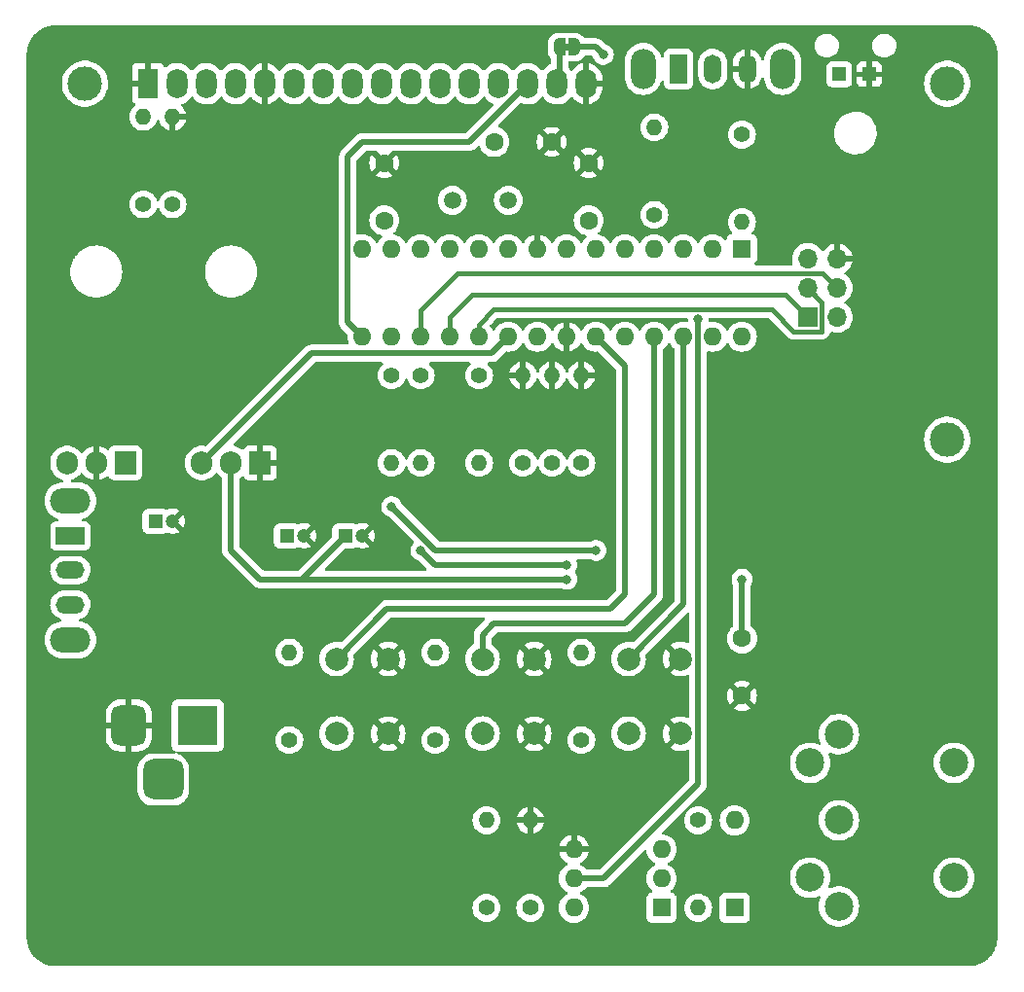
<source format=gbr>
%TF.GenerationSoftware,KiCad,Pcbnew,7.0.7-7.0.7~ubuntu22.04.1*%
%TF.CreationDate,2023-10-02T11:26:05+02:00*%
%TF.ProjectId,interrupter,696e7465-7272-4757-9074-65722e6b6963,rev?*%
%TF.SameCoordinates,Original*%
%TF.FileFunction,Copper,L2,Bot*%
%TF.FilePolarity,Positive*%
%FSLAX46Y46*%
G04 Gerber Fmt 4.6, Leading zero omitted, Abs format (unit mm)*
G04 Created by KiCad (PCBNEW 7.0.7-7.0.7~ubuntu22.04.1) date 2023-10-02 11:26:05*
%MOMM*%
%LPD*%
G01*
G04 APERTURE LIST*
G04 Aperture macros list*
%AMRoundRect*
0 Rectangle with rounded corners*
0 $1 Rounding radius*
0 $2 $3 $4 $5 $6 $7 $8 $9 X,Y pos of 4 corners*
0 Add a 4 corners polygon primitive as box body*
4,1,4,$2,$3,$4,$5,$6,$7,$8,$9,$2,$3,0*
0 Add four circle primitives for the rounded corners*
1,1,$1+$1,$2,$3*
1,1,$1+$1,$4,$5*
1,1,$1+$1,$6,$7*
1,1,$1+$1,$8,$9*
0 Add four rect primitives between the rounded corners*
20,1,$1+$1,$2,$3,$4,$5,0*
20,1,$1+$1,$4,$5,$6,$7,0*
20,1,$1+$1,$6,$7,$8,$9,0*
20,1,$1+$1,$8,$9,$2,$3,0*%
%AMFreePoly0*
4,1,19,0.000000,0.744911,0.071157,0.744911,0.207708,0.704816,0.327430,0.627875,0.420627,0.520320,0.479746,0.390866,0.500000,0.250000,0.500000,-0.250000,0.479746,-0.390866,0.420627,-0.520320,0.327430,-0.627875,0.207708,-0.704816,0.071157,-0.744911,0.000000,-0.744911,0.000000,-0.750000,-0.500000,-0.750000,-0.500000,0.750000,0.000000,0.750000,0.000000,0.744911,0.000000,0.744911,
$1*%
%AMFreePoly1*
4,1,19,0.500000,-0.750000,0.000000,-0.750000,0.000000,-0.744911,-0.071157,-0.744911,-0.207708,-0.704816,-0.327430,-0.627875,-0.420627,-0.520320,-0.479746,-0.390866,-0.500000,-0.250000,-0.500000,0.250000,-0.479746,0.390866,-0.420627,0.520320,-0.327430,0.627875,-0.207708,0.704816,-0.071157,0.744911,0.000000,0.744911,0.000000,0.750000,0.500000,0.750000,0.500000,-0.750000,0.500000,-0.750000,
$1*%
G04 Aperture macros list end*
%TA.AperFunction,ComponentPad*%
%ADD10R,1.700000X1.700000*%
%TD*%
%TA.AperFunction,ComponentPad*%
%ADD11O,1.700000X1.700000*%
%TD*%
%TA.AperFunction,ComponentPad*%
%ADD12C,2.500000*%
%TD*%
%TA.AperFunction,ComponentPad*%
%ADD13R,3.500000X3.500000*%
%TD*%
%TA.AperFunction,ComponentPad*%
%ADD14RoundRect,0.750000X-0.750000X-1.000000X0.750000X-1.000000X0.750000X1.000000X-0.750000X1.000000X0*%
%TD*%
%TA.AperFunction,ComponentPad*%
%ADD15RoundRect,0.875000X-0.875000X-0.875000X0.875000X-0.875000X0.875000X0.875000X-0.875000X0.875000X0*%
%TD*%
%TA.AperFunction,ComponentPad*%
%ADD16R,1.905000X2.000000*%
%TD*%
%TA.AperFunction,ComponentPad*%
%ADD17O,1.905000X2.000000*%
%TD*%
%TA.AperFunction,ComponentPad*%
%ADD18R,1.208000X1.208000*%
%TD*%
%TA.AperFunction,ComponentPad*%
%ADD19C,1.600000*%
%TD*%
%TA.AperFunction,ComponentPad*%
%ADD20O,2.200000X3.500000*%
%TD*%
%TA.AperFunction,ComponentPad*%
%ADD21R,1.500000X2.500000*%
%TD*%
%TA.AperFunction,ComponentPad*%
%ADD22O,1.500000X2.500000*%
%TD*%
%TA.AperFunction,ComponentPad*%
%ADD23O,1.400000X1.400000*%
%TD*%
%TA.AperFunction,ComponentPad*%
%ADD24C,1.400000*%
%TD*%
%TA.AperFunction,ComponentPad*%
%ADD25C,1.500000*%
%TD*%
%TA.AperFunction,ComponentPad*%
%ADD26O,1.800000X2.600000*%
%TD*%
%TA.AperFunction,ComponentPad*%
%ADD27R,1.800000X2.600000*%
%TD*%
%TA.AperFunction,ComponentPad*%
%ADD28C,3.000000*%
%TD*%
%TA.AperFunction,ComponentPad*%
%ADD29O,1.600000X1.600000*%
%TD*%
%TA.AperFunction,ComponentPad*%
%ADD30R,1.600000X1.600000*%
%TD*%
%TA.AperFunction,ComponentPad*%
%ADD31C,2.000000*%
%TD*%
%TA.AperFunction,ComponentPad*%
%ADD32C,1.200000*%
%TD*%
%TA.AperFunction,ComponentPad*%
%ADD33R,1.200000X1.200000*%
%TD*%
%TA.AperFunction,ComponentPad*%
%ADD34O,2.500000X1.500000*%
%TD*%
%TA.AperFunction,ComponentPad*%
%ADD35R,2.500000X1.500000*%
%TD*%
%TA.AperFunction,ComponentPad*%
%ADD36O,3.500000X2.200000*%
%TD*%
%TA.AperFunction,SMDPad,CuDef*%
%ADD37FreePoly0,0.000000*%
%TD*%
%TA.AperFunction,SMDPad,CuDef*%
%ADD38FreePoly1,0.000000*%
%TD*%
%TA.AperFunction,ViaPad*%
%ADD39C,0.800000*%
%TD*%
%TA.AperFunction,Conductor*%
%ADD40C,0.508000*%
%TD*%
%TA.AperFunction,Conductor*%
%ADD41C,0.381000*%
%TD*%
G04 APERTURE END LIST*
%TA.AperFunction,EtchedComponent*%
%TO.C,JP1*%
G36*
X68830000Y-27605000D02*
G01*
X68330000Y-27605000D01*
X68330000Y-27005000D01*
X68830000Y-27005000D01*
X68830000Y-27605000D01*
G37*
%TD.AperFunction*%
%TD*%
D10*
%TO.P,J3,1,MISO*%
%TO.N,/DO*%
X89535000Y-50800000D03*
D11*
%TO.P,J3,2,VCC*%
%TO.N,+5V*%
X92075000Y-50800000D03*
%TO.P,J3,3,SCK*%
%TO.N,/CLK_5V*%
X89535000Y-48260000D03*
%TO.P,J3,4,MOSI*%
%TO.N,/DI_5V*%
X92075000Y-48260000D03*
%TO.P,J3,5,~{RST}*%
%TO.N,/RESET*%
X89535000Y-45720000D03*
%TO.P,J3,6,GND*%
%TO.N,GND*%
X92075000Y-45720000D03*
%TD*%
D12*
%TO.P,J4,1*%
%TO.N,unconnected-(J4-Pad1)*%
X92250000Y-87115000D03*
%TO.P,J4,2*%
%TO.N,unconnected-(J4-Pad2)*%
X92250000Y-94615000D03*
%TO.P,J4,3*%
%TO.N,unconnected-(J4-Pad3)*%
X92250000Y-102115000D03*
%TO.P,J4,4*%
%TO.N,Net-(J4-Pad4)*%
X89750000Y-89615000D03*
%TO.P,J4,5*%
%TO.N,Net-(D1-A)*%
X89750000Y-99615000D03*
%TO.P,J4,6*%
%TO.N,N/C*%
X102250000Y-99615000D03*
X102250000Y-89615000D03*
%TD*%
D13*
%TO.P,J1,1*%
%TO.N,VCC*%
X36480000Y-86360000D03*
D14*
%TO.P,J1,2*%
%TO.N,GND*%
X30480000Y-86360000D03*
D15*
%TO.P,J1,3*%
%TO.N,N/C*%
X33480000Y-91060000D03*
%TD*%
D16*
%TO.P,U2,1,GND*%
%TO.N,GND*%
X41910000Y-63500000D03*
D17*
%TO.P,U2,2,VO*%
%TO.N,+3.3V*%
X39370000Y-63500000D03*
%TO.P,U2,3,VI*%
%TO.N,+5V*%
X36830000Y-63500000D03*
%TD*%
D18*
%TO.P,U3,P$1,K*%
%TO.N,GND*%
X94886000Y-29678000D03*
%TO.P,U3,P$2,A*%
%TO.N,Net-(SW2A-B)*%
X92286000Y-29678000D03*
%TD*%
D19*
%TO.P,C5,1*%
%TO.N,+3.3V*%
X83820000Y-78780000D03*
%TO.P,C5,2*%
%TO.N,GND*%
X83820000Y-83780000D03*
%TD*%
D20*
%TO.P,SW2,*%
%TO.N,*%
X75230000Y-29210000D03*
X87330000Y-29210000D03*
D21*
%TO.P,SW2,1,A*%
%TO.N,/OPT*%
X78280000Y-29210000D03*
D22*
%TO.P,SW2,2,B*%
%TO.N,Net-(SW2A-B)*%
X81280000Y-29210000D03*
%TO.P,SW2,3,C*%
%TO.N,GND*%
X84280000Y-29210000D03*
%TD*%
D23*
%TO.P,R14,2*%
%TO.N,GND*%
X65405000Y-94615000D03*
D24*
%TO.P,R14,1*%
%TO.N,Net-(R14-Pad1)*%
X65405000Y-102235000D03*
%TD*%
D25*
%TO.P,Y1,2,2*%
%TO.N,/X1*%
X63500000Y-40640000D03*
%TO.P,Y1,1,1*%
%TO.N,/X2*%
X58620000Y-40640000D03*
%TD*%
D26*
%TO.P,DS1,16,LED(-)*%
%TO.N,GND*%
X70269100Y-30480000D03*
%TO.P,DS1,15,LED(+)*%
%TO.N,/BL*%
X67729100Y-30480000D03*
%TO.P,DS1,14,D7*%
%TO.N,/DB7*%
X65189100Y-30480000D03*
%TO.P,DS1,13,D6*%
%TO.N,/DB6*%
X62649100Y-30480000D03*
%TO.P,DS1,12,D5*%
%TO.N,/DB5*%
X60109100Y-30480000D03*
%TO.P,DS1,11,D4*%
%TO.N,/DB4*%
X57569100Y-30480000D03*
%TO.P,DS1,10,D3*%
%TO.N,unconnected-(DS1-D3-Pad10)*%
X55029100Y-30480000D03*
%TO.P,DS1,9,D2*%
%TO.N,unconnected-(DS1-D2-Pad9)*%
X52489100Y-30480000D03*
%TO.P,DS1,8,D1*%
%TO.N,unconnected-(DS1-D1-Pad8)*%
X49949100Y-30480000D03*
%TO.P,DS1,7,D0*%
%TO.N,unconnected-(DS1-D0-Pad7)*%
X47409100Y-30480000D03*
%TO.P,DS1,6,E*%
%TO.N,/E*%
X44869100Y-30480000D03*
%TO.P,DS1,5,R/W*%
%TO.N,GND*%
X42329100Y-30480000D03*
%TO.P,DS1,4,RS*%
%TO.N,/RS*%
X39789100Y-30480000D03*
%TO.P,DS1,3,VO*%
%TO.N,Net-(DS1-VO)*%
X37249100Y-30480000D03*
%TO.P,DS1,2,VDD*%
%TO.N,+5V*%
X34709100Y-30480000D03*
D27*
%TO.P,DS1,1,VSS*%
%TO.N,GND*%
X32169100Y-30480000D03*
D28*
%TO.P,DS1,*%
%TO.N,*%
X101669100Y-30480000D03*
X101668580Y-61480700D03*
X26670000Y-30480000D03*
%TD*%
D29*
%TO.P,U5,6*%
%TO.N,Net-(R14-Pad1)*%
X69205000Y-102220000D03*
%TO.P,U5,5*%
%TO.N,/RX*%
X69205000Y-99680000D03*
%TO.P,U5,4*%
%TO.N,GND*%
X69205000Y-97140000D03*
%TO.P,U5,3,NC*%
%TO.N,unconnected-(U5-NC-Pad3)*%
X76825000Y-97140000D03*
%TO.P,U5,2*%
%TO.N,Net-(D1-A)*%
X76825000Y-99680000D03*
D30*
%TO.P,U5,1*%
%TO.N,Net-(D1-K)*%
X76825000Y-102220000D03*
%TD*%
D23*
%TO.P,R11,2*%
%TO.N,GND*%
X69850000Y-55880000D03*
D24*
%TO.P,R11,1*%
%TO.N,/CS_3V*%
X69850000Y-63500000D03*
%TD*%
D23*
%TO.P,R13,2*%
%TO.N,/OPT*%
X76200000Y-34290000D03*
D24*
%TO.P,R13,1*%
%TO.N,Net-(U4-PD2)*%
X76200000Y-41910000D03*
%TD*%
D23*
%TO.P,R5,2*%
%TO.N,/OK*%
X44450000Y-80010000D03*
D24*
%TO.P,R5,1*%
%TO.N,+5V*%
X44450000Y-87630000D03*
%TD*%
D31*
%TO.P,SW5,2,A*%
%TO.N,/OK*%
X48550000Y-87070000D03*
X48550000Y-80570000D03*
%TO.P,SW5,1,1*%
%TO.N,GND*%
X53050000Y-87070000D03*
X53050000Y-80570000D03*
%TD*%
%TO.P,SW3,2,K*%
%TO.N,/UP*%
X73950000Y-87070000D03*
X73950000Y-80570000D03*
%TO.P,SW3,1,2*%
%TO.N,GND*%
X78450000Y-87070000D03*
X78450000Y-80570000D03*
%TD*%
D29*
%TO.P,D1,2,A*%
%TO.N,Net-(D1-A)*%
X83185000Y-94615000D03*
D30*
%TO.P,D1,1,K*%
%TO.N,Net-(D1-K)*%
X83185000Y-102235000D03*
%TD*%
D17*
%TO.P,U1,3,VO*%
%TO.N,+5V*%
X25110000Y-63500000D03*
%TO.P,U1,2,GND*%
%TO.N,GND*%
X27650000Y-63500000D03*
D16*
%TO.P,U1,1,VI*%
%TO.N,Net-(SW1A-A)*%
X30190000Y-63500000D03*
%TD*%
D23*
%TO.P,R10,2*%
%TO.N,GND*%
X67310000Y-55880000D03*
D24*
%TO.P,R10,1*%
%TO.N,/DI_3V*%
X67310000Y-63500000D03*
%TD*%
D23*
%TO.P,R2,2*%
%TO.N,GND*%
X34290000Y-33370000D03*
D24*
%TO.P,R2,1*%
%TO.N,Net-(DS1-VO)*%
X34290000Y-40990000D03*
%TD*%
D29*
%TO.P,U4,28,PC5*%
%TO.N,unconnected-(U4-PC5-Pad28)*%
X83810000Y-52510000D03*
%TO.P,U4,27,PC4*%
%TO.N,unconnected-(U4-PC4-Pad27)*%
X81270000Y-52510000D03*
%TO.P,U4,26,PC3*%
%TO.N,/UP*%
X78730000Y-52510000D03*
%TO.P,U4,25,PC2*%
%TO.N,/DN*%
X76190000Y-52510000D03*
%TO.P,U4,24,PC1*%
%TO.N,unconnected-(U4-PC1-Pad24)*%
X73650000Y-52510000D03*
%TO.P,U4,23,PC0*%
%TO.N,/OK*%
X71110000Y-52510000D03*
%TO.P,U4,22,GND*%
%TO.N,GND*%
X68570000Y-52510000D03*
%TO.P,U4,21,AREF*%
%TO.N,unconnected-(U4-AREF-Pad21)*%
X66030000Y-52510000D03*
%TO.P,U4,20,AVCC*%
%TO.N,+5V*%
X63490000Y-52510000D03*
%TO.P,U4,19,PB5*%
%TO.N,/CLK_5V*%
X60950000Y-52510000D03*
%TO.P,U4,18,PB4*%
%TO.N,/DO*%
X58410000Y-52510000D03*
%TO.P,U4,17,PB3*%
%TO.N,/DI_5V*%
X55870000Y-52510000D03*
%TO.P,U4,16,PB2*%
%TO.N,/CS_5V*%
X53330000Y-52510000D03*
%TO.P,U4,15,PB1*%
%TO.N,/DB7*%
X50790000Y-52510000D03*
%TO.P,U4,14,PB0*%
%TO.N,/DB6*%
X50790000Y-44890000D03*
%TO.P,U4,13,PD7*%
%TO.N,/DB5*%
X53330000Y-44890000D03*
%TO.P,U4,12,PD6*%
%TO.N,/DB4*%
X55870000Y-44890000D03*
%TO.P,U4,11,PD5*%
%TO.N,/E*%
X58410000Y-44890000D03*
%TO.P,U4,10,XTAL2/PB7*%
%TO.N,/X2*%
X60950000Y-44890000D03*
%TO.P,U4,9,XTAL1/PB6*%
%TO.N,/X1*%
X63490000Y-44890000D03*
%TO.P,U4,8,GND*%
%TO.N,GND*%
X66030000Y-44890000D03*
%TO.P,U4,7,VCC*%
%TO.N,+5V*%
X68570000Y-44890000D03*
%TO.P,U4,6,PD4*%
%TO.N,/RS*%
X71110000Y-44890000D03*
%TO.P,U4,5,PD3*%
%TO.N,unconnected-(U4-PD3-Pad5)*%
X73650000Y-44890000D03*
%TO.P,U4,4,PD2*%
%TO.N,Net-(U4-PD2)*%
X76190000Y-44890000D03*
%TO.P,U4,3,PD1*%
%TO.N,unconnected-(U4-PD1-Pad3)*%
X78730000Y-44890000D03*
%TO.P,U4,2,PD0*%
%TO.N,/RX*%
X81270000Y-44890000D03*
D30*
%TO.P,U4,1,~{RESET}/PC6*%
%TO.N,/RESET*%
X83810000Y-44890000D03*
%TD*%
D32*
%TO.P,C2,2*%
%TO.N,GND*%
X45720000Y-69850000D03*
D33*
%TO.P,C2,1*%
%TO.N,+5V*%
X44220000Y-69850000D03*
%TD*%
D19*
%TO.P,C6,2*%
%TO.N,GND*%
X67270000Y-35560000D03*
%TO.P,C6,1*%
%TO.N,/X1*%
X62270000Y-35560000D03*
%TD*%
D23*
%TO.P,R7,2*%
%TO.N,/CS_3V*%
X53340000Y-63500000D03*
D24*
%TO.P,R7,1*%
%TO.N,/CS_5V*%
X53340000Y-55880000D03*
%TD*%
D23*
%TO.P,R15,2*%
%TO.N,+5V*%
X61595000Y-94615000D03*
D24*
%TO.P,R15,1*%
%TO.N,/RX*%
X61595000Y-102235000D03*
%TD*%
D23*
%TO.P,R12,2*%
%TO.N,GND*%
X64770000Y-55880000D03*
D24*
%TO.P,R12,1*%
%TO.N,/CLK_3V*%
X64770000Y-63500000D03*
%TD*%
D32*
%TO.P,C3,2*%
%TO.N,GND*%
X50800000Y-69850000D03*
D33*
%TO.P,C3,1*%
%TO.N,+3.3V*%
X49300000Y-69850000D03*
%TD*%
D23*
%TO.P,R16,2*%
%TO.N,Net-(D1-K)*%
X80010000Y-102235000D03*
D24*
%TO.P,R16,1*%
%TO.N,Net-(J4-Pad4)*%
X80010000Y-94615000D03*
%TD*%
D34*
%TO.P,SW1,3,C*%
%TO.N,unconnected-(SW1A-C-Pad3)*%
X25400000Y-75850000D03*
%TO.P,SW1,2,B*%
%TO.N,VCC*%
X25400000Y-72850000D03*
D35*
%TO.P,SW1,1,A*%
%TO.N,Net-(SW1A-A)*%
X25400000Y-69850000D03*
D36*
%TO.P,SW1,*%
%TO.N,*%
X25400000Y-78900000D03*
X25400000Y-66800000D03*
%TD*%
D23*
%TO.P,R9,2*%
%TO.N,/RESET*%
X83820000Y-42545000D03*
D24*
%TO.P,R9,1*%
%TO.N,+5V*%
X83820000Y-34925000D03*
%TD*%
D23*
%TO.P,R1,2*%
%TO.N,+5V*%
X31750000Y-33370000D03*
D24*
%TO.P,R1,1*%
%TO.N,Net-(DS1-VO)*%
X31750000Y-40990000D03*
%TD*%
D19*
%TO.P,C7,1*%
%TO.N,/X2*%
X52705000Y-42390000D03*
%TO.P,C7,2*%
%TO.N,GND*%
X52705000Y-37390000D03*
%TD*%
D23*
%TO.P,R3,2*%
%TO.N,/UP*%
X69850000Y-80010000D03*
D24*
%TO.P,R3,1*%
%TO.N,+5V*%
X69850000Y-87630000D03*
%TD*%
D19*
%TO.P,C4,2*%
%TO.N,GND*%
X70485000Y-37390000D03*
%TO.P,C4,1*%
%TO.N,+5V*%
X70485000Y-42390000D03*
%TD*%
D32*
%TO.P,C1,2*%
%TO.N,GND*%
X34290000Y-68580000D03*
D33*
%TO.P,C1,1*%
%TO.N,Net-(SW1A-A)*%
X32790000Y-68580000D03*
%TD*%
D31*
%TO.P,SW4,2,A*%
%TO.N,/DN*%
X61250000Y-87070000D03*
X61250000Y-80570000D03*
%TO.P,SW4,1,2*%
%TO.N,GND*%
X65750000Y-87070000D03*
X65750000Y-80570000D03*
%TD*%
D23*
%TO.P,R8,2*%
%TO.N,/CLK_3V*%
X60960000Y-63500000D03*
D24*
%TO.P,R8,1*%
%TO.N,/CLK_5V*%
X60960000Y-55880000D03*
%TD*%
D23*
%TO.P,R6,2*%
%TO.N,/DI_3V*%
X55880000Y-63500000D03*
D24*
%TO.P,R6,1*%
%TO.N,/DI_5V*%
X55880000Y-55880000D03*
%TD*%
D23*
%TO.P,R4,2*%
%TO.N,/DN*%
X57150000Y-80010000D03*
D24*
%TO.P,R4,1*%
%TO.N,+5V*%
X57150000Y-87630000D03*
%TD*%
D37*
%TO.P,JP1,2,B*%
%TO.N,+5V*%
X69230000Y-27305000D03*
D38*
%TO.P,JP1,1,A*%
%TO.N,/BL*%
X67930000Y-27305000D03*
%TD*%
D39*
%TO.N,+5V*%
X71755000Y-27940000D03*
%TO.N,+3.3V*%
X83820000Y-73636500D03*
X68580000Y-73636500D03*
%TO.N,/CS_3V*%
X53340000Y-67310000D03*
X71120000Y-71120000D03*
%TO.N,/RX*%
X80010000Y-50955000D03*
%TO.N,/DI_3V*%
X55880000Y-71120000D03*
X68580000Y-72390000D03*
%TD*%
D40*
%TO.N,+5V*%
X69230000Y-27305000D02*
X71120000Y-27305000D01*
X36830000Y-63500000D02*
X46355000Y-53975000D01*
X62025000Y-53975000D02*
X63490000Y-52510000D01*
X46355000Y-53975000D02*
X62025000Y-53975000D01*
X71120000Y-27305000D02*
X71755000Y-27940000D01*
%TO.N,+3.3V*%
X49300000Y-69850000D02*
X45513500Y-73636500D01*
X68580000Y-73636500D02*
X41886500Y-73636500D01*
X39370000Y-71120000D02*
X39370000Y-63500000D01*
X41886500Y-73636500D02*
X39370000Y-71120000D01*
X83820000Y-78780000D02*
X83820000Y-73636500D01*
X45513500Y-73636500D02*
X41886500Y-73636500D01*
%TO.N,/DB7*%
X49530000Y-51250000D02*
X49530000Y-36830000D01*
X60109100Y-35560000D02*
X65189100Y-30480000D01*
X50790000Y-52510000D02*
X49530000Y-51250000D01*
X49530000Y-36830000D02*
X50800000Y-35560000D01*
X50800000Y-35560000D02*
X60109100Y-35560000D01*
%TO.N,/BL*%
X67930000Y-30279100D02*
X67729100Y-30480000D01*
X67930000Y-27305000D02*
X67930000Y-30279100D01*
D41*
%TO.N,/DO*%
X87630000Y-48895000D02*
X60325000Y-48895000D01*
X89535000Y-50800000D02*
X87630000Y-48895000D01*
X60325000Y-48895000D02*
X58410000Y-50810000D01*
X58410000Y-50810000D02*
X58410000Y-52510000D01*
D40*
%TO.N,/CS_3V*%
X57150000Y-71120000D02*
X53340000Y-67310000D01*
X71120000Y-71120000D02*
X57150000Y-71120000D01*
%TO.N,/UP*%
X78730000Y-75790000D02*
X78730000Y-52510000D01*
X73950000Y-80570000D02*
X78730000Y-75790000D01*
%TO.N,/DN*%
X62230000Y-77470000D02*
X73660000Y-77470000D01*
X73660000Y-77470000D02*
X76190000Y-74940000D01*
X61250000Y-80570000D02*
X61250000Y-78450000D01*
X76190000Y-74940000D02*
X76190000Y-52510000D01*
X61250000Y-78450000D02*
X62230000Y-77470000D01*
%TO.N,/OK*%
X72390000Y-76200000D02*
X73660000Y-74930000D01*
X73660000Y-74930000D02*
X73660000Y-55060000D01*
X73660000Y-55060000D02*
X71110000Y-52510000D01*
X48550000Y-80570000D02*
X52920000Y-76200000D01*
X52920000Y-76200000D02*
X72390000Y-76200000D01*
%TO.N,/RX*%
X80010000Y-50955000D02*
X80010000Y-91440000D01*
X71755000Y-99695000D02*
X69220000Y-99695000D01*
X69220000Y-99695000D02*
X69205000Y-99680000D01*
X80010000Y-91440000D02*
X71755000Y-99695000D01*
%TO.N,/DI_3V*%
X57150000Y-72390000D02*
X55880000Y-71120000D01*
X68580000Y-72390000D02*
X57150000Y-72390000D01*
D41*
%TO.N,/CLK_5V*%
X86419000Y-50165000D02*
X62230000Y-50165000D01*
X62230000Y-50165000D02*
X60950000Y-51445000D01*
X88294500Y-52040500D02*
X86419000Y-50165000D01*
X60950000Y-51445000D02*
X60950000Y-52510000D01*
X90775500Y-52040500D02*
X88294500Y-52040500D01*
X90775500Y-49500500D02*
X90775500Y-52040500D01*
X89535000Y-48260000D02*
X90775500Y-49500500D01*
%TO.N,/DI_5V*%
X90805000Y-46990000D02*
X59055000Y-46990000D01*
X59055000Y-46990000D02*
X55870000Y-50175000D01*
X55870000Y-50175000D02*
X55870000Y-52510000D01*
X92075000Y-48260000D02*
X90805000Y-46990000D01*
%TD*%
%TA.AperFunction,Conductor*%
%TO.N,GND*%
G36*
X79042320Y-50883685D02*
G01*
X79088075Y-50936489D01*
X79098602Y-50975039D01*
X79109924Y-51082762D01*
X79097354Y-51151491D01*
X79049622Y-51202515D01*
X78981882Y-51219633D01*
X78963515Y-51216862D01*
X78963421Y-51217398D01*
X78958081Y-51216456D01*
X78730002Y-51196502D01*
X78729998Y-51196502D01*
X78501918Y-51216456D01*
X78501910Y-51216457D01*
X78280761Y-51275714D01*
X78280750Y-51275718D01*
X78073254Y-51372475D01*
X78073252Y-51372476D01*
X78073249Y-51372477D01*
X78073251Y-51372477D01*
X77885700Y-51503802D01*
X77885698Y-51503803D01*
X77885695Y-51503806D01*
X77723806Y-51665695D01*
X77592476Y-51853251D01*
X77572382Y-51896345D01*
X77526209Y-51948784D01*
X77459016Y-51967936D01*
X77392135Y-51947720D01*
X77347618Y-51896345D01*
X77327523Y-51853251D01*
X77327522Y-51853251D01*
X77196198Y-51665700D01*
X77034300Y-51503802D01*
X76846749Y-51372477D01*
X76809381Y-51355052D01*
X76639249Y-51275718D01*
X76639238Y-51275714D01*
X76418089Y-51216457D01*
X76418081Y-51216456D01*
X76190002Y-51196502D01*
X76189998Y-51196502D01*
X75961918Y-51216456D01*
X75961910Y-51216457D01*
X75740761Y-51275714D01*
X75740750Y-51275718D01*
X75533254Y-51372475D01*
X75533252Y-51372476D01*
X75533249Y-51372477D01*
X75533251Y-51372477D01*
X75345700Y-51503802D01*
X75345698Y-51503803D01*
X75345695Y-51503806D01*
X75183806Y-51665695D01*
X75052476Y-51853251D01*
X75032382Y-51896345D01*
X74986209Y-51948784D01*
X74919016Y-51967936D01*
X74852135Y-51947720D01*
X74807618Y-51896345D01*
X74787523Y-51853251D01*
X74656198Y-51665700D01*
X74494300Y-51503802D01*
X74306749Y-51372477D01*
X74269381Y-51355052D01*
X74099249Y-51275718D01*
X74099238Y-51275714D01*
X73878089Y-51216457D01*
X73878081Y-51216456D01*
X73650002Y-51196502D01*
X73649998Y-51196502D01*
X73421918Y-51216456D01*
X73421910Y-51216457D01*
X73200761Y-51275714D01*
X73200750Y-51275718D01*
X72993254Y-51372475D01*
X72993252Y-51372476D01*
X72993249Y-51372477D01*
X72993251Y-51372477D01*
X72805700Y-51503802D01*
X72805698Y-51503803D01*
X72805695Y-51503806D01*
X72643806Y-51665695D01*
X72512476Y-51853251D01*
X72492382Y-51896345D01*
X72446209Y-51948784D01*
X72379016Y-51967936D01*
X72312135Y-51947720D01*
X72267618Y-51896345D01*
X72247523Y-51853251D01*
X72247522Y-51853251D01*
X72116198Y-51665700D01*
X71954300Y-51503802D01*
X71766749Y-51372477D01*
X71729381Y-51355052D01*
X71559249Y-51275718D01*
X71559238Y-51275714D01*
X71338089Y-51216457D01*
X71338081Y-51216456D01*
X71110002Y-51196502D01*
X71109998Y-51196502D01*
X70881918Y-51216456D01*
X70881910Y-51216457D01*
X70660761Y-51275714D01*
X70660750Y-51275718D01*
X70453254Y-51372475D01*
X70453252Y-51372476D01*
X70453249Y-51372477D01*
X70453251Y-51372477D01*
X70265700Y-51503802D01*
X70265698Y-51503803D01*
X70265695Y-51503806D01*
X70103806Y-51665695D01*
X70103803Y-51665698D01*
X70103802Y-51665700D01*
X70053204Y-51737961D01*
X69972476Y-51853252D01*
X69972474Y-51853256D01*
X69947691Y-51906402D01*
X69901518Y-51958841D01*
X69834324Y-51977992D01*
X69767444Y-51957775D01*
X69722927Y-51906399D01*
X69700133Y-51857517D01*
X69569657Y-51671179D01*
X69408820Y-51510342D01*
X69222482Y-51379865D01*
X69016328Y-51283734D01*
X68820000Y-51231127D01*
X68820000Y-51999424D01*
X68800315Y-52066463D01*
X68747511Y-52112218D01*
X68678353Y-52122162D01*
X68676602Y-52121897D01*
X68601486Y-52110000D01*
X68601481Y-52110000D01*
X68538519Y-52110000D01*
X68538514Y-52110000D01*
X68463398Y-52121897D01*
X68394104Y-52112942D01*
X68340652Y-52067946D01*
X68320013Y-52001194D01*
X68320000Y-51999424D01*
X68320000Y-51231127D01*
X68123671Y-51283734D01*
X67917517Y-51379865D01*
X67731179Y-51510342D01*
X67570342Y-51671179D01*
X67439865Y-51857517D01*
X67417071Y-51906401D01*
X67370898Y-51958840D01*
X67303705Y-51977992D01*
X67236824Y-51957776D01*
X67192307Y-51906401D01*
X67167523Y-51853251D01*
X67167522Y-51853251D01*
X67036198Y-51665700D01*
X66874300Y-51503802D01*
X66686749Y-51372477D01*
X66649381Y-51355052D01*
X66479249Y-51275718D01*
X66479238Y-51275714D01*
X66258089Y-51216457D01*
X66258081Y-51216456D01*
X66030002Y-51196502D01*
X66029998Y-51196502D01*
X65801918Y-51216456D01*
X65801910Y-51216457D01*
X65580761Y-51275714D01*
X65580750Y-51275718D01*
X65373254Y-51372475D01*
X65373252Y-51372476D01*
X65373249Y-51372477D01*
X65373251Y-51372477D01*
X65185700Y-51503802D01*
X65185698Y-51503803D01*
X65185695Y-51503806D01*
X65023806Y-51665695D01*
X64892476Y-51853251D01*
X64872382Y-51896345D01*
X64826209Y-51948784D01*
X64759016Y-51967936D01*
X64692135Y-51947720D01*
X64647618Y-51896345D01*
X64627523Y-51853251D01*
X64496198Y-51665700D01*
X64334300Y-51503802D01*
X64146749Y-51372477D01*
X64109381Y-51355052D01*
X63939249Y-51275718D01*
X63939238Y-51275714D01*
X63718089Y-51216457D01*
X63718081Y-51216456D01*
X63490002Y-51196502D01*
X63489998Y-51196502D01*
X63261918Y-51216456D01*
X63261910Y-51216457D01*
X63040761Y-51275714D01*
X63040750Y-51275718D01*
X62833254Y-51372475D01*
X62833252Y-51372476D01*
X62833249Y-51372477D01*
X62833251Y-51372477D01*
X62645700Y-51503802D01*
X62645698Y-51503803D01*
X62645695Y-51503806D01*
X62483806Y-51665695D01*
X62352476Y-51853251D01*
X62332382Y-51896345D01*
X62286209Y-51948784D01*
X62219016Y-51967936D01*
X62152135Y-51947720D01*
X62107618Y-51896345D01*
X62087523Y-51853251D01*
X62087522Y-51853251D01*
X61956198Y-51665700D01*
X61924697Y-51634199D01*
X61891212Y-51572876D01*
X61896196Y-51503184D01*
X61924697Y-51458837D01*
X62180149Y-51203386D01*
X62483215Y-50900319D01*
X62544539Y-50866834D01*
X62570897Y-50864000D01*
X78975281Y-50864000D01*
X79042320Y-50883685D01*
G37*
%TD.AperFunction*%
%TA.AperFunction,Conductor*%
G36*
X103506737Y-25400598D02*
G01*
X103540041Y-25402467D01*
X103620603Y-25406992D01*
X103792691Y-25417401D01*
X103799297Y-25418160D01*
X103870907Y-25430327D01*
X103935343Y-25441277D01*
X104028462Y-25458340D01*
X104084227Y-25468560D01*
X104090198Y-25469963D01*
X104227032Y-25509384D01*
X104367850Y-25553265D01*
X104373092Y-25555164D01*
X104506420Y-25610391D01*
X104639609Y-25670334D01*
X104644147Y-25672605D01*
X104717221Y-25712991D01*
X104771422Y-25742947D01*
X104771439Y-25742956D01*
X104895935Y-25818217D01*
X104899739Y-25820711D01*
X105017726Y-25904427D01*
X105020072Y-25906176D01*
X105115416Y-25980874D01*
X105133332Y-25994910D01*
X105136409Y-25997486D01*
X105244430Y-26094018D01*
X105246957Y-26096408D01*
X105348590Y-26198041D01*
X105350980Y-26200568D01*
X105447512Y-26308589D01*
X105450088Y-26311666D01*
X105538811Y-26424912D01*
X105540571Y-26427272D01*
X105624287Y-26545259D01*
X105626781Y-26549063D01*
X105702043Y-26673560D01*
X105772393Y-26800851D01*
X105774668Y-26805398D01*
X105834609Y-26938581D01*
X105889831Y-27071899D01*
X105891744Y-27077183D01*
X105914088Y-27148884D01*
X105935631Y-27218021D01*
X105975032Y-27354790D01*
X105976440Y-27360781D01*
X106003722Y-27509656D01*
X106026835Y-27645683D01*
X106027599Y-27652330D01*
X106038012Y-27824475D01*
X106044402Y-27938263D01*
X106044500Y-27941741D01*
X106044500Y-104857088D01*
X106044234Y-104862823D01*
X106035109Y-104961102D01*
X106015265Y-105163967D01*
X106014186Y-105170912D01*
X105985213Y-105306286D01*
X105947681Y-105469799D01*
X105945925Y-105475969D01*
X105898811Y-105613928D01*
X105843031Y-105764984D01*
X105840768Y-105770329D01*
X105776345Y-105904605D01*
X105702893Y-106045060D01*
X105700295Y-106049559D01*
X105619572Y-106176720D01*
X105529357Y-106305810D01*
X105526594Y-106309467D01*
X105431898Y-106425647D01*
X105429705Y-106428193D01*
X105325022Y-106543288D01*
X105322256Y-106546140D01*
X105214362Y-106650483D01*
X105211420Y-106653151D01*
X105092908Y-106753912D01*
X105090289Y-106756019D01*
X104970985Y-106846792D01*
X104967239Y-106849430D01*
X104872895Y-106910771D01*
X104835194Y-106935284D01*
X104705420Y-107011695D01*
X104700838Y-107014140D01*
X104557995Y-107082859D01*
X104421650Y-107142752D01*
X104416231Y-107144835D01*
X104263405Y-107195528D01*
X104123942Y-107238003D01*
X104117716Y-107239553D01*
X103953015Y-107271599D01*
X103816777Y-107296023D01*
X103809800Y-107296870D01*
X103606282Y-107309924D01*
X103506835Y-107315811D01*
X103503169Y-107315919D01*
X24131740Y-107314500D01*
X24128264Y-107314402D01*
X24014475Y-107308012D01*
X23842330Y-107297599D01*
X23835683Y-107296835D01*
X23699656Y-107273722D01*
X23550781Y-107246440D01*
X23544790Y-107245032D01*
X23408021Y-107205631D01*
X23340634Y-107184633D01*
X23267183Y-107161744D01*
X23261899Y-107159831D01*
X23128581Y-107104609D01*
X22995398Y-107044668D01*
X22990851Y-107042393D01*
X22863560Y-106972043D01*
X22739063Y-106896781D01*
X22735259Y-106894287D01*
X22617272Y-106810571D01*
X22614912Y-106808811D01*
X22501666Y-106720088D01*
X22498589Y-106717512D01*
X22390568Y-106620980D01*
X22388041Y-106618590D01*
X22286408Y-106516957D01*
X22284018Y-106514430D01*
X22187486Y-106406409D01*
X22184910Y-106403332D01*
X22151875Y-106361166D01*
X22096176Y-106290072D01*
X22094427Y-106287726D01*
X22010711Y-106169739D01*
X22008217Y-106165935D01*
X21932956Y-106041439D01*
X21914258Y-106007608D01*
X21910463Y-106000741D01*
X21862605Y-105914147D01*
X21860330Y-105909600D01*
X21800390Y-105776418D01*
X21745167Y-105643099D01*
X21743265Y-105637850D01*
X21699384Y-105497032D01*
X21659963Y-105360198D01*
X21658560Y-105354227D01*
X21648340Y-105298462D01*
X21631277Y-105205343D01*
X21620327Y-105140907D01*
X21608160Y-105069297D01*
X21607401Y-105062691D01*
X21596992Y-104890603D01*
X21592626Y-104812867D01*
X21590598Y-104776736D01*
X21590500Y-104773259D01*
X21590500Y-102235001D01*
X60381884Y-102235001D01*
X60400313Y-102445649D01*
X60400315Y-102445660D01*
X60455041Y-102649902D01*
X60455043Y-102649906D01*
X60455044Y-102649910D01*
X60464062Y-102669249D01*
X60544410Y-102841556D01*
X60544411Y-102841558D01*
X60665700Y-103014778D01*
X60815221Y-103164299D01*
X60815224Y-103164301D01*
X60988442Y-103285589D01*
X61180090Y-103374956D01*
X61180096Y-103374957D01*
X61180097Y-103374958D01*
X61229255Y-103388129D01*
X61384345Y-103429686D01*
X61534812Y-103442850D01*
X61594998Y-103448116D01*
X61595000Y-103448116D01*
X61595002Y-103448116D01*
X61647663Y-103443508D01*
X61805655Y-103429686D01*
X62009910Y-103374956D01*
X62201558Y-103285589D01*
X62374776Y-103164301D01*
X62524301Y-103014776D01*
X62645589Y-102841558D01*
X62734956Y-102649910D01*
X62789686Y-102445655D01*
X62808116Y-102235001D01*
X64191884Y-102235001D01*
X64210313Y-102445649D01*
X64210315Y-102445660D01*
X64265041Y-102649902D01*
X64265043Y-102649906D01*
X64265044Y-102649910D01*
X64274062Y-102669249D01*
X64354410Y-102841556D01*
X64354411Y-102841558D01*
X64475700Y-103014778D01*
X64625221Y-103164299D01*
X64625224Y-103164301D01*
X64798442Y-103285589D01*
X64990090Y-103374956D01*
X64990096Y-103374957D01*
X64990097Y-103374958D01*
X65039255Y-103388129D01*
X65194345Y-103429686D01*
X65344812Y-103442850D01*
X65404998Y-103448116D01*
X65405000Y-103448116D01*
X65405002Y-103448116D01*
X65457663Y-103443508D01*
X65615655Y-103429686D01*
X65819910Y-103374956D01*
X66011558Y-103285589D01*
X66184776Y-103164301D01*
X66334301Y-103014776D01*
X66455589Y-102841558D01*
X66544956Y-102649910D01*
X66599686Y-102445655D01*
X66618116Y-102235000D01*
X66616803Y-102219998D01*
X66612850Y-102174812D01*
X66599686Y-102024345D01*
X66544956Y-101820090D01*
X66455589Y-101628442D01*
X66334301Y-101455224D01*
X66334299Y-101455221D01*
X66184778Y-101305700D01*
X66011558Y-101184411D01*
X66011556Y-101184410D01*
X65920987Y-101142177D01*
X65819910Y-101095044D01*
X65819906Y-101095043D01*
X65819902Y-101095041D01*
X65615660Y-101040315D01*
X65615656Y-101040314D01*
X65615655Y-101040314D01*
X65615654Y-101040313D01*
X65615649Y-101040313D01*
X65405002Y-101021884D01*
X65404998Y-101021884D01*
X65194350Y-101040313D01*
X65194339Y-101040315D01*
X64990097Y-101095041D01*
X64990088Y-101095045D01*
X64798443Y-101184410D01*
X64798441Y-101184411D01*
X64625221Y-101305700D01*
X64475700Y-101455221D01*
X64354411Y-101628441D01*
X64354410Y-101628443D01*
X64265045Y-101820088D01*
X64265041Y-101820097D01*
X64210315Y-102024339D01*
X64210313Y-102024350D01*
X64191884Y-102234998D01*
X64191884Y-102235001D01*
X62808116Y-102235001D01*
X62808116Y-102235000D01*
X62806803Y-102219998D01*
X62802850Y-102174812D01*
X62789686Y-102024345D01*
X62734956Y-101820090D01*
X62645589Y-101628442D01*
X62524301Y-101455224D01*
X62524299Y-101455221D01*
X62374778Y-101305700D01*
X62201558Y-101184411D01*
X62201556Y-101184410D01*
X62110987Y-101142177D01*
X62009910Y-101095044D01*
X62009906Y-101095043D01*
X62009902Y-101095041D01*
X61805660Y-101040315D01*
X61805656Y-101040314D01*
X61805655Y-101040314D01*
X61805654Y-101040313D01*
X61805649Y-101040313D01*
X61595002Y-101021884D01*
X61594998Y-101021884D01*
X61384350Y-101040313D01*
X61384339Y-101040315D01*
X61180097Y-101095041D01*
X61180088Y-101095045D01*
X60988443Y-101184410D01*
X60988441Y-101184411D01*
X60815221Y-101305700D01*
X60665700Y-101455221D01*
X60544411Y-101628441D01*
X60544410Y-101628443D01*
X60455045Y-101820088D01*
X60455041Y-101820097D01*
X60400315Y-102024339D01*
X60400313Y-102024350D01*
X60381884Y-102234998D01*
X60381884Y-102235001D01*
X21590500Y-102235001D01*
X21590500Y-94615001D01*
X60381884Y-94615001D01*
X60400313Y-94825649D01*
X60400315Y-94825660D01*
X60455041Y-95029902D01*
X60455043Y-95029906D01*
X60455044Y-95029910D01*
X60503940Y-95134768D01*
X60544410Y-95221556D01*
X60544411Y-95221558D01*
X60665700Y-95394778D01*
X60815221Y-95544299D01*
X60815224Y-95544301D01*
X60988442Y-95665589D01*
X61180090Y-95754956D01*
X61384345Y-95809686D01*
X61534812Y-95822850D01*
X61594998Y-95828116D01*
X61595000Y-95828116D01*
X61595002Y-95828116D01*
X61647663Y-95823508D01*
X61805655Y-95809686D01*
X62009910Y-95754956D01*
X62201558Y-95665589D01*
X62374776Y-95544301D01*
X62524301Y-95394776D01*
X62645589Y-95221558D01*
X62734956Y-95029910D01*
X62779144Y-94865000D01*
X64228505Y-94865000D01*
X64281239Y-95050349D01*
X64380368Y-95249425D01*
X64514391Y-95426900D01*
X64678738Y-95576721D01*
X64867820Y-95693797D01*
X64867822Y-95693798D01*
X65075195Y-95774134D01*
X65154999Y-95789052D01*
X65154999Y-95072898D01*
X65174684Y-95005859D01*
X65227488Y-94960104D01*
X65296646Y-94950160D01*
X65319263Y-94955617D01*
X65346594Y-94965000D01*
X65346595Y-94965000D01*
X65434004Y-94965000D01*
X65434005Y-94965000D01*
X65510590Y-94952220D01*
X65579955Y-94960602D01*
X65633777Y-95005155D01*
X65654968Y-95071733D01*
X65655000Y-95074529D01*
X65655000Y-95789052D01*
X65734804Y-95774135D01*
X65942177Y-95693798D01*
X65942179Y-95693797D01*
X66131261Y-95576721D01*
X66295608Y-95426900D01*
X66429631Y-95249425D01*
X66528760Y-95050349D01*
X66581495Y-94865000D01*
X65867047Y-94865000D01*
X65800008Y-94845315D01*
X65754253Y-94792511D01*
X65744309Y-94723353D01*
X65746842Y-94710557D01*
X65748979Y-94702114D01*
X65748982Y-94702108D01*
X65758628Y-94585698D01*
X65741849Y-94519438D01*
X65744475Y-94449619D01*
X65784431Y-94392302D01*
X65849032Y-94365686D01*
X65862055Y-94365000D01*
X66581495Y-94365000D01*
X66528760Y-94179650D01*
X66429631Y-93980574D01*
X66295608Y-93803099D01*
X66131261Y-93653278D01*
X65942179Y-93536202D01*
X65942177Y-93536201D01*
X65734799Y-93455864D01*
X65655000Y-93440946D01*
X65655000Y-94157101D01*
X65635315Y-94224140D01*
X65582511Y-94269895D01*
X65513353Y-94279839D01*
X65490738Y-94274383D01*
X65463406Y-94265000D01*
X65463405Y-94265000D01*
X65375995Y-94265000D01*
X65375994Y-94265000D01*
X65299407Y-94277779D01*
X65230042Y-94269396D01*
X65176221Y-94224843D01*
X65155030Y-94158264D01*
X65154999Y-94155470D01*
X65154999Y-93440946D01*
X65154997Y-93440945D01*
X65075207Y-93455861D01*
X65075202Y-93455863D01*
X64867822Y-93536201D01*
X64867820Y-93536202D01*
X64678738Y-93653278D01*
X64514391Y-93803099D01*
X64380368Y-93980574D01*
X64281239Y-94179650D01*
X64228505Y-94365000D01*
X64942953Y-94365000D01*
X65009992Y-94384685D01*
X65055747Y-94437489D01*
X65065691Y-94506647D01*
X65063158Y-94519443D01*
X65061017Y-94527896D01*
X65051371Y-94644299D01*
X65051371Y-94644302D01*
X65051372Y-94644302D01*
X65066010Y-94702108D01*
X65068151Y-94710560D01*
X65065525Y-94780381D01*
X65025569Y-94837698D01*
X64960968Y-94864314D01*
X64947945Y-94865000D01*
X64228505Y-94865000D01*
X62779144Y-94865000D01*
X62789686Y-94825655D01*
X62808116Y-94615000D01*
X62789686Y-94404345D01*
X62734956Y-94200090D01*
X62645589Y-94008442D01*
X62524301Y-93835224D01*
X62524299Y-93835221D01*
X62374778Y-93685700D01*
X62201558Y-93564411D01*
X62201556Y-93564410D01*
X62180071Y-93554391D01*
X62009910Y-93475044D01*
X62009906Y-93475043D01*
X62009902Y-93475041D01*
X61805660Y-93420315D01*
X61805656Y-93420314D01*
X61805655Y-93420314D01*
X61805654Y-93420313D01*
X61805649Y-93420313D01*
X61595002Y-93401884D01*
X61594998Y-93401884D01*
X61384350Y-93420313D01*
X61384339Y-93420315D01*
X61180097Y-93475041D01*
X61180090Y-93475043D01*
X61180090Y-93475044D01*
X61158603Y-93485063D01*
X60988443Y-93564410D01*
X60988441Y-93564411D01*
X60815221Y-93685700D01*
X60665700Y-93835221D01*
X60544411Y-94008441D01*
X60544410Y-94008443D01*
X60455045Y-94200088D01*
X60455041Y-94200097D01*
X60400315Y-94404339D01*
X60400313Y-94404350D01*
X60381884Y-94614998D01*
X60381884Y-94615001D01*
X21590500Y-94615001D01*
X21590500Y-90090824D01*
X31221500Y-90090824D01*
X31221501Y-92029175D01*
X31224311Y-92082094D01*
X31269029Y-92313311D01*
X31352181Y-92533651D01*
X31471374Y-92736767D01*
X31471379Y-92736774D01*
X31623179Y-92916818D01*
X31623181Y-92916820D01*
X31803225Y-93068620D01*
X31803232Y-93068625D01*
X32006348Y-93187818D01*
X32226686Y-93270970D01*
X32457908Y-93315689D01*
X32510829Y-93318500D01*
X34449170Y-93318499D01*
X34449175Y-93318499D01*
X34461293Y-93317855D01*
X34502092Y-93315689D01*
X34733314Y-93270970D01*
X34953652Y-93187818D01*
X35156768Y-93068625D01*
X35336819Y-92916819D01*
X35488625Y-92736768D01*
X35607818Y-92533652D01*
X35690970Y-92313314D01*
X35735689Y-92082092D01*
X35738500Y-92029171D01*
X35738499Y-90090830D01*
X35735689Y-90037908D01*
X35690970Y-89806686D01*
X35607818Y-89586348D01*
X35488625Y-89383232D01*
X35488620Y-89383225D01*
X35336820Y-89203181D01*
X35336818Y-89203179D01*
X35156774Y-89051379D01*
X35156767Y-89051374D01*
X34953651Y-88932181D01*
X34798152Y-88873499D01*
X34758443Y-88858513D01*
X34702672Y-88816427D01*
X34678508Y-88750869D01*
X34693623Y-88682654D01*
X34743218Y-88633439D01*
X34802225Y-88618500D01*
X38278638Y-88618500D01*
X38278654Y-88618499D01*
X38305692Y-88615591D01*
X38339201Y-88611989D01*
X38344537Y-88609999D01*
X38362786Y-88603192D01*
X38476204Y-88560889D01*
X38593261Y-88473261D01*
X38680889Y-88356204D01*
X38731989Y-88219201D01*
X38737889Y-88164323D01*
X38738499Y-88158654D01*
X38738500Y-88158637D01*
X38738500Y-87630001D01*
X43236884Y-87630001D01*
X43255313Y-87840649D01*
X43255315Y-87840660D01*
X43310041Y-88044902D01*
X43310043Y-88044906D01*
X43310044Y-88044910D01*
X43354371Y-88139969D01*
X43399410Y-88236556D01*
X43399411Y-88236558D01*
X43520700Y-88409778D01*
X43670221Y-88559299D01*
X43685504Y-88570000D01*
X43843442Y-88680589D01*
X44035090Y-88769956D01*
X44239345Y-88824686D01*
X44389812Y-88837850D01*
X44449998Y-88843116D01*
X44450000Y-88843116D01*
X44450002Y-88843116D01*
X44502663Y-88838508D01*
X44660655Y-88824686D01*
X44864910Y-88769956D01*
X45056558Y-88680589D01*
X45229776Y-88559301D01*
X45379301Y-88409776D01*
X45500589Y-88236558D01*
X45589956Y-88044910D01*
X45644686Y-87840655D01*
X45663116Y-87630000D01*
X45659240Y-87585703D01*
X45657850Y-87569812D01*
X45644686Y-87419345D01*
X45589956Y-87215090D01*
X45522299Y-87070000D01*
X47036835Y-87070000D01*
X47055465Y-87306714D01*
X47110895Y-87537595D01*
X47110895Y-87537597D01*
X47201757Y-87756959D01*
X47201759Y-87756962D01*
X47325820Y-87959410D01*
X47325821Y-87959413D01*
X47342875Y-87979380D01*
X47480031Y-88139969D01*
X47592811Y-88236292D01*
X47660586Y-88294178D01*
X47660589Y-88294179D01*
X47863037Y-88418240D01*
X47863040Y-88418242D01*
X48082403Y-88509104D01*
X48082404Y-88509104D01*
X48082406Y-88509105D01*
X48313289Y-88564535D01*
X48550000Y-88583165D01*
X48786711Y-88564535D01*
X49017594Y-88509105D01*
X49017596Y-88509104D01*
X49017597Y-88509104D01*
X49236959Y-88418242D01*
X49236960Y-88418241D01*
X49236963Y-88418240D01*
X49439416Y-88294176D01*
X49619969Y-88139969D01*
X49774176Y-87959416D01*
X49898240Y-87756963D01*
X49919031Y-87706770D01*
X49989104Y-87537597D01*
X49989104Y-87537596D01*
X49989105Y-87537594D01*
X50044535Y-87306711D01*
X50063165Y-87070005D01*
X51544859Y-87070005D01*
X51565385Y-87317729D01*
X51565387Y-87317738D01*
X51626412Y-87558717D01*
X51726266Y-87786364D01*
X51826564Y-87939882D01*
X52401482Y-87364964D01*
X52462805Y-87331479D01*
X52532496Y-87336463D01*
X52588430Y-87378334D01*
X52591514Y-87383249D01*
X52591549Y-87383225D01*
X52596441Y-87390156D01*
X52699637Y-87500651D01*
X52699638Y-87500652D01*
X52734698Y-87521973D01*
X52781749Y-87573623D01*
X52793407Y-87642513D01*
X52765970Y-87706770D01*
X52757950Y-87715601D01*
X52179942Y-88293609D01*
X52226768Y-88330055D01*
X52226770Y-88330056D01*
X52445385Y-88448364D01*
X52445396Y-88448369D01*
X52680506Y-88529083D01*
X52925707Y-88570000D01*
X53174293Y-88570000D01*
X53419493Y-88529083D01*
X53654603Y-88448369D01*
X53654614Y-88448364D01*
X53873228Y-88330057D01*
X53873231Y-88330055D01*
X53920056Y-88293609D01*
X53343165Y-87716718D01*
X53309680Y-87655395D01*
X53314664Y-87585703D01*
X53352588Y-87532853D01*
X53455739Y-87448934D01*
X53506052Y-87377655D01*
X53560793Y-87334239D01*
X53630318Y-87327310D01*
X53692553Y-87359068D01*
X53695037Y-87361484D01*
X54273434Y-87939882D01*
X54373731Y-87786369D01*
X54442319Y-87630001D01*
X55936884Y-87630001D01*
X55955313Y-87840649D01*
X55955315Y-87840660D01*
X56010041Y-88044902D01*
X56010043Y-88044906D01*
X56010044Y-88044910D01*
X56054371Y-88139969D01*
X56099410Y-88236556D01*
X56099411Y-88236558D01*
X56220700Y-88409778D01*
X56370221Y-88559299D01*
X56385504Y-88570000D01*
X56543442Y-88680589D01*
X56735090Y-88769956D01*
X56939345Y-88824686D01*
X57089812Y-88837850D01*
X57149998Y-88843116D01*
X57150000Y-88843116D01*
X57150002Y-88843116D01*
X57202663Y-88838508D01*
X57360655Y-88824686D01*
X57564910Y-88769956D01*
X57756558Y-88680589D01*
X57929776Y-88559301D01*
X58079301Y-88409776D01*
X58200589Y-88236558D01*
X58289956Y-88044910D01*
X58344686Y-87840655D01*
X58363116Y-87630000D01*
X58359240Y-87585703D01*
X58357850Y-87569812D01*
X58344686Y-87419345D01*
X58289956Y-87215090D01*
X58222299Y-87070000D01*
X59736835Y-87070000D01*
X59755465Y-87306714D01*
X59810895Y-87537595D01*
X59810895Y-87537597D01*
X59901757Y-87756959D01*
X59901759Y-87756962D01*
X60025820Y-87959410D01*
X60025821Y-87959413D01*
X60042875Y-87979380D01*
X60180031Y-88139969D01*
X60292811Y-88236292D01*
X60360586Y-88294178D01*
X60360589Y-88294179D01*
X60563037Y-88418240D01*
X60563040Y-88418242D01*
X60782403Y-88509104D01*
X60782404Y-88509104D01*
X60782406Y-88509105D01*
X61013289Y-88564535D01*
X61250000Y-88583165D01*
X61486711Y-88564535D01*
X61717594Y-88509105D01*
X61717596Y-88509104D01*
X61717597Y-88509104D01*
X61936959Y-88418242D01*
X61936960Y-88418241D01*
X61936963Y-88418240D01*
X62139416Y-88294176D01*
X62319969Y-88139969D01*
X62474176Y-87959416D01*
X62598240Y-87756963D01*
X62619031Y-87706770D01*
X62689104Y-87537597D01*
X62689104Y-87537596D01*
X62689105Y-87537594D01*
X62744535Y-87306711D01*
X62763165Y-87070005D01*
X64244859Y-87070005D01*
X64265385Y-87317729D01*
X64265387Y-87317738D01*
X64326412Y-87558717D01*
X64426266Y-87786364D01*
X64526564Y-87939882D01*
X65101482Y-87364964D01*
X65162805Y-87331479D01*
X65232496Y-87336463D01*
X65288430Y-87378334D01*
X65291514Y-87383249D01*
X65291549Y-87383225D01*
X65296441Y-87390156D01*
X65399637Y-87500651D01*
X65399638Y-87500652D01*
X65434698Y-87521973D01*
X65481749Y-87573623D01*
X65493407Y-87642513D01*
X65465970Y-87706770D01*
X65457950Y-87715601D01*
X64879942Y-88293609D01*
X64926768Y-88330055D01*
X64926770Y-88330056D01*
X65145385Y-88448364D01*
X65145396Y-88448369D01*
X65380506Y-88529083D01*
X65625707Y-88570000D01*
X65874293Y-88570000D01*
X66119493Y-88529083D01*
X66354603Y-88448369D01*
X66354614Y-88448364D01*
X66573228Y-88330057D01*
X66573231Y-88330055D01*
X66620056Y-88293609D01*
X66043165Y-87716718D01*
X66009680Y-87655395D01*
X66014664Y-87585703D01*
X66052588Y-87532853D01*
X66155739Y-87448934D01*
X66206052Y-87377655D01*
X66260793Y-87334239D01*
X66330318Y-87327310D01*
X66392553Y-87359068D01*
X66395037Y-87361484D01*
X66973434Y-87939882D01*
X67073731Y-87786369D01*
X67142319Y-87630001D01*
X68636884Y-87630001D01*
X68655313Y-87840649D01*
X68655315Y-87840660D01*
X68710041Y-88044902D01*
X68710043Y-88044906D01*
X68710044Y-88044910D01*
X68754371Y-88139969D01*
X68799410Y-88236556D01*
X68799411Y-88236558D01*
X68920700Y-88409778D01*
X69070221Y-88559299D01*
X69085504Y-88570000D01*
X69243442Y-88680589D01*
X69435090Y-88769956D01*
X69639345Y-88824686D01*
X69789812Y-88837850D01*
X69849998Y-88843116D01*
X69850000Y-88843116D01*
X69850002Y-88843116D01*
X69902663Y-88838508D01*
X70060655Y-88824686D01*
X70264910Y-88769956D01*
X70456558Y-88680589D01*
X70629776Y-88559301D01*
X70779301Y-88409776D01*
X70900589Y-88236558D01*
X70989956Y-88044910D01*
X71044686Y-87840655D01*
X71063116Y-87630000D01*
X71059240Y-87585703D01*
X71057850Y-87569812D01*
X71044686Y-87419345D01*
X70989956Y-87215090D01*
X70922299Y-87069999D01*
X72436835Y-87069999D01*
X72455465Y-87306714D01*
X72510895Y-87537595D01*
X72510895Y-87537597D01*
X72601757Y-87756959D01*
X72601759Y-87756962D01*
X72725820Y-87959410D01*
X72725821Y-87959413D01*
X72742875Y-87979380D01*
X72880031Y-88139969D01*
X72992811Y-88236292D01*
X73060586Y-88294178D01*
X73060589Y-88294179D01*
X73263037Y-88418240D01*
X73263040Y-88418242D01*
X73482403Y-88509104D01*
X73482404Y-88509104D01*
X73482406Y-88509105D01*
X73713289Y-88564535D01*
X73950000Y-88583165D01*
X74186711Y-88564535D01*
X74417594Y-88509105D01*
X74417596Y-88509104D01*
X74417597Y-88509104D01*
X74636959Y-88418242D01*
X74636960Y-88418241D01*
X74636963Y-88418240D01*
X74839416Y-88294176D01*
X75019969Y-88139969D01*
X75174176Y-87959416D01*
X75298240Y-87756963D01*
X75319031Y-87706770D01*
X75389104Y-87537597D01*
X75389104Y-87537596D01*
X75389105Y-87537594D01*
X75444535Y-87306711D01*
X75463165Y-87070000D01*
X75444535Y-86833289D01*
X75389105Y-86602406D01*
X75389104Y-86602403D01*
X75389104Y-86602402D01*
X75298242Y-86383040D01*
X75298240Y-86383037D01*
X75277918Y-86349875D01*
X75174178Y-86180588D01*
X75174178Y-86180586D01*
X75123462Y-86121206D01*
X75019969Y-86000031D01*
X74840078Y-85846389D01*
X74839413Y-85845821D01*
X74839410Y-85845820D01*
X74636962Y-85721759D01*
X74636959Y-85721757D01*
X74417596Y-85630895D01*
X74186714Y-85575465D01*
X74009177Y-85561492D01*
X73950000Y-85556835D01*
X73949999Y-85556835D01*
X73713285Y-85575465D01*
X73482404Y-85630895D01*
X73482402Y-85630895D01*
X73263040Y-85721757D01*
X73263037Y-85721759D01*
X73060589Y-85845820D01*
X73060586Y-85845821D01*
X72880031Y-86000031D01*
X72725821Y-86180586D01*
X72725820Y-86180589D01*
X72601759Y-86383037D01*
X72601757Y-86383040D01*
X72510895Y-86602402D01*
X72510895Y-86602404D01*
X72455465Y-86833285D01*
X72436835Y-87069999D01*
X70922299Y-87069999D01*
X70900589Y-87023442D01*
X70779301Y-86850224D01*
X70779299Y-86850221D01*
X70629778Y-86700700D01*
X70456558Y-86579411D01*
X70456556Y-86579410D01*
X70362210Y-86535416D01*
X70264910Y-86490044D01*
X70264906Y-86490043D01*
X70264902Y-86490041D01*
X70060660Y-86435315D01*
X70060656Y-86435314D01*
X70060655Y-86435314D01*
X70060654Y-86435313D01*
X70060649Y-86435313D01*
X69850002Y-86416884D01*
X69849998Y-86416884D01*
X69639350Y-86435313D01*
X69639339Y-86435315D01*
X69435097Y-86490041D01*
X69435088Y-86490045D01*
X69243443Y-86579410D01*
X69243441Y-86579411D01*
X69070221Y-86700700D01*
X68920700Y-86850221D01*
X68799411Y-87023441D01*
X68799410Y-87023443D01*
X68710045Y-87215088D01*
X68710041Y-87215097D01*
X68655315Y-87419339D01*
X68655313Y-87419350D01*
X68636884Y-87629998D01*
X68636884Y-87630001D01*
X67142319Y-87630001D01*
X67173587Y-87558717D01*
X67234612Y-87317738D01*
X67234614Y-87317729D01*
X67255141Y-87070005D01*
X67255141Y-87069994D01*
X67234614Y-86822270D01*
X67234612Y-86822261D01*
X67173587Y-86581282D01*
X67073731Y-86353630D01*
X66973434Y-86200116D01*
X66398517Y-86775034D01*
X66337194Y-86808519D01*
X66267502Y-86803535D01*
X66211569Y-86761663D01*
X66208486Y-86756750D01*
X66208451Y-86756775D01*
X66203558Y-86749843D01*
X66148661Y-86691064D01*
X66100362Y-86639348D01*
X66065300Y-86618026D01*
X66018248Y-86566374D01*
X66006591Y-86497484D01*
X66034029Y-86433227D01*
X66042048Y-86424397D01*
X66620056Y-85846389D01*
X66573229Y-85809943D01*
X66354614Y-85691635D01*
X66354603Y-85691630D01*
X66119493Y-85610916D01*
X65874293Y-85570000D01*
X65625707Y-85570000D01*
X65380506Y-85610916D01*
X65145396Y-85691630D01*
X65145390Y-85691632D01*
X64926761Y-85809949D01*
X64879942Y-85846388D01*
X64879942Y-85846390D01*
X65456833Y-86423280D01*
X65490318Y-86484603D01*
X65485334Y-86554294D01*
X65447408Y-86607148D01*
X65344262Y-86691064D01*
X65344258Y-86691069D01*
X65293947Y-86762343D01*
X65239204Y-86805760D01*
X65169679Y-86812689D01*
X65107444Y-86780930D01*
X65104962Y-86778515D01*
X64526564Y-86200116D01*
X64426267Y-86353632D01*
X64326412Y-86581282D01*
X64265387Y-86822261D01*
X64265385Y-86822270D01*
X64244859Y-87069994D01*
X64244859Y-87070005D01*
X62763165Y-87070005D01*
X62763165Y-87070000D01*
X62744535Y-86833289D01*
X62689105Y-86602406D01*
X62689104Y-86602403D01*
X62689104Y-86602402D01*
X62598242Y-86383040D01*
X62598240Y-86383037D01*
X62577918Y-86349875D01*
X62474178Y-86180588D01*
X62474178Y-86180586D01*
X62423462Y-86121206D01*
X62319969Y-86000031D01*
X62140078Y-85846389D01*
X62139413Y-85845821D01*
X62139410Y-85845820D01*
X61936962Y-85721759D01*
X61936959Y-85721757D01*
X61717596Y-85630895D01*
X61486714Y-85575465D01*
X61250000Y-85556835D01*
X61013285Y-85575465D01*
X60782404Y-85630895D01*
X60782402Y-85630895D01*
X60563040Y-85721757D01*
X60563037Y-85721759D01*
X60360589Y-85845820D01*
X60360586Y-85845821D01*
X60180031Y-86000031D01*
X60025821Y-86180586D01*
X60025820Y-86180589D01*
X59901759Y-86383037D01*
X59901757Y-86383040D01*
X59810895Y-86602402D01*
X59810895Y-86602404D01*
X59755465Y-86833285D01*
X59736835Y-87070000D01*
X58222299Y-87070000D01*
X58200589Y-87023442D01*
X58079301Y-86850224D01*
X58079299Y-86850221D01*
X57929778Y-86700700D01*
X57756558Y-86579411D01*
X57756556Y-86579410D01*
X57662210Y-86535416D01*
X57564910Y-86490044D01*
X57564906Y-86490043D01*
X57564902Y-86490041D01*
X57360660Y-86435315D01*
X57360656Y-86435314D01*
X57360655Y-86435314D01*
X57360654Y-86435313D01*
X57360649Y-86435313D01*
X57150002Y-86416884D01*
X57149998Y-86416884D01*
X56939350Y-86435313D01*
X56939339Y-86435315D01*
X56735097Y-86490041D01*
X56735088Y-86490045D01*
X56543443Y-86579410D01*
X56543441Y-86579411D01*
X56370221Y-86700700D01*
X56220700Y-86850221D01*
X56099411Y-87023441D01*
X56099410Y-87023443D01*
X56010045Y-87215088D01*
X56010041Y-87215097D01*
X55955315Y-87419339D01*
X55955313Y-87419350D01*
X55936884Y-87629998D01*
X55936884Y-87630001D01*
X54442319Y-87630001D01*
X54473587Y-87558717D01*
X54534612Y-87317738D01*
X54534614Y-87317729D01*
X54555141Y-87070005D01*
X54555141Y-87069994D01*
X54534614Y-86822270D01*
X54534612Y-86822261D01*
X54473587Y-86581282D01*
X54373731Y-86353630D01*
X54273434Y-86200116D01*
X53698517Y-86775034D01*
X53637194Y-86808519D01*
X53567502Y-86803535D01*
X53511569Y-86761663D01*
X53508486Y-86756750D01*
X53508451Y-86756775D01*
X53503558Y-86749843D01*
X53448661Y-86691064D01*
X53400362Y-86639348D01*
X53365300Y-86618026D01*
X53318248Y-86566374D01*
X53306591Y-86497484D01*
X53334029Y-86433227D01*
X53342048Y-86424397D01*
X53920056Y-85846389D01*
X53873229Y-85809943D01*
X53654614Y-85691635D01*
X53654603Y-85691630D01*
X53419493Y-85610916D01*
X53174293Y-85570000D01*
X52925707Y-85570000D01*
X52680506Y-85610916D01*
X52445396Y-85691630D01*
X52445390Y-85691632D01*
X52226761Y-85809949D01*
X52179942Y-85846388D01*
X52179942Y-85846390D01*
X52756833Y-86423280D01*
X52790318Y-86484603D01*
X52785334Y-86554294D01*
X52747408Y-86607148D01*
X52644262Y-86691064D01*
X52644258Y-86691069D01*
X52593947Y-86762343D01*
X52539204Y-86805760D01*
X52469679Y-86812689D01*
X52407444Y-86780930D01*
X52404962Y-86778515D01*
X51826564Y-86200116D01*
X51726267Y-86353632D01*
X51626412Y-86581282D01*
X51565387Y-86822261D01*
X51565385Y-86822270D01*
X51544859Y-87069994D01*
X51544859Y-87070005D01*
X50063165Y-87070005D01*
X50063165Y-87070000D01*
X50044535Y-86833289D01*
X49989105Y-86602406D01*
X49989104Y-86602403D01*
X49989104Y-86602402D01*
X49898242Y-86383040D01*
X49898240Y-86383037D01*
X49877918Y-86349875D01*
X49774178Y-86180588D01*
X49774178Y-86180586D01*
X49723462Y-86121206D01*
X49619969Y-86000031D01*
X49440078Y-85846389D01*
X49439413Y-85845821D01*
X49439410Y-85845820D01*
X49236962Y-85721759D01*
X49236959Y-85721757D01*
X49017596Y-85630895D01*
X48786714Y-85575465D01*
X48550000Y-85556835D01*
X48313285Y-85575465D01*
X48082404Y-85630895D01*
X48082402Y-85630895D01*
X47863040Y-85721757D01*
X47863037Y-85721759D01*
X47660589Y-85845820D01*
X47660586Y-85845821D01*
X47480031Y-86000031D01*
X47325821Y-86180586D01*
X47325820Y-86180589D01*
X47201759Y-86383037D01*
X47201757Y-86383040D01*
X47110895Y-86602402D01*
X47110895Y-86602404D01*
X47055465Y-86833285D01*
X47036835Y-87070000D01*
X45522299Y-87070000D01*
X45500589Y-87023442D01*
X45379301Y-86850224D01*
X45379299Y-86850221D01*
X45229778Y-86700700D01*
X45056558Y-86579411D01*
X45056556Y-86579410D01*
X44962210Y-86535416D01*
X44864910Y-86490044D01*
X44864906Y-86490043D01*
X44864902Y-86490041D01*
X44660660Y-86435315D01*
X44660656Y-86435314D01*
X44660655Y-86435314D01*
X44660654Y-86435313D01*
X44660649Y-86435313D01*
X44450002Y-86416884D01*
X44449998Y-86416884D01*
X44239350Y-86435313D01*
X44239339Y-86435315D01*
X44035097Y-86490041D01*
X44035088Y-86490045D01*
X43843443Y-86579410D01*
X43843441Y-86579411D01*
X43670221Y-86700700D01*
X43520700Y-86850221D01*
X43399411Y-87023441D01*
X43399410Y-87023443D01*
X43310045Y-87215088D01*
X43310041Y-87215097D01*
X43255315Y-87419339D01*
X43255313Y-87419350D01*
X43236884Y-87629998D01*
X43236884Y-87630001D01*
X38738500Y-87630001D01*
X38738500Y-84561362D01*
X38738499Y-84561345D01*
X38732491Y-84505471D01*
X38731989Y-84500799D01*
X38680889Y-84363796D01*
X38593261Y-84246739D01*
X38476204Y-84159111D01*
X38476203Y-84159110D01*
X38339203Y-84108011D01*
X38278654Y-84101500D01*
X38278638Y-84101500D01*
X34681362Y-84101500D01*
X34681345Y-84101500D01*
X34620797Y-84108011D01*
X34620795Y-84108011D01*
X34483795Y-84159111D01*
X34366739Y-84246739D01*
X34279111Y-84363795D01*
X34228011Y-84500795D01*
X34228011Y-84500797D01*
X34221500Y-84561345D01*
X34221500Y-88158654D01*
X34228011Y-88219202D01*
X34228011Y-88219204D01*
X34279111Y-88356204D01*
X34366739Y-88473261D01*
X34441308Y-88529083D01*
X34483794Y-88560888D01*
X34483795Y-88560888D01*
X34483796Y-88560889D01*
X34484951Y-88561319D01*
X34485938Y-88562058D01*
X34491576Y-88565137D01*
X34491133Y-88565947D01*
X34540883Y-88603192D01*
X34565298Y-88668657D01*
X34550445Y-88736929D01*
X34501039Y-88786333D01*
X34441614Y-88801500D01*
X32510825Y-88801501D01*
X32457905Y-88804311D01*
X32226688Y-88849029D01*
X32006348Y-88932181D01*
X31803232Y-89051374D01*
X31803225Y-89051379D01*
X31623181Y-89203179D01*
X31623179Y-89203181D01*
X31471379Y-89383225D01*
X31471374Y-89383232D01*
X31352181Y-89586348D01*
X31269029Y-89806688D01*
X31224311Y-90037903D01*
X31221500Y-90090824D01*
X21590500Y-90090824D01*
X21590500Y-86110000D01*
X28480000Y-86110000D01*
X29856000Y-86110000D01*
X29923039Y-86129685D01*
X29968794Y-86182489D01*
X29980000Y-86234000D01*
X29980000Y-86486000D01*
X29960315Y-86553039D01*
X29907511Y-86598794D01*
X29856000Y-86610000D01*
X28480001Y-86610000D01*
X28480001Y-87424192D01*
X28490400Y-87556332D01*
X28545377Y-87774519D01*
X28638428Y-87979374D01*
X28638431Y-87979380D01*
X28766559Y-88164323D01*
X28766569Y-88164335D01*
X28925664Y-88323430D01*
X28925676Y-88323440D01*
X29110619Y-88451568D01*
X29110625Y-88451571D01*
X29315480Y-88544622D01*
X29533667Y-88599599D01*
X29665807Y-88610000D01*
X30229999Y-88609999D01*
X30229999Y-87973346D01*
X30249683Y-87906307D01*
X30302487Y-87860552D01*
X30371646Y-87850608D01*
X30388929Y-87854367D01*
X30408111Y-87860000D01*
X30408112Y-87860000D01*
X30551890Y-87860000D01*
X30551890Y-87859999D01*
X30571063Y-87854369D01*
X30640932Y-87854368D01*
X30699711Y-87892141D01*
X30728737Y-87955696D01*
X30730000Y-87973346D01*
X30730000Y-88609999D01*
X31294192Y-88609999D01*
X31426332Y-88599599D01*
X31644519Y-88544622D01*
X31849374Y-88451571D01*
X31849380Y-88451568D01*
X32034323Y-88323440D01*
X32034335Y-88323430D01*
X32193430Y-88164335D01*
X32193440Y-88164323D01*
X32321568Y-87979380D01*
X32321571Y-87979374D01*
X32414622Y-87774519D01*
X32469599Y-87556332D01*
X32480000Y-87424194D01*
X32480000Y-86610000D01*
X31104000Y-86610000D01*
X31036961Y-86590315D01*
X30991206Y-86537511D01*
X30980000Y-86486000D01*
X30980000Y-86234000D01*
X30999685Y-86166961D01*
X31052489Y-86121206D01*
X31104000Y-86110000D01*
X32479999Y-86110000D01*
X32479999Y-85295808D01*
X32469599Y-85163667D01*
X32414622Y-84945480D01*
X32321571Y-84740625D01*
X32321568Y-84740619D01*
X32193440Y-84555676D01*
X32193430Y-84555664D01*
X32034335Y-84396569D01*
X32034323Y-84396559D01*
X31849380Y-84268431D01*
X31849374Y-84268428D01*
X31644519Y-84175377D01*
X31426332Y-84120400D01*
X31294194Y-84110000D01*
X30730000Y-84110000D01*
X30730000Y-84746653D01*
X30710315Y-84813692D01*
X30657511Y-84859447D01*
X30588353Y-84869391D01*
X30571067Y-84865631D01*
X30551889Y-84860000D01*
X30408111Y-84860000D01*
X30408110Y-84860000D01*
X30388931Y-84865631D01*
X30319062Y-84865629D01*
X30260284Y-84827854D01*
X30231261Y-84764297D01*
X30229999Y-84746653D01*
X30229999Y-84110000D01*
X29665808Y-84110001D01*
X29533667Y-84120400D01*
X29315480Y-84175377D01*
X29110625Y-84268428D01*
X29110619Y-84268431D01*
X28925676Y-84396559D01*
X28925664Y-84396569D01*
X28766569Y-84555664D01*
X28766559Y-84555676D01*
X28638431Y-84740619D01*
X28638428Y-84740625D01*
X28545377Y-84945480D01*
X28490400Y-85163667D01*
X28480000Y-85295806D01*
X28480000Y-86110000D01*
X21590500Y-86110000D01*
X21590500Y-78900000D01*
X23136526Y-78900000D01*
X23156391Y-79152406D01*
X23215495Y-79398593D01*
X23312383Y-79632502D01*
X23444668Y-79848370D01*
X23444669Y-79848372D01*
X23444670Y-79848374D01*
X23444672Y-79848376D01*
X23609102Y-80040898D01*
X23801624Y-80205328D01*
X23801626Y-80205329D01*
X23801627Y-80205330D01*
X23801629Y-80205331D01*
X24017497Y-80337616D01*
X24251406Y-80434504D01*
X24251407Y-80434504D01*
X24251409Y-80434505D01*
X24497597Y-80493609D01*
X24663546Y-80506669D01*
X24686798Y-80508500D01*
X24686801Y-80508500D01*
X26113202Y-80508500D01*
X26135538Y-80506741D01*
X26302403Y-80493609D01*
X26548591Y-80434505D01*
X26782502Y-80337616D01*
X26998376Y-80205328D01*
X27190898Y-80040898D01*
X27217287Y-80010001D01*
X43236884Y-80010001D01*
X43255313Y-80220649D01*
X43255315Y-80220660D01*
X43310041Y-80424902D01*
X43310043Y-80424906D01*
X43310044Y-80424910D01*
X43325030Y-80457047D01*
X43399410Y-80616556D01*
X43399411Y-80616558D01*
X43520700Y-80789778D01*
X43670221Y-80939299D01*
X43683981Y-80948934D01*
X43843442Y-81060589D01*
X44035090Y-81149956D01*
X44035096Y-81149957D01*
X44035097Y-81149958D01*
X44084255Y-81163129D01*
X44239345Y-81204686D01*
X44364104Y-81215601D01*
X44449998Y-81223116D01*
X44450000Y-81223116D01*
X44450002Y-81223116D01*
X44502663Y-81218508D01*
X44660655Y-81204686D01*
X44864910Y-81149956D01*
X45056558Y-81060589D01*
X45229776Y-80939301D01*
X45379301Y-80789776D01*
X45500589Y-80616558D01*
X45589956Y-80424910D01*
X45644686Y-80220655D01*
X45662741Y-80014284D01*
X45663116Y-80010001D01*
X45663116Y-80009998D01*
X45652008Y-79883037D01*
X45644686Y-79799345D01*
X45589956Y-79595090D01*
X45500589Y-79403442D01*
X45379301Y-79230224D01*
X45379299Y-79230221D01*
X45229778Y-79080700D01*
X45056558Y-78959411D01*
X45056556Y-78959410D01*
X45035071Y-78949391D01*
X44864910Y-78870044D01*
X44864906Y-78870043D01*
X44864902Y-78870041D01*
X44660660Y-78815315D01*
X44660656Y-78815314D01*
X44660655Y-78815314D01*
X44660654Y-78815313D01*
X44660649Y-78815313D01*
X44450002Y-78796884D01*
X44449998Y-78796884D01*
X44239350Y-78815313D01*
X44239339Y-78815315D01*
X44035097Y-78870041D01*
X44035088Y-78870045D01*
X43843443Y-78959410D01*
X43843441Y-78959411D01*
X43670221Y-79080700D01*
X43520700Y-79230221D01*
X43399411Y-79403441D01*
X43399410Y-79403443D01*
X43310045Y-79595088D01*
X43310041Y-79595097D01*
X43255315Y-79799339D01*
X43255313Y-79799350D01*
X43236884Y-80009998D01*
X43236884Y-80010001D01*
X27217287Y-80010001D01*
X27355328Y-79848376D01*
X27487616Y-79632502D01*
X27584505Y-79398591D01*
X27643609Y-79152403D01*
X27663474Y-78900000D01*
X27643609Y-78647597D01*
X27584505Y-78401409D01*
X27584504Y-78401406D01*
X27487616Y-78167497D01*
X27355331Y-77951629D01*
X27355330Y-77951627D01*
X27355329Y-77951626D01*
X27355328Y-77951624D01*
X27190898Y-77759102D01*
X26998376Y-77594672D01*
X26998374Y-77594670D01*
X26998372Y-77594669D01*
X26998370Y-77594668D01*
X26782502Y-77462383D01*
X26548593Y-77365495D01*
X26393041Y-77328151D01*
X26302403Y-77306391D01*
X26267635Y-77303654D01*
X26202348Y-77278770D01*
X26160878Y-77222538D01*
X26156393Y-77152812D01*
X26190316Y-77091730D01*
X26244375Y-77060506D01*
X26343993Y-77033014D01*
X26548093Y-76934725D01*
X26731363Y-76801571D01*
X26887912Y-76637834D01*
X27012709Y-76448774D01*
X27101743Y-76240470D01*
X27152151Y-76019615D01*
X27162315Y-75793309D01*
X27131906Y-75568825D01*
X27061903Y-75353379D01*
X27061083Y-75351856D01*
X27012885Y-75262288D01*
X26954556Y-75153894D01*
X26906979Y-75094234D01*
X26813314Y-74976781D01*
X26642724Y-74827742D01*
X26642722Y-74827740D01*
X26642718Y-74827737D01*
X26538175Y-74765275D01*
X26448256Y-74711550D01*
X26448253Y-74711548D01*
X26448250Y-74711547D01*
X26329517Y-74666986D01*
X26236160Y-74631948D01*
X26013271Y-74591500D01*
X26013267Y-74591500D01*
X24843478Y-74591500D01*
X24804788Y-74594982D01*
X24674379Y-74606718D01*
X24674373Y-74606719D01*
X24456016Y-74666982D01*
X24456003Y-74666987D01*
X24251913Y-74765271D01*
X24251906Y-74765275D01*
X24068642Y-74898424D01*
X24068634Y-74898431D01*
X23912089Y-75062164D01*
X23787289Y-75251227D01*
X23698259Y-75459522D01*
X23698255Y-75459535D01*
X23647850Y-75680379D01*
X23647848Y-75680390D01*
X23642777Y-75793309D01*
X23637685Y-75906691D01*
X23652981Y-76019609D01*
X23668094Y-76131175D01*
X23668095Y-76131180D01*
X23738097Y-76346622D01*
X23793067Y-76448772D01*
X23838938Y-76534016D01*
X23845445Y-76546107D01*
X23986685Y-76723218D01*
X24157275Y-76872257D01*
X24157282Y-76872263D01*
X24351750Y-76988453D01*
X24535835Y-77057540D01*
X24555203Y-77064810D01*
X24611051Y-77106795D01*
X24635334Y-77172309D01*
X24620343Y-77240552D01*
X24570837Y-77289856D01*
X24521365Y-77304520D01*
X24497597Y-77306391D01*
X24497592Y-77306392D01*
X24497593Y-77306392D01*
X24251406Y-77365495D01*
X24017497Y-77462383D01*
X23801629Y-77594668D01*
X23801627Y-77594669D01*
X23609102Y-77759102D01*
X23444669Y-77951627D01*
X23444668Y-77951629D01*
X23312383Y-78167497D01*
X23215495Y-78401406D01*
X23156391Y-78647593D01*
X23136526Y-78900000D01*
X21590500Y-78900000D01*
X21590500Y-72906691D01*
X23637685Y-72906691D01*
X23663359Y-73096222D01*
X23668094Y-73131175D01*
X23668095Y-73131180D01*
X23738097Y-73346622D01*
X23845445Y-73546107D01*
X23986685Y-73723218D01*
X24104823Y-73826431D01*
X24157282Y-73872263D01*
X24351750Y-73988453D01*
X24563839Y-74068050D01*
X24563839Y-74068051D01*
X24786729Y-74108500D01*
X24786733Y-74108500D01*
X25956515Y-74108500D01*
X25956522Y-74108500D01*
X26125622Y-74093281D01*
X26125626Y-74093280D01*
X26343983Y-74033017D01*
X26343985Y-74033016D01*
X26343993Y-74033014D01*
X26548093Y-73934725D01*
X26731363Y-73801571D01*
X26887912Y-73637834D01*
X27012709Y-73448774D01*
X27101743Y-73240470D01*
X27152151Y-73019615D01*
X27162315Y-72793309D01*
X27131906Y-72568825D01*
X27061903Y-72353379D01*
X26954556Y-72153894D01*
X26906979Y-72094234D01*
X26813314Y-71976781D01*
X26642724Y-71827742D01*
X26642722Y-71827740D01*
X26642718Y-71827737D01*
X26538175Y-71765275D01*
X26448256Y-71711550D01*
X26448253Y-71711548D01*
X26448250Y-71711547D01*
X26342205Y-71671748D01*
X26236160Y-71631948D01*
X26013271Y-71591500D01*
X26013267Y-71591500D01*
X24843478Y-71591500D01*
X24804788Y-71594982D01*
X24674379Y-71606718D01*
X24674373Y-71606719D01*
X24456016Y-71666982D01*
X24456003Y-71666987D01*
X24251913Y-71765271D01*
X24251906Y-71765275D01*
X24068642Y-71898424D01*
X24068634Y-71898431D01*
X23912089Y-72062164D01*
X23787289Y-72251227D01*
X23698259Y-72459522D01*
X23698255Y-72459535D01*
X23647850Y-72680379D01*
X23647848Y-72680390D01*
X23639167Y-72873684D01*
X23637685Y-72906691D01*
X21590500Y-72906691D01*
X21590500Y-66800000D01*
X23136526Y-66800000D01*
X23156391Y-67052406D01*
X23215495Y-67298593D01*
X23312383Y-67532502D01*
X23444668Y-67748370D01*
X23444669Y-67748372D01*
X23444670Y-67748374D01*
X23444672Y-67748376D01*
X23609102Y-67940898D01*
X23801624Y-68105328D01*
X23801626Y-68105329D01*
X23801627Y-68105330D01*
X23801629Y-68105331D01*
X24017497Y-68237616D01*
X24251406Y-68334504D01*
X24251407Y-68334504D01*
X24251409Y-68334505D01*
X24284906Y-68342546D01*
X24303146Y-68346926D01*
X24363738Y-68381717D01*
X24395902Y-68443743D01*
X24389426Y-68513312D01*
X24346367Y-68568336D01*
X24280394Y-68591345D01*
X24274199Y-68591500D01*
X24101345Y-68591500D01*
X24040797Y-68598011D01*
X24040795Y-68598011D01*
X23903795Y-68649111D01*
X23786739Y-68736739D01*
X23699111Y-68853795D01*
X23648011Y-68990795D01*
X23648011Y-68990797D01*
X23641500Y-69051345D01*
X23641500Y-70648654D01*
X23648011Y-70709202D01*
X23648011Y-70709204D01*
X23675999Y-70784240D01*
X23699111Y-70846204D01*
X23786739Y-70963261D01*
X23903796Y-71050889D01*
X24040799Y-71101989D01*
X24068050Y-71104918D01*
X24101345Y-71108499D01*
X24101362Y-71108500D01*
X26698638Y-71108500D01*
X26698654Y-71108499D01*
X26725692Y-71105591D01*
X26759201Y-71101989D01*
X26896204Y-71050889D01*
X27013261Y-70963261D01*
X27100889Y-70846204D01*
X27151989Y-70709201D01*
X27155591Y-70675692D01*
X27158499Y-70648654D01*
X27158500Y-70648637D01*
X27158500Y-69228654D01*
X31681500Y-69228654D01*
X31688011Y-69289202D01*
X31688011Y-69289204D01*
X31723677Y-69384824D01*
X31739111Y-69426204D01*
X31826739Y-69543261D01*
X31943796Y-69630889D01*
X32080799Y-69681989D01*
X32108050Y-69684918D01*
X32141345Y-69688499D01*
X32141362Y-69688500D01*
X33438638Y-69688500D01*
X33438654Y-69688499D01*
X33465692Y-69685591D01*
X33499201Y-69681989D01*
X33636204Y-69630889D01*
X33690790Y-69590026D01*
X33756252Y-69565609D01*
X33809894Y-69573666D01*
X33987678Y-69642539D01*
X34188072Y-69680000D01*
X34391928Y-69680000D01*
X34592321Y-69642539D01*
X34782414Y-69568897D01*
X34870688Y-69514240D01*
X34400263Y-69043816D01*
X34366778Y-68982493D01*
X34371762Y-68912802D01*
X34413633Y-68856868D01*
X34422658Y-68850713D01*
X34495610Y-68805543D01*
X34563201Y-68716038D01*
X34563200Y-68716038D01*
X34570126Y-68706868D01*
X34573547Y-68709451D01*
X34605631Y-68674725D01*
X34673263Y-68657186D01*
X34739642Y-68678996D01*
X34756995Y-68693442D01*
X35227465Y-69163912D01*
X35229247Y-69161552D01*
X35229249Y-69161550D01*
X35320113Y-68979069D01*
X35320116Y-68979063D01*
X35375902Y-68782992D01*
X35375903Y-68782989D01*
X35394713Y-68580000D01*
X35394713Y-68579999D01*
X35375903Y-68377010D01*
X35375902Y-68377007D01*
X35320116Y-68180936D01*
X35320113Y-68180930D01*
X35229244Y-67998441D01*
X35227466Y-67996086D01*
X35227465Y-67996085D01*
X34753119Y-68470432D01*
X34691796Y-68503917D01*
X34622104Y-68498933D01*
X34566171Y-68457061D01*
X34554440Y-68438028D01*
X34533552Y-68396078D01*
X34450666Y-68320516D01*
X34444511Y-68318131D01*
X34389110Y-68275561D01*
X34365518Y-68209795D01*
X34381228Y-68141714D01*
X34401623Y-68114824D01*
X34870688Y-67645758D01*
X34870687Y-67645757D01*
X34782418Y-67591104D01*
X34782411Y-67591100D01*
X34592321Y-67517460D01*
X34391928Y-67480000D01*
X34188072Y-67480000D01*
X33987676Y-67517460D01*
X33809893Y-67586333D01*
X33740270Y-67592195D01*
X33690789Y-67569973D01*
X33636204Y-67529111D01*
X33499203Y-67478011D01*
X33438654Y-67471500D01*
X33438638Y-67471500D01*
X32141362Y-67471500D01*
X32141345Y-67471500D01*
X32080797Y-67478011D01*
X32080795Y-67478011D01*
X31943795Y-67529111D01*
X31826739Y-67616739D01*
X31739111Y-67733795D01*
X31688011Y-67870795D01*
X31688011Y-67870797D01*
X31681500Y-67931345D01*
X31681500Y-69228654D01*
X27158500Y-69228654D01*
X27158500Y-69051362D01*
X27158499Y-69051345D01*
X27153386Y-69003795D01*
X27151989Y-68990799D01*
X27100889Y-68853796D01*
X27013261Y-68736739D01*
X26896204Y-68649111D01*
X26896203Y-68649110D01*
X26759203Y-68598011D01*
X26698654Y-68591500D01*
X26698638Y-68591500D01*
X26525801Y-68591500D01*
X26458762Y-68571815D01*
X26413007Y-68519011D01*
X26403063Y-68449853D01*
X26432088Y-68386297D01*
X26490866Y-68348523D01*
X26496854Y-68346926D01*
X26508578Y-68344111D01*
X26548591Y-68334505D01*
X26782502Y-68237616D01*
X26998376Y-68105328D01*
X27190898Y-67940898D01*
X27355328Y-67748376D01*
X27487616Y-67532502D01*
X27584505Y-67298591D01*
X27643609Y-67052403D01*
X27663474Y-66800000D01*
X27643609Y-66547597D01*
X27584505Y-66301409D01*
X27487616Y-66067498D01*
X27487616Y-66067497D01*
X27355331Y-65851629D01*
X27355330Y-65851627D01*
X27355329Y-65851626D01*
X27355328Y-65851624D01*
X27190898Y-65659102D01*
X26998376Y-65494672D01*
X26998374Y-65494670D01*
X26998372Y-65494669D01*
X26998370Y-65494668D01*
X26782502Y-65362383D01*
X26548593Y-65265495D01*
X26393041Y-65228151D01*
X26302403Y-65206391D01*
X26157875Y-65195016D01*
X26113202Y-65191500D01*
X26113199Y-65191500D01*
X25563829Y-65191500D01*
X25496790Y-65171815D01*
X25451035Y-65119011D01*
X25441091Y-65049853D01*
X25470116Y-64986297D01*
X25523566Y-64950219D01*
X25594785Y-64925768D01*
X25698888Y-64890030D01*
X25911830Y-64774792D01*
X26102900Y-64626076D01*
X26266886Y-64447940D01*
X26281266Y-64425928D01*
X26334410Y-64380571D01*
X26403641Y-64371146D01*
X26466978Y-64400645D01*
X26488883Y-64425923D01*
X26499848Y-64442706D01*
X26499851Y-64442710D01*
X26662873Y-64619797D01*
X26662883Y-64619806D01*
X26852831Y-64767649D01*
X26852840Y-64767655D01*
X27064531Y-64882215D01*
X27064545Y-64882221D01*
X27292207Y-64960379D01*
X27400000Y-64978366D01*
X27400000Y-64164652D01*
X27419685Y-64097613D01*
X27472489Y-64051858D01*
X27541647Y-64041914D01*
X27557447Y-64045248D01*
X27574404Y-64050000D01*
X27574406Y-64050000D01*
X27687622Y-64050000D01*
X27759116Y-64040173D01*
X27828210Y-64050545D01*
X27880729Y-64096627D01*
X27900000Y-64163018D01*
X27900000Y-64978365D01*
X28007792Y-64960379D01*
X28235454Y-64882221D01*
X28235468Y-64882215D01*
X28447159Y-64767655D01*
X28447162Y-64767653D01*
X28583129Y-64661825D01*
X28648123Y-64636182D01*
X28716663Y-64649748D01*
X28766988Y-64698216D01*
X28775473Y-64716343D01*
X28786611Y-64746204D01*
X28874239Y-64863261D01*
X28991296Y-64950889D01*
X29086228Y-64986297D01*
X29122963Y-64999999D01*
X29128299Y-65001989D01*
X29155550Y-65004918D01*
X29188845Y-65008499D01*
X29188862Y-65008500D01*
X31191138Y-65008500D01*
X31191154Y-65008499D01*
X31218192Y-65005591D01*
X31251701Y-65001989D01*
X31257037Y-64999999D01*
X31293772Y-64986297D01*
X31388704Y-64950889D01*
X31505761Y-64863261D01*
X31593389Y-64746204D01*
X31639055Y-64623768D01*
X31644488Y-64609204D01*
X31644488Y-64609203D01*
X31644489Y-64609201D01*
X31648091Y-64575692D01*
X31650999Y-64548654D01*
X31651000Y-64548637D01*
X31651000Y-62451362D01*
X31650999Y-62451345D01*
X31647657Y-62420270D01*
X31644489Y-62390799D01*
X31640536Y-62380202D01*
X31605730Y-62286884D01*
X31593389Y-62253796D01*
X31505761Y-62136739D01*
X31388704Y-62049111D01*
X31388704Y-62049110D01*
X31251703Y-61998011D01*
X31191154Y-61991500D01*
X31191138Y-61991500D01*
X29188862Y-61991500D01*
X29188845Y-61991500D01*
X29128297Y-61998011D01*
X29128295Y-61998011D01*
X28991295Y-62049111D01*
X28874239Y-62136739D01*
X28786611Y-62253795D01*
X28775473Y-62283657D01*
X28733600Y-62339590D01*
X28668135Y-62364005D01*
X28599862Y-62349152D01*
X28583129Y-62338174D01*
X28447162Y-62232346D01*
X28447159Y-62232344D01*
X28235468Y-62117784D01*
X28235454Y-62117778D01*
X28007791Y-62039619D01*
X27900000Y-62021633D01*
X27899999Y-62021633D01*
X27899999Y-62835347D01*
X27880314Y-62902387D01*
X27827510Y-62948141D01*
X27758352Y-62958085D01*
X27742545Y-62954749D01*
X27725596Y-62950000D01*
X27612378Y-62950000D01*
X27612376Y-62950000D01*
X27540884Y-62959826D01*
X27471789Y-62949453D01*
X27419270Y-62903371D01*
X27400000Y-62836981D01*
X27400000Y-62021633D01*
X27399999Y-62021633D01*
X27292208Y-62039619D01*
X27064545Y-62117778D01*
X27064531Y-62117784D01*
X26852840Y-62232344D01*
X26852831Y-62232350D01*
X26662883Y-62380193D01*
X26662873Y-62380202D01*
X26499851Y-62557289D01*
X26499843Y-62557300D01*
X26488881Y-62574078D01*
X26435732Y-62619432D01*
X26366501Y-62628852D01*
X26303166Y-62599347D01*
X26281266Y-62574071D01*
X26266887Y-62552062D01*
X26266886Y-62552060D01*
X26102900Y-62373924D01*
X25983230Y-62280781D01*
X25911832Y-62225209D01*
X25911827Y-62225206D01*
X25698894Y-62109973D01*
X25698891Y-62109972D01*
X25698888Y-62109970D01*
X25698882Y-62109968D01*
X25698880Y-62109967D01*
X25469886Y-62031352D01*
X25270080Y-61998011D01*
X25231062Y-61991500D01*
X24988938Y-61991500D01*
X24949920Y-61998011D01*
X24750113Y-62031352D01*
X24521119Y-62109967D01*
X24521105Y-62109973D01*
X24308172Y-62225206D01*
X24308167Y-62225209D01*
X24117102Y-62373922D01*
X23953111Y-62552062D01*
X23820684Y-62754758D01*
X23723425Y-62976487D01*
X23663987Y-63211201D01*
X23659265Y-63268185D01*
X23649000Y-63392073D01*
X23649000Y-63607927D01*
X23649796Y-63617537D01*
X23663987Y-63788798D01*
X23723425Y-64023512D01*
X23820684Y-64245241D01*
X23953111Y-64447937D01*
X23953114Y-64447940D01*
X24117100Y-64626076D01*
X24205250Y-64694686D01*
X24298997Y-64767653D01*
X24308170Y-64774792D01*
X24521112Y-64890030D01*
X24591499Y-64914194D01*
X24701237Y-64951868D01*
X24758252Y-64992254D01*
X24784383Y-65057053D01*
X24771331Y-65125693D01*
X24723242Y-65176381D01*
X24670704Y-65192766D01*
X24497597Y-65206391D01*
X24497592Y-65206392D01*
X24497593Y-65206392D01*
X24251406Y-65265495D01*
X24017497Y-65362383D01*
X23801629Y-65494668D01*
X23801627Y-65494669D01*
X23609102Y-65659102D01*
X23444669Y-65851627D01*
X23444668Y-65851629D01*
X23312383Y-66067497D01*
X23215495Y-66301406D01*
X23156391Y-66547593D01*
X23136526Y-66800000D01*
X21590500Y-66800000D01*
X21590500Y-46840001D01*
X25386654Y-46840001D01*
X25388826Y-46873148D01*
X25388924Y-46879276D01*
X25387709Y-46915634D01*
X25387709Y-46915645D01*
X25398906Y-47026946D01*
X25406016Y-47135422D01*
X25406017Y-47135429D01*
X25413129Y-47171187D01*
X25414009Y-47177076D01*
X25417976Y-47216498D01*
X25443181Y-47322264D01*
X25463774Y-47425789D01*
X25463779Y-47425808D01*
X25476534Y-47463383D01*
X25478135Y-47468939D01*
X25488072Y-47510632D01*
X25488076Y-47510646D01*
X25498477Y-47537650D01*
X25526021Y-47609166D01*
X25526714Y-47611207D01*
X25558940Y-47706143D01*
X25577928Y-47744650D01*
X25580179Y-47749788D01*
X25596748Y-47792806D01*
X25645979Y-47882641D01*
X25689885Y-47971674D01*
X25715538Y-48010068D01*
X25718358Y-48014717D01*
X25742064Y-48057975D01*
X25742071Y-48057985D01*
X25800120Y-48136770D01*
X25801757Y-48139102D01*
X25854367Y-48217838D01*
X25857076Y-48220927D01*
X25886944Y-48254986D01*
X25890245Y-48259089D01*
X25921431Y-48301414D01*
X25951779Y-48332794D01*
X25987221Y-48369440D01*
X25989253Y-48371646D01*
X26049573Y-48440427D01*
X26049580Y-48440433D01*
X26089152Y-48475137D01*
X26092842Y-48478651D01*
X26131641Y-48518769D01*
X26131648Y-48518775D01*
X26203367Y-48575411D01*
X26205822Y-48577455D01*
X26272158Y-48635630D01*
X26272160Y-48635631D01*
X26272162Y-48635633D01*
X26307982Y-48659567D01*
X26318627Y-48666680D01*
X26322601Y-48669569D01*
X26368944Y-48706166D01*
X26368943Y-48706166D01*
X26444801Y-48751096D01*
X26447639Y-48752882D01*
X26518327Y-48800115D01*
X26571351Y-48826263D01*
X26575525Y-48828524D01*
X26629114Y-48860265D01*
X26707288Y-48893413D01*
X26710507Y-48894888D01*
X26754865Y-48916762D01*
X26783855Y-48931059D01*
X26842912Y-48951106D01*
X26847172Y-48952730D01*
X26890045Y-48970909D01*
X26907498Y-48978310D01*
X26986311Y-48999899D01*
X26989812Y-49000971D01*
X27064203Y-49026224D01*
X27128548Y-49039022D01*
X27132796Y-49040025D01*
X27199132Y-49058197D01*
X27276901Y-49068655D01*
X27280725Y-49069293D01*
X27354574Y-49083983D01*
X27354584Y-49083983D01*
X27354586Y-49083984D01*
X27423258Y-49088485D01*
X27427463Y-49088904D01*
X27498811Y-49098500D01*
X27574026Y-49098500D01*
X27578082Y-49098633D01*
X27608116Y-49100600D01*
X27650000Y-49103346D01*
X27701580Y-49099965D01*
X27722311Y-49098607D01*
X27725507Y-49098500D01*
X27725511Y-49098500D01*
X27799177Y-49093568D01*
X27945426Y-49083983D01*
X27945441Y-49083979D01*
X27946603Y-49083827D01*
X27950578Y-49083433D01*
X27951702Y-49083358D01*
X28095246Y-49054181D01*
X28235797Y-49026224D01*
X28236537Y-49025972D01*
X28244129Y-49023919D01*
X28248021Y-49023129D01*
X28383502Y-48976084D01*
X28516145Y-48931059D01*
X28519762Y-48929274D01*
X28526864Y-48926304D01*
X28526989Y-48926260D01*
X28533668Y-48923942D01*
X28658815Y-48860701D01*
X28781673Y-48800115D01*
X28787733Y-48796064D01*
X28794201Y-48792286D01*
X28803545Y-48787566D01*
X28916534Y-48710003D01*
X29027838Y-48635633D01*
X29035761Y-48628683D01*
X29041536Y-48624194D01*
X29052838Y-48616437D01*
X29152163Y-48526602D01*
X29250427Y-48440427D01*
X29259515Y-48430063D01*
X29264522Y-48424978D01*
X29277097Y-48413606D01*
X29361514Y-48313755D01*
X29445633Y-48217838D01*
X29455099Y-48203669D01*
X29459293Y-48198102D01*
X29472320Y-48182695D01*
X29540976Y-48075146D01*
X29610115Y-47971673D01*
X29619072Y-47953507D01*
X29622423Y-47947562D01*
X29635020Y-47927829D01*
X29635024Y-47927823D01*
X29687413Y-47814927D01*
X29741059Y-47706145D01*
X29748613Y-47683887D01*
X29751080Y-47677728D01*
X29762306Y-47653539D01*
X29798255Y-47537650D01*
X29836224Y-47425797D01*
X29841437Y-47399582D01*
X29843031Y-47393303D01*
X29851893Y-47364738D01*
X29871549Y-47248207D01*
X29893983Y-47135426D01*
X29895944Y-47105509D01*
X29896675Y-47099247D01*
X29897325Y-47095393D01*
X29902187Y-47066572D01*
X29906030Y-46951615D01*
X29908388Y-46915637D01*
X29913346Y-46840005D01*
X29913346Y-46840001D01*
X37106654Y-46840001D01*
X37108826Y-46873148D01*
X37108924Y-46879276D01*
X37107709Y-46915634D01*
X37107709Y-46915645D01*
X37118906Y-47026946D01*
X37126016Y-47135422D01*
X37126017Y-47135429D01*
X37133129Y-47171187D01*
X37134009Y-47177076D01*
X37137976Y-47216498D01*
X37163181Y-47322264D01*
X37183774Y-47425789D01*
X37183779Y-47425808D01*
X37196534Y-47463383D01*
X37198135Y-47468939D01*
X37208072Y-47510632D01*
X37208076Y-47510646D01*
X37218477Y-47537650D01*
X37246021Y-47609166D01*
X37246714Y-47611207D01*
X37278940Y-47706143D01*
X37297928Y-47744650D01*
X37300179Y-47749788D01*
X37316748Y-47792806D01*
X37365979Y-47882641D01*
X37409885Y-47971674D01*
X37435538Y-48010068D01*
X37438358Y-48014717D01*
X37462064Y-48057975D01*
X37462071Y-48057985D01*
X37520120Y-48136770D01*
X37521757Y-48139102D01*
X37574367Y-48217838D01*
X37577076Y-48220927D01*
X37606944Y-48254986D01*
X37610245Y-48259089D01*
X37641431Y-48301414D01*
X37671779Y-48332794D01*
X37707221Y-48369440D01*
X37709253Y-48371646D01*
X37769573Y-48440427D01*
X37769580Y-48440433D01*
X37809152Y-48475137D01*
X37812842Y-48478651D01*
X37851641Y-48518769D01*
X37851648Y-48518775D01*
X37923367Y-48575411D01*
X37925822Y-48577455D01*
X37992158Y-48635630D01*
X37992160Y-48635631D01*
X37992162Y-48635633D01*
X38027982Y-48659567D01*
X38038627Y-48666680D01*
X38042601Y-48669569D01*
X38088944Y-48706166D01*
X38088943Y-48706166D01*
X38164801Y-48751096D01*
X38167639Y-48752882D01*
X38238327Y-48800115D01*
X38291351Y-48826263D01*
X38295525Y-48828524D01*
X38349114Y-48860265D01*
X38427288Y-48893413D01*
X38430507Y-48894888D01*
X38474865Y-48916762D01*
X38503855Y-48931059D01*
X38562912Y-48951106D01*
X38567172Y-48952730D01*
X38610045Y-48970909D01*
X38627498Y-48978310D01*
X38706311Y-48999899D01*
X38709812Y-49000971D01*
X38784203Y-49026224D01*
X38848548Y-49039022D01*
X38852796Y-49040025D01*
X38919132Y-49058197D01*
X38996901Y-49068655D01*
X39000725Y-49069293D01*
X39074574Y-49083983D01*
X39074584Y-49083983D01*
X39074586Y-49083984D01*
X39143258Y-49088485D01*
X39147463Y-49088904D01*
X39218811Y-49098500D01*
X39294026Y-49098500D01*
X39298082Y-49098633D01*
X39328116Y-49100600D01*
X39370000Y-49103346D01*
X39421580Y-49099965D01*
X39442311Y-49098607D01*
X39445507Y-49098500D01*
X39445511Y-49098500D01*
X39519177Y-49093568D01*
X39665426Y-49083983D01*
X39665441Y-49083979D01*
X39666603Y-49083827D01*
X39670578Y-49083433D01*
X39671702Y-49083358D01*
X39815246Y-49054181D01*
X39955797Y-49026224D01*
X39956537Y-49025972D01*
X39964129Y-49023919D01*
X39968021Y-49023129D01*
X40103502Y-48976084D01*
X40236145Y-48931059D01*
X40239762Y-48929274D01*
X40246864Y-48926304D01*
X40246989Y-48926260D01*
X40253668Y-48923942D01*
X40378815Y-48860701D01*
X40501673Y-48800115D01*
X40507733Y-48796064D01*
X40514201Y-48792286D01*
X40523545Y-48787566D01*
X40636534Y-48710003D01*
X40747838Y-48635633D01*
X40755761Y-48628683D01*
X40761536Y-48624194D01*
X40772838Y-48616437D01*
X40872163Y-48526602D01*
X40970427Y-48440427D01*
X40979515Y-48430063D01*
X40984522Y-48424978D01*
X40997097Y-48413606D01*
X41081514Y-48313755D01*
X41165633Y-48217838D01*
X41175099Y-48203669D01*
X41179293Y-48198102D01*
X41192320Y-48182695D01*
X41260976Y-48075146D01*
X41330115Y-47971673D01*
X41339072Y-47953507D01*
X41342423Y-47947562D01*
X41355020Y-47927829D01*
X41355024Y-47927823D01*
X41407413Y-47814927D01*
X41461059Y-47706145D01*
X41468613Y-47683887D01*
X41471080Y-47677728D01*
X41482306Y-47653539D01*
X41518255Y-47537650D01*
X41556224Y-47425797D01*
X41561437Y-47399582D01*
X41563031Y-47393303D01*
X41571893Y-47364738D01*
X41591549Y-47248207D01*
X41613983Y-47135426D01*
X41615944Y-47105509D01*
X41616675Y-47099247D01*
X41617325Y-47095393D01*
X41622187Y-47066572D01*
X41626030Y-46951615D01*
X41628388Y-46915637D01*
X41633346Y-46840005D01*
X41633346Y-46840001D01*
X41633346Y-46840000D01*
X41631171Y-46806834D01*
X41631074Y-46800737D01*
X41632291Y-46764363D01*
X41621093Y-46653053D01*
X41613983Y-46544574D01*
X41606869Y-46508811D01*
X41605990Y-46502932D01*
X41602024Y-46463504D01*
X41601892Y-46462950D01*
X41576819Y-46357735D01*
X41566493Y-46305830D01*
X41556224Y-46254203D01*
X41543459Y-46216600D01*
X41541866Y-46211073D01*
X41531927Y-46169364D01*
X41493978Y-46070833D01*
X41461059Y-45973855D01*
X41442063Y-45935336D01*
X41439820Y-45930215D01*
X41423250Y-45887191D01*
X41411128Y-45865072D01*
X41374020Y-45797358D01*
X41371323Y-45791889D01*
X41330115Y-45708327D01*
X41304459Y-45669930D01*
X41301646Y-45665291D01*
X41277935Y-45622025D01*
X41277933Y-45622021D01*
X41219878Y-45543228D01*
X41218241Y-45540896D01*
X41165634Y-45462163D01*
X41133055Y-45425013D01*
X41129753Y-45420909D01*
X41098573Y-45378592D01*
X41098569Y-45378586D01*
X41032771Y-45310551D01*
X41030730Y-45308335D01*
X40970434Y-45239581D01*
X40970431Y-45239578D01*
X40970427Y-45239573D01*
X40930845Y-45204860D01*
X40927157Y-45201347D01*
X40888359Y-45161231D01*
X40888353Y-45161225D01*
X40816632Y-45104588D01*
X40814176Y-45102544D01*
X40747838Y-45044367D01*
X40701366Y-45013315D01*
X40697389Y-45010423D01*
X40651053Y-44973832D01*
X40651051Y-44973830D01*
X40575197Y-44928902D01*
X40572347Y-44927108D01*
X40501667Y-44879881D01*
X40448647Y-44853735D01*
X40444471Y-44851473D01*
X40390894Y-44819739D01*
X40390882Y-44819733D01*
X40312695Y-44786578D01*
X40309478Y-44785104D01*
X40236146Y-44748941D01*
X40236142Y-44748940D01*
X40177089Y-44728893D01*
X40172814Y-44727264D01*
X40112502Y-44701690D01*
X40112501Y-44701689D01*
X40033718Y-44680108D01*
X40030170Y-44679021D01*
X39955804Y-44653778D01*
X39955799Y-44653776D01*
X39955797Y-44653776D01*
X39891447Y-44640975D01*
X39887178Y-44639967D01*
X39820877Y-44621805D01*
X39820869Y-44621803D01*
X39820868Y-44621803D01*
X39820866Y-44621802D01*
X39820853Y-44621800D01*
X39763305Y-44614061D01*
X39743113Y-44611345D01*
X39739293Y-44610709D01*
X39698877Y-44602670D01*
X39665426Y-44596017D01*
X39665423Y-44596016D01*
X39665419Y-44596016D01*
X39596749Y-44591515D01*
X39592540Y-44591095D01*
X39557857Y-44586431D01*
X39521189Y-44581500D01*
X39521188Y-44581500D01*
X39445974Y-44581500D01*
X39441918Y-44581367D01*
X39376406Y-44577073D01*
X39370000Y-44576654D01*
X39369999Y-44576654D01*
X39297691Y-44581392D01*
X39294492Y-44581499D01*
X39220822Y-44586431D01*
X39074584Y-44596016D01*
X39074578Y-44596016D01*
X39074574Y-44596017D01*
X39074569Y-44596017D01*
X39073359Y-44596177D01*
X39069447Y-44596564D01*
X39068298Y-44596642D01*
X39068297Y-44596642D01*
X39068287Y-44596643D01*
X38924753Y-44625818D01*
X38784203Y-44653775D01*
X38784156Y-44653788D01*
X38783365Y-44654056D01*
X38775858Y-44656081D01*
X38771982Y-44656869D01*
X38771975Y-44656871D01*
X38636497Y-44703915D01*
X38503855Y-44748940D01*
X38503853Y-44748941D01*
X38500223Y-44750731D01*
X38493148Y-44753690D01*
X38486335Y-44756056D01*
X38486323Y-44756061D01*
X38361184Y-44819298D01*
X38238333Y-44879881D01*
X38238321Y-44879888D01*
X38232259Y-44883938D01*
X38225790Y-44887714D01*
X38216465Y-44892427D01*
X38216450Y-44892436D01*
X38103465Y-44969996D01*
X37992163Y-45044365D01*
X37992159Y-45044369D01*
X37984241Y-45051312D01*
X37978451Y-45055813D01*
X37967167Y-45063559D01*
X37967164Y-45063561D01*
X37967162Y-45063563D01*
X37918364Y-45107698D01*
X37867836Y-45153397D01*
X37769574Y-45239572D01*
X37760487Y-45249931D01*
X37755468Y-45255027D01*
X37742910Y-45266386D01*
X37742905Y-45266391D01*
X37658485Y-45366244D01*
X37574368Y-45462159D01*
X37564907Y-45476317D01*
X37560705Y-45481896D01*
X37547681Y-45497303D01*
X37479023Y-45604853D01*
X37409883Y-45708329D01*
X37400921Y-45726500D01*
X37397576Y-45732437D01*
X37393618Y-45738638D01*
X37384976Y-45752177D01*
X37369977Y-45784498D01*
X37332586Y-45865072D01*
X37278937Y-45973863D01*
X37271388Y-45996101D01*
X37268919Y-46002268D01*
X37257697Y-46026454D01*
X37257692Y-46026467D01*
X37221744Y-46142349D01*
X37183777Y-46254200D01*
X37183776Y-46254204D01*
X37178560Y-46280422D01*
X37176967Y-46286697D01*
X37168108Y-46315255D01*
X37148450Y-46431792D01*
X37126015Y-46544582D01*
X37124055Y-46574490D01*
X37123324Y-46580748D01*
X37117813Y-46613420D01*
X37117813Y-46613428D01*
X37113969Y-46728384D01*
X37111612Y-46764356D01*
X37106654Y-46840001D01*
X29913346Y-46840001D01*
X29913346Y-46840000D01*
X29911171Y-46806834D01*
X29911074Y-46800737D01*
X29912291Y-46764363D01*
X29901093Y-46653053D01*
X29893983Y-46544574D01*
X29886869Y-46508811D01*
X29885990Y-46502932D01*
X29882024Y-46463504D01*
X29881892Y-46462950D01*
X29856819Y-46357735D01*
X29846493Y-46305830D01*
X29836224Y-46254203D01*
X29823459Y-46216600D01*
X29821866Y-46211073D01*
X29811927Y-46169364D01*
X29773978Y-46070833D01*
X29741059Y-45973855D01*
X29722063Y-45935336D01*
X29719820Y-45930215D01*
X29703250Y-45887191D01*
X29691128Y-45865072D01*
X29654020Y-45797358D01*
X29651323Y-45791889D01*
X29610115Y-45708327D01*
X29584459Y-45669930D01*
X29581646Y-45665291D01*
X29557935Y-45622025D01*
X29557933Y-45622021D01*
X29499878Y-45543228D01*
X29498241Y-45540896D01*
X29445634Y-45462163D01*
X29413055Y-45425013D01*
X29409753Y-45420909D01*
X29378573Y-45378592D01*
X29378569Y-45378586D01*
X29312771Y-45310551D01*
X29310730Y-45308335D01*
X29250434Y-45239581D01*
X29250431Y-45239578D01*
X29250427Y-45239573D01*
X29210845Y-45204860D01*
X29207157Y-45201347D01*
X29168359Y-45161231D01*
X29168353Y-45161225D01*
X29096632Y-45104588D01*
X29094176Y-45102544D01*
X29027838Y-45044367D01*
X28981366Y-45013315D01*
X28977389Y-45010423D01*
X28931053Y-44973832D01*
X28931051Y-44973830D01*
X28855197Y-44928902D01*
X28852347Y-44927108D01*
X28781667Y-44879881D01*
X28728647Y-44853735D01*
X28724471Y-44851473D01*
X28670894Y-44819739D01*
X28670882Y-44819733D01*
X28592695Y-44786578D01*
X28589478Y-44785104D01*
X28516146Y-44748941D01*
X28516142Y-44748940D01*
X28457089Y-44728893D01*
X28452814Y-44727264D01*
X28392502Y-44701690D01*
X28392501Y-44701689D01*
X28313718Y-44680108D01*
X28310170Y-44679021D01*
X28235804Y-44653778D01*
X28235799Y-44653776D01*
X28235797Y-44653776D01*
X28171447Y-44640975D01*
X28167178Y-44639967D01*
X28100877Y-44621805D01*
X28100869Y-44621803D01*
X28100868Y-44621803D01*
X28100866Y-44621802D01*
X28100853Y-44621800D01*
X28043305Y-44614061D01*
X28023113Y-44611345D01*
X28019293Y-44610709D01*
X27978877Y-44602670D01*
X27945426Y-44596017D01*
X27945423Y-44596016D01*
X27945419Y-44596016D01*
X27876749Y-44591515D01*
X27872540Y-44591095D01*
X27837857Y-44586431D01*
X27801189Y-44581500D01*
X27801188Y-44581500D01*
X27725974Y-44581500D01*
X27721918Y-44581367D01*
X27656406Y-44577073D01*
X27650000Y-44576654D01*
X27649999Y-44576654D01*
X27577691Y-44581392D01*
X27574492Y-44581499D01*
X27500822Y-44586431D01*
X27354584Y-44596016D01*
X27354578Y-44596016D01*
X27354574Y-44596017D01*
X27354569Y-44596017D01*
X27353359Y-44596177D01*
X27349447Y-44596564D01*
X27348298Y-44596642D01*
X27348297Y-44596642D01*
X27348287Y-44596643D01*
X27204753Y-44625818D01*
X27064203Y-44653775D01*
X27064156Y-44653788D01*
X27063365Y-44654056D01*
X27055858Y-44656081D01*
X27051982Y-44656869D01*
X27051975Y-44656871D01*
X26916497Y-44703915D01*
X26783855Y-44748940D01*
X26783853Y-44748941D01*
X26780223Y-44750731D01*
X26773148Y-44753690D01*
X26766335Y-44756056D01*
X26766323Y-44756061D01*
X26641184Y-44819298D01*
X26518333Y-44879881D01*
X26518321Y-44879888D01*
X26512259Y-44883938D01*
X26505790Y-44887714D01*
X26496465Y-44892427D01*
X26496450Y-44892436D01*
X26383465Y-44969996D01*
X26272163Y-45044365D01*
X26272159Y-45044369D01*
X26264241Y-45051312D01*
X26258451Y-45055813D01*
X26247167Y-45063559D01*
X26247164Y-45063561D01*
X26247162Y-45063563D01*
X26198364Y-45107698D01*
X26147836Y-45153397D01*
X26049574Y-45239572D01*
X26040487Y-45249931D01*
X26035468Y-45255027D01*
X26022910Y-45266386D01*
X26022905Y-45266391D01*
X25938485Y-45366244D01*
X25854368Y-45462159D01*
X25844907Y-45476317D01*
X25840705Y-45481896D01*
X25827681Y-45497303D01*
X25759023Y-45604853D01*
X25689883Y-45708329D01*
X25680921Y-45726500D01*
X25677576Y-45732437D01*
X25673618Y-45738638D01*
X25664976Y-45752177D01*
X25649977Y-45784498D01*
X25612586Y-45865072D01*
X25558937Y-45973863D01*
X25551388Y-45996101D01*
X25548919Y-46002268D01*
X25537697Y-46026454D01*
X25537692Y-46026467D01*
X25501744Y-46142349D01*
X25463777Y-46254200D01*
X25463776Y-46254204D01*
X25458560Y-46280422D01*
X25456967Y-46286697D01*
X25448108Y-46315255D01*
X25428450Y-46431792D01*
X25406015Y-46544582D01*
X25404055Y-46574490D01*
X25403324Y-46580748D01*
X25397813Y-46613420D01*
X25397813Y-46613428D01*
X25393969Y-46728384D01*
X25391612Y-46764356D01*
X25386654Y-46840001D01*
X21590500Y-46840001D01*
X21590500Y-40990001D01*
X30536884Y-40990001D01*
X30555313Y-41200649D01*
X30555315Y-41200660D01*
X30610041Y-41404902D01*
X30610043Y-41404906D01*
X30610044Y-41404910D01*
X30651779Y-41494410D01*
X30699410Y-41596556D01*
X30699411Y-41596558D01*
X30820700Y-41769778D01*
X30970221Y-41919299D01*
X30970224Y-41919301D01*
X31143442Y-42040589D01*
X31335090Y-42129956D01*
X31335096Y-42129957D01*
X31335097Y-42129958D01*
X31335590Y-42130090D01*
X31539345Y-42184686D01*
X31689812Y-42197850D01*
X31749998Y-42203116D01*
X31750000Y-42203116D01*
X31750002Y-42203116D01*
X31802663Y-42198508D01*
X31960655Y-42184686D01*
X32164910Y-42129956D01*
X32356558Y-42040589D01*
X32529776Y-41919301D01*
X32679301Y-41769776D01*
X32800589Y-41596558D01*
X32889956Y-41404910D01*
X32900224Y-41366586D01*
X32936590Y-41306925D01*
X32999436Y-41276396D01*
X33068812Y-41284690D01*
X33122690Y-41329175D01*
X33139775Y-41366586D01*
X33150041Y-41404902D01*
X33150043Y-41404906D01*
X33150044Y-41404910D01*
X33191779Y-41494410D01*
X33239410Y-41596556D01*
X33239411Y-41596558D01*
X33360700Y-41769778D01*
X33510221Y-41919299D01*
X33510224Y-41919301D01*
X33683442Y-42040589D01*
X33875090Y-42129956D01*
X33875096Y-42129957D01*
X33875097Y-42129958D01*
X33875590Y-42130090D01*
X34079345Y-42184686D01*
X34229812Y-42197850D01*
X34289998Y-42203116D01*
X34290000Y-42203116D01*
X34290002Y-42203116D01*
X34342663Y-42198508D01*
X34500655Y-42184686D01*
X34704910Y-42129956D01*
X34896558Y-42040589D01*
X35069776Y-41919301D01*
X35219301Y-41769776D01*
X35340589Y-41596558D01*
X35429956Y-41404910D01*
X35484686Y-41200655D01*
X35503116Y-40990000D01*
X35502302Y-40980700D01*
X35484686Y-40779350D01*
X35484686Y-40779345D01*
X35429956Y-40575090D01*
X35340589Y-40383442D01*
X35219301Y-40210224D01*
X35219299Y-40210221D01*
X35069778Y-40060700D01*
X34896558Y-39939411D01*
X34896556Y-39939410D01*
X34875071Y-39929391D01*
X34704910Y-39850044D01*
X34704906Y-39850043D01*
X34704902Y-39850041D01*
X34500660Y-39795315D01*
X34500656Y-39795314D01*
X34500655Y-39795314D01*
X34500654Y-39795313D01*
X34500649Y-39795313D01*
X34290002Y-39776884D01*
X34289998Y-39776884D01*
X34079350Y-39795313D01*
X34079339Y-39795315D01*
X33875097Y-39850041D01*
X33875088Y-39850045D01*
X33683443Y-39939410D01*
X33683441Y-39939411D01*
X33510221Y-40060700D01*
X33360700Y-40210221D01*
X33239411Y-40383441D01*
X33239410Y-40383443D01*
X33150045Y-40575088D01*
X33150042Y-40575094D01*
X33139775Y-40613414D01*
X33103410Y-40673074D01*
X33040563Y-40703603D01*
X32971187Y-40695308D01*
X32917309Y-40650823D01*
X32900225Y-40613414D01*
X32889957Y-40575094D01*
X32889956Y-40575090D01*
X32800589Y-40383442D01*
X32679301Y-40210224D01*
X32679299Y-40210221D01*
X32529778Y-40060700D01*
X32356558Y-39939411D01*
X32356556Y-39939410D01*
X32335071Y-39929391D01*
X32164910Y-39850044D01*
X32164906Y-39850043D01*
X32164902Y-39850041D01*
X31960660Y-39795315D01*
X31960656Y-39795314D01*
X31960655Y-39795314D01*
X31960654Y-39795313D01*
X31960649Y-39795313D01*
X31750002Y-39776884D01*
X31749998Y-39776884D01*
X31539350Y-39795313D01*
X31539339Y-39795315D01*
X31335097Y-39850041D01*
X31335088Y-39850045D01*
X31143443Y-39939410D01*
X31143441Y-39939411D01*
X30970221Y-40060700D01*
X30820700Y-40210221D01*
X30699411Y-40383441D01*
X30699410Y-40383443D01*
X30610045Y-40575088D01*
X30610041Y-40575097D01*
X30555315Y-40779339D01*
X30555313Y-40779350D01*
X30536884Y-40989998D01*
X30536884Y-40990001D01*
X21590500Y-40990001D01*
X21590500Y-33370001D01*
X30536884Y-33370001D01*
X30555313Y-33580649D01*
X30555315Y-33580660D01*
X30610041Y-33784902D01*
X30610043Y-33784906D01*
X30610044Y-33784910D01*
X30651779Y-33874410D01*
X30699410Y-33976556D01*
X30699411Y-33976558D01*
X30820700Y-34149778D01*
X30970221Y-34299299D01*
X30970224Y-34299301D01*
X31143442Y-34420589D01*
X31335090Y-34509956D01*
X31335096Y-34509957D01*
X31335097Y-34509958D01*
X31335590Y-34510090D01*
X31539345Y-34564686D01*
X31689812Y-34577850D01*
X31749998Y-34583116D01*
X31750000Y-34583116D01*
X31750002Y-34583116D01*
X31802663Y-34578508D01*
X31960655Y-34564686D01*
X32164910Y-34509956D01*
X32356558Y-34420589D01*
X32529776Y-34299301D01*
X32679301Y-34149776D01*
X32800589Y-33976558D01*
X32889956Y-33784910D01*
X32904944Y-33728973D01*
X32941309Y-33669314D01*
X33004155Y-33638784D01*
X33073531Y-33647078D01*
X33127409Y-33691563D01*
X33143986Y-33727134D01*
X33166239Y-33805349D01*
X33265368Y-34004425D01*
X33399391Y-34181900D01*
X33563738Y-34331721D01*
X33752820Y-34448797D01*
X33752822Y-34448798D01*
X33960195Y-34529135D01*
X34040000Y-34544052D01*
X34040000Y-33827898D01*
X34059685Y-33760859D01*
X34112489Y-33715104D01*
X34181647Y-33705160D01*
X34204259Y-33710615D01*
X34231595Y-33720000D01*
X34319004Y-33720000D01*
X34319005Y-33720000D01*
X34395590Y-33707220D01*
X34464955Y-33715602D01*
X34518777Y-33760155D01*
X34539968Y-33826733D01*
X34540000Y-33829529D01*
X34540000Y-34544052D01*
X34619804Y-34529135D01*
X34827177Y-34448798D01*
X34827179Y-34448797D01*
X35016261Y-34331721D01*
X35180608Y-34181900D01*
X35314631Y-34004425D01*
X35413760Y-33805349D01*
X35466495Y-33620000D01*
X34752047Y-33620000D01*
X34685008Y-33600315D01*
X34639253Y-33547511D01*
X34629309Y-33478353D01*
X34631842Y-33465557D01*
X34633979Y-33457114D01*
X34633982Y-33457108D01*
X34643628Y-33340698D01*
X34626849Y-33274438D01*
X34629475Y-33204619D01*
X34669431Y-33147302D01*
X34734032Y-33120686D01*
X34747055Y-33120000D01*
X35466495Y-33120000D01*
X35413760Y-32934650D01*
X35314631Y-32735574D01*
X35180608Y-32558100D01*
X35057820Y-32446164D01*
X35021538Y-32386453D01*
X35023299Y-32316606D01*
X35062542Y-32258798D01*
X35115235Y-32233310D01*
X35123032Y-32231630D01*
X35345504Y-32142233D01*
X35549669Y-32016524D01*
X35729651Y-31858119D01*
X35880275Y-31671576D01*
X35880274Y-31671576D01*
X35883585Y-31667477D01*
X35884759Y-31668425D01*
X35933250Y-31628309D01*
X36002617Y-31619947D01*
X36065494Y-31650415D01*
X36084908Y-31672813D01*
X36149275Y-31768047D01*
X36149277Y-31768049D01*
X36315175Y-31941144D01*
X36315176Y-31941145D01*
X36507938Y-32083712D01*
X36507940Y-32083713D01*
X36507943Y-32083715D01*
X36722033Y-32191657D01*
X36951285Y-32261864D01*
X37189105Y-32292318D01*
X37428651Y-32282143D01*
X37663032Y-32231630D01*
X37885504Y-32142233D01*
X38089669Y-32016524D01*
X38269651Y-31858119D01*
X38420275Y-31671576D01*
X38420274Y-31671576D01*
X38423585Y-31667477D01*
X38424759Y-31668425D01*
X38473250Y-31628309D01*
X38542617Y-31619947D01*
X38605494Y-31650415D01*
X38624908Y-31672813D01*
X38689275Y-31768047D01*
X38689277Y-31768049D01*
X38855175Y-31941144D01*
X38855176Y-31941145D01*
X39047938Y-32083712D01*
X39047940Y-32083713D01*
X39047943Y-32083715D01*
X39262033Y-32191657D01*
X39491285Y-32261864D01*
X39729105Y-32292318D01*
X39968651Y-32282143D01*
X40203032Y-32231630D01*
X40425504Y-32142233D01*
X40629669Y-32016524D01*
X40809651Y-31858119D01*
X40960275Y-31671576D01*
X40960282Y-31671562D01*
X40963226Y-31667209D01*
X40964779Y-31668259D01*
X41008778Y-31625083D01*
X41077189Y-31610877D01*
X41142419Y-31635911D01*
X41169910Y-31665035D01*
X41235912Y-31762688D01*
X41235914Y-31762690D01*
X41400806Y-31934736D01*
X41592416Y-32076450D01*
X41805215Y-32183741D01*
X42033087Y-32253526D01*
X42033085Y-32253526D01*
X42079098Y-32259418D01*
X42079099Y-32259417D01*
X42079099Y-31193658D01*
X42098784Y-31126619D01*
X42151588Y-31080864D01*
X42219283Y-31070719D01*
X42289777Y-31080000D01*
X42289784Y-31080000D01*
X42368416Y-31080000D01*
X42368423Y-31080000D01*
X42438915Y-31070719D01*
X42507949Y-31081484D01*
X42560205Y-31127864D01*
X42579100Y-31193658D01*
X42579100Y-32258264D01*
X42740534Y-32223473D01*
X42961662Y-32134616D01*
X43164594Y-32009666D01*
X43343489Y-31852219D01*
X43343496Y-31852213D01*
X43493201Y-31666807D01*
X43494282Y-31665208D01*
X43494916Y-31664683D01*
X43496517Y-31662701D01*
X43496920Y-31663026D01*
X43548126Y-31620682D01*
X43617495Y-31612334D01*
X43680365Y-31642816D01*
X43699758Y-31665194D01*
X43701830Y-31668259D01*
X43769275Y-31768047D01*
X43769277Y-31768049D01*
X43935175Y-31941144D01*
X43935176Y-31941145D01*
X44127938Y-32083712D01*
X44127940Y-32083713D01*
X44127943Y-32083715D01*
X44342033Y-32191657D01*
X44571285Y-32261864D01*
X44809105Y-32292318D01*
X45048651Y-32282143D01*
X45283032Y-32231630D01*
X45505504Y-32142233D01*
X45709669Y-32016524D01*
X45889651Y-31858119D01*
X46040275Y-31671576D01*
X46040274Y-31671576D01*
X46043585Y-31667477D01*
X46044759Y-31668425D01*
X46093250Y-31628309D01*
X46162617Y-31619947D01*
X46225494Y-31650415D01*
X46244908Y-31672813D01*
X46309275Y-31768047D01*
X46309277Y-31768049D01*
X46475175Y-31941144D01*
X46475176Y-31941145D01*
X46667938Y-32083712D01*
X46667940Y-32083713D01*
X46667943Y-32083715D01*
X46882033Y-32191657D01*
X47111285Y-32261864D01*
X47349105Y-32292318D01*
X47588651Y-32282143D01*
X47823032Y-32231630D01*
X48045504Y-32142233D01*
X48249669Y-32016524D01*
X48429651Y-31858119D01*
X48580275Y-31671576D01*
X48580274Y-31671576D01*
X48583585Y-31667477D01*
X48584759Y-31668425D01*
X48633250Y-31628309D01*
X48702617Y-31619947D01*
X48765494Y-31650415D01*
X48784908Y-31672813D01*
X48849275Y-31768047D01*
X48849277Y-31768049D01*
X49015175Y-31941144D01*
X49015176Y-31941145D01*
X49207938Y-32083712D01*
X49207940Y-32083713D01*
X49207943Y-32083715D01*
X49422033Y-32191657D01*
X49651285Y-32261864D01*
X49889105Y-32292318D01*
X50128651Y-32282143D01*
X50363032Y-32231630D01*
X50585504Y-32142233D01*
X50789669Y-32016524D01*
X50969651Y-31858119D01*
X51120275Y-31671576D01*
X51120274Y-31671576D01*
X51123585Y-31667477D01*
X51124759Y-31668425D01*
X51173250Y-31628309D01*
X51242617Y-31619947D01*
X51305494Y-31650415D01*
X51324908Y-31672813D01*
X51389275Y-31768047D01*
X51389277Y-31768049D01*
X51555175Y-31941144D01*
X51555176Y-31941145D01*
X51747938Y-32083712D01*
X51747940Y-32083713D01*
X51747943Y-32083715D01*
X51962033Y-32191657D01*
X52191285Y-32261864D01*
X52429105Y-32292318D01*
X52668651Y-32282143D01*
X52903032Y-32231630D01*
X53125504Y-32142233D01*
X53329669Y-32016524D01*
X53509651Y-31858119D01*
X53660275Y-31671576D01*
X53660274Y-31671576D01*
X53663585Y-31667477D01*
X53664759Y-31668425D01*
X53713250Y-31628309D01*
X53782617Y-31619947D01*
X53845494Y-31650415D01*
X53864908Y-31672813D01*
X53929275Y-31768047D01*
X53929277Y-31768049D01*
X54095175Y-31941144D01*
X54095176Y-31941145D01*
X54287938Y-32083712D01*
X54287940Y-32083713D01*
X54287943Y-32083715D01*
X54502033Y-32191657D01*
X54731285Y-32261864D01*
X54969105Y-32292318D01*
X55208651Y-32282143D01*
X55443032Y-32231630D01*
X55665504Y-32142233D01*
X55869669Y-32016524D01*
X56049651Y-31858119D01*
X56200275Y-31671576D01*
X56200274Y-31671576D01*
X56203585Y-31667477D01*
X56204759Y-31668425D01*
X56253250Y-31628309D01*
X56322617Y-31619947D01*
X56385494Y-31650415D01*
X56404908Y-31672813D01*
X56469275Y-31768047D01*
X56469277Y-31768049D01*
X56635175Y-31941144D01*
X56635176Y-31941145D01*
X56827938Y-32083712D01*
X56827940Y-32083713D01*
X56827943Y-32083715D01*
X57042033Y-32191657D01*
X57271285Y-32261864D01*
X57509105Y-32292318D01*
X57748651Y-32282143D01*
X57983032Y-32231630D01*
X58205504Y-32142233D01*
X58409669Y-32016524D01*
X58589651Y-31858119D01*
X58740275Y-31671576D01*
X58740274Y-31671576D01*
X58743585Y-31667477D01*
X58744759Y-31668425D01*
X58793250Y-31628309D01*
X58862617Y-31619947D01*
X58925494Y-31650415D01*
X58944908Y-31672813D01*
X59009275Y-31768047D01*
X59009277Y-31768049D01*
X59175175Y-31941144D01*
X59175176Y-31941145D01*
X59367938Y-32083712D01*
X59367940Y-32083713D01*
X59367943Y-32083715D01*
X59582033Y-32191657D01*
X59811285Y-32261864D01*
X60049105Y-32292318D01*
X60288651Y-32282143D01*
X60523032Y-32231630D01*
X60745504Y-32142233D01*
X60949669Y-32016524D01*
X61129651Y-31858119D01*
X61280275Y-31671576D01*
X61280274Y-31671576D01*
X61283585Y-31667477D01*
X61284759Y-31668425D01*
X61333250Y-31628309D01*
X61402617Y-31619947D01*
X61465494Y-31650415D01*
X61484908Y-31672813D01*
X61549275Y-31768047D01*
X61549277Y-31768049D01*
X61715175Y-31941144D01*
X61715176Y-31941145D01*
X61907938Y-32083712D01*
X61907940Y-32083713D01*
X61907943Y-32083715D01*
X62122033Y-32191657D01*
X62136926Y-32196218D01*
X62195262Y-32234669D01*
X62223550Y-32298556D01*
X62212807Y-32367595D01*
X62188297Y-32402463D01*
X59829581Y-34761181D01*
X59768258Y-34794666D01*
X59741900Y-34797500D01*
X50864583Y-34797500D01*
X50846611Y-34796191D01*
X50822327Y-34792634D01*
X50822324Y-34792633D01*
X50774796Y-34796792D01*
X50769406Y-34797264D01*
X50764003Y-34797500D01*
X50755584Y-34797500D01*
X50722472Y-34801370D01*
X50644756Y-34808169D01*
X50637690Y-34809629D01*
X50637681Y-34809589D01*
X50629968Y-34811299D01*
X50629978Y-34811338D01*
X50622960Y-34813001D01*
X50549627Y-34839692D01*
X50475561Y-34864233D01*
X50469014Y-34867287D01*
X50468996Y-34867250D01*
X50461894Y-34870689D01*
X50461913Y-34870725D01*
X50455463Y-34873964D01*
X50390276Y-34916838D01*
X50323852Y-34957810D01*
X50318192Y-34962286D01*
X50318167Y-34962255D01*
X50312044Y-34967243D01*
X50312069Y-34967273D01*
X50306544Y-34971909D01*
X50306538Y-34971914D01*
X50306538Y-34971915D01*
X50298032Y-34980931D01*
X50252994Y-35028667D01*
X49036499Y-36245161D01*
X49022872Y-36256939D01*
X49003176Y-36271603D01*
X48969027Y-36312300D01*
X48965379Y-36316281D01*
X48959425Y-36322236D01*
X48949090Y-36335306D01*
X48938754Y-36348379D01*
X48898761Y-36396042D01*
X48888603Y-36408148D01*
X48884637Y-36414178D01*
X48884603Y-36414156D01*
X48880361Y-36420815D01*
X48880395Y-36420836D01*
X48876607Y-36426977D01*
X48876605Y-36426980D01*
X48843625Y-36497705D01*
X48831917Y-36521017D01*
X48808605Y-36567434D01*
X48806135Y-36574221D01*
X48806097Y-36574207D01*
X48803506Y-36581661D01*
X48803546Y-36581674D01*
X48801274Y-36588528D01*
X48785498Y-36664934D01*
X48767499Y-36740880D01*
X48766661Y-36748052D01*
X48766619Y-36748047D01*
X48765818Y-36755893D01*
X48765860Y-36755897D01*
X48765230Y-36763086D01*
X48767500Y-36841075D01*
X48767500Y-51185417D01*
X48766191Y-51203386D01*
X48762633Y-51227674D01*
X48766079Y-51267049D01*
X48766837Y-51275718D01*
X48767264Y-51280590D01*
X48767500Y-51285997D01*
X48767500Y-51294413D01*
X48771368Y-51327510D01*
X48778168Y-51405242D01*
X48779628Y-51412309D01*
X48779589Y-51412317D01*
X48781299Y-51420028D01*
X48781337Y-51420020D01*
X48783000Y-51427040D01*
X48794574Y-51458837D01*
X48809690Y-51500369D01*
X48833717Y-51572876D01*
X48834236Y-51574443D01*
X48837288Y-51580987D01*
X48837250Y-51581004D01*
X48840686Y-51588101D01*
X48840723Y-51588083D01*
X48843962Y-51594531D01*
X48843964Y-51594534D01*
X48843966Y-51594539D01*
X48872075Y-51637276D01*
X48886848Y-51659738D01*
X48927816Y-51726155D01*
X48932294Y-51731818D01*
X48932261Y-51731843D01*
X48937245Y-51737961D01*
X48937278Y-51737935D01*
X48941912Y-51743458D01*
X48941915Y-51743462D01*
X48998684Y-51797021D01*
X49360162Y-52158500D01*
X49454533Y-52252871D01*
X49488018Y-52314194D01*
X49490380Y-52351358D01*
X49476502Y-52509996D01*
X49476502Y-52510001D01*
X49496456Y-52738081D01*
X49496457Y-52738089D01*
X49555714Y-52959238D01*
X49555715Y-52959240D01*
X49555716Y-52959243D01*
X49591553Y-53036096D01*
X49602045Y-53105173D01*
X49573525Y-53168957D01*
X49515049Y-53207196D01*
X49479171Y-53212500D01*
X46419583Y-53212500D01*
X46401611Y-53211191D01*
X46377327Y-53207634D01*
X46377324Y-53207633D01*
X46329940Y-53211780D01*
X46324407Y-53212264D01*
X46319004Y-53212500D01*
X46310582Y-53212500D01*
X46282201Y-53215817D01*
X46277470Y-53216370D01*
X46271218Y-53216917D01*
X46199760Y-53223169D01*
X46192693Y-53224629D01*
X46192684Y-53224588D01*
X46184978Y-53226297D01*
X46184987Y-53226335D01*
X46177963Y-53228000D01*
X46104623Y-53254693D01*
X46030558Y-53279234D01*
X46024017Y-53282285D01*
X46024000Y-53282248D01*
X46016894Y-53285689D01*
X46016913Y-53285725D01*
X46010463Y-53288964D01*
X45945276Y-53331838D01*
X45878852Y-53372810D01*
X45873192Y-53377286D01*
X45873167Y-53377255D01*
X45867044Y-53382243D01*
X45867069Y-53382273D01*
X45861544Y-53386909D01*
X45807994Y-53443667D01*
X37261091Y-61990569D01*
X37199768Y-62024054D01*
X37153001Y-62025197D01*
X36951062Y-61991500D01*
X36708938Y-61991500D01*
X36669920Y-61998011D01*
X36470113Y-62031352D01*
X36241119Y-62109967D01*
X36241105Y-62109973D01*
X36028172Y-62225206D01*
X36028167Y-62225209D01*
X35837102Y-62373922D01*
X35673111Y-62552062D01*
X35540684Y-62754758D01*
X35443425Y-62976487D01*
X35383987Y-63211201D01*
X35379265Y-63268185D01*
X35369000Y-63392073D01*
X35369000Y-63607927D01*
X35369796Y-63617537D01*
X35383987Y-63788798D01*
X35443425Y-64023512D01*
X35540684Y-64245241D01*
X35673111Y-64447937D01*
X35673114Y-64447940D01*
X35837100Y-64626076D01*
X35925250Y-64694686D01*
X36018997Y-64767653D01*
X36028170Y-64774792D01*
X36241112Y-64890030D01*
X36360026Y-64930853D01*
X36470113Y-64968647D01*
X36470115Y-64968647D01*
X36470117Y-64968648D01*
X36708938Y-65008500D01*
X36708939Y-65008500D01*
X36951061Y-65008500D01*
X36951062Y-65008500D01*
X37189883Y-64968648D01*
X37418888Y-64890030D01*
X37631830Y-64774792D01*
X37822900Y-64626076D01*
X37986886Y-64447940D01*
X37996190Y-64433698D01*
X38049337Y-64388341D01*
X38118568Y-64378917D01*
X38181904Y-64408418D01*
X38203809Y-64433698D01*
X38213111Y-64447937D01*
X38213114Y-64447940D01*
X38377100Y-64626076D01*
X38465250Y-64694686D01*
X38559663Y-64768171D01*
X38600476Y-64824881D01*
X38607500Y-64866024D01*
X38607500Y-71055417D01*
X38606191Y-71073386D01*
X38602633Y-71097674D01*
X38607264Y-71150590D01*
X38607500Y-71155997D01*
X38607500Y-71164413D01*
X38611368Y-71197510D01*
X38618168Y-71275242D01*
X38619628Y-71282309D01*
X38619589Y-71282317D01*
X38621299Y-71290028D01*
X38621337Y-71290020D01*
X38623000Y-71297040D01*
X38649690Y-71370368D01*
X38674236Y-71444443D01*
X38677288Y-71450987D01*
X38677250Y-71451004D01*
X38680686Y-71458101D01*
X38680723Y-71458083D01*
X38683962Y-71464531D01*
X38683964Y-71464534D01*
X38683966Y-71464539D01*
X38726848Y-71529738D01*
X38764944Y-71591500D01*
X38767816Y-71596155D01*
X38772294Y-71601818D01*
X38772261Y-71601843D01*
X38777245Y-71607961D01*
X38777278Y-71607935D01*
X38781912Y-71613457D01*
X38781915Y-71613462D01*
X38781918Y-71613465D01*
X38781920Y-71613467D01*
X38838684Y-71667021D01*
X41301662Y-74130000D01*
X41313438Y-74143625D01*
X41328102Y-74163322D01*
X41328104Y-74163323D01*
X41328105Y-74163325D01*
X41368797Y-74197469D01*
X41372787Y-74201125D01*
X41378735Y-74207073D01*
X41404879Y-74227745D01*
X41464647Y-74277896D01*
X41464653Y-74277899D01*
X41470684Y-74281866D01*
X41470660Y-74281901D01*
X41477307Y-74286136D01*
X41477329Y-74286101D01*
X41483480Y-74289895D01*
X41554211Y-74322877D01*
X41623934Y-74357894D01*
X41623936Y-74357894D01*
X41630723Y-74360365D01*
X41630708Y-74360404D01*
X41638156Y-74362993D01*
X41638170Y-74362953D01*
X41645023Y-74365223D01*
X41645026Y-74365225D01*
X41645028Y-74365225D01*
X41645030Y-74365226D01*
X41721437Y-74381002D01*
X41721438Y-74381002D01*
X41797377Y-74399000D01*
X41797380Y-74399000D01*
X41797384Y-74399001D01*
X41804551Y-74399839D01*
X41804546Y-74399879D01*
X41812393Y-74400681D01*
X41812397Y-74400640D01*
X41819586Y-74401269D01*
X41819590Y-74401268D01*
X41819591Y-74401269D01*
X41897576Y-74399000D01*
X45448918Y-74399000D01*
X45466888Y-74400309D01*
X45469149Y-74400640D01*
X45491172Y-74403866D01*
X45544096Y-74399235D01*
X45549497Y-74399000D01*
X68043568Y-74399000D01*
X68110607Y-74418685D01*
X68116452Y-74422681D01*
X68123244Y-74427615D01*
X68123243Y-74427615D01*
X68123245Y-74427616D01*
X68123248Y-74427618D01*
X68297712Y-74505294D01*
X68484513Y-74545000D01*
X68675487Y-74545000D01*
X68862288Y-74505294D01*
X69036752Y-74427618D01*
X69191253Y-74315366D01*
X69319040Y-74173444D01*
X69414527Y-74008056D01*
X69473542Y-73826428D01*
X69493504Y-73636500D01*
X69473542Y-73446572D01*
X69414527Y-73264944D01*
X69319040Y-73099556D01*
X69316037Y-73096221D01*
X69285808Y-73033231D01*
X69294433Y-72963895D01*
X69316038Y-72930278D01*
X69319040Y-72926944D01*
X69414527Y-72761556D01*
X69473542Y-72579928D01*
X69493504Y-72390000D01*
X69473542Y-72200072D01*
X69444046Y-72109295D01*
X69423097Y-72044818D01*
X69421102Y-71974977D01*
X69457182Y-71915144D01*
X69519883Y-71884316D01*
X69541028Y-71882500D01*
X70583568Y-71882500D01*
X70650607Y-71902185D01*
X70656452Y-71906181D01*
X70663244Y-71911115D01*
X70663243Y-71911115D01*
X70663245Y-71911116D01*
X70663248Y-71911118D01*
X70837712Y-71988794D01*
X71024513Y-72028500D01*
X71215487Y-72028500D01*
X71402288Y-71988794D01*
X71576752Y-71911118D01*
X71731253Y-71798866D01*
X71859040Y-71656944D01*
X71954527Y-71491556D01*
X72013542Y-71309928D01*
X72033504Y-71120000D01*
X72013542Y-70930072D01*
X71954527Y-70748444D01*
X71859040Y-70583056D01*
X71731253Y-70441134D01*
X71576752Y-70328882D01*
X71402288Y-70251206D01*
X71402286Y-70251205D01*
X71215487Y-70211500D01*
X71024513Y-70211500D01*
X70837714Y-70251205D01*
X70663244Y-70328884D01*
X70656452Y-70333819D01*
X70590645Y-70357298D01*
X70583568Y-70357500D01*
X57517200Y-70357500D01*
X57450161Y-70337815D01*
X57429519Y-70321181D01*
X54257062Y-67148724D01*
X54226813Y-67099362D01*
X54174527Y-66938444D01*
X54079040Y-66773056D01*
X53951253Y-66631134D01*
X53796752Y-66518882D01*
X53622288Y-66441206D01*
X53622286Y-66441205D01*
X53435487Y-66401500D01*
X53244513Y-66401500D01*
X53057714Y-66441205D01*
X52883246Y-66518883D01*
X52728745Y-66631135D01*
X52600959Y-66773057D01*
X52505473Y-66938443D01*
X52505470Y-66938450D01*
X52468445Y-67052403D01*
X52446458Y-67120072D01*
X52426496Y-67310000D01*
X52446458Y-67499928D01*
X52446459Y-67499931D01*
X52505470Y-67681549D01*
X52505473Y-67681556D01*
X52600960Y-67846944D01*
X52728747Y-67988866D01*
X52883248Y-68101118D01*
X53057712Y-68178794D01*
X53114164Y-68190793D01*
X53175646Y-68223985D01*
X53176065Y-68224402D01*
X55244315Y-70292652D01*
X55277800Y-70353975D01*
X55272816Y-70423667D01*
X55248784Y-70463305D01*
X55140959Y-70583057D01*
X55045473Y-70748443D01*
X55045470Y-70748450D01*
X54986459Y-70930068D01*
X54986458Y-70930072D01*
X54966496Y-71120000D01*
X54986458Y-71309928D01*
X54986459Y-71309931D01*
X55045470Y-71491549D01*
X55045473Y-71491556D01*
X55140960Y-71656944D01*
X55268747Y-71798866D01*
X55423248Y-71911118D01*
X55597712Y-71988794D01*
X55597714Y-71988794D01*
X55597715Y-71988795D01*
X55654163Y-72000793D01*
X55715645Y-72033985D01*
X55716064Y-72034402D01*
X56343981Y-72662319D01*
X56377466Y-72723642D01*
X56372482Y-72793334D01*
X56330610Y-72849267D01*
X56265146Y-72873684D01*
X56256300Y-72874000D01*
X47653699Y-72874000D01*
X47586660Y-72854315D01*
X47540905Y-72801511D01*
X47530961Y-72732353D01*
X47559986Y-72668797D01*
X47566018Y-72662319D01*
X48313194Y-71915144D01*
X49233518Y-70994819D01*
X49294842Y-70961334D01*
X49321200Y-70958500D01*
X49948638Y-70958500D01*
X49948654Y-70958499D01*
X49975692Y-70955591D01*
X50009201Y-70951989D01*
X50146204Y-70900889D01*
X50200790Y-70860026D01*
X50266252Y-70835609D01*
X50319894Y-70843666D01*
X50497678Y-70912539D01*
X50698072Y-70950000D01*
X50901928Y-70950000D01*
X51102321Y-70912539D01*
X51292414Y-70838897D01*
X51380688Y-70784240D01*
X50910263Y-70313816D01*
X50876778Y-70252493D01*
X50881762Y-70182802D01*
X50923633Y-70126868D01*
X50932658Y-70120713D01*
X51005610Y-70075543D01*
X51073201Y-69986038D01*
X51073200Y-69986038D01*
X51080126Y-69976868D01*
X51083540Y-69979446D01*
X51115721Y-69944673D01*
X51183368Y-69927190D01*
X51249728Y-69949056D01*
X51266995Y-69963443D01*
X51737465Y-70433912D01*
X51739247Y-70431552D01*
X51739249Y-70431550D01*
X51830113Y-70249069D01*
X51830116Y-70249063D01*
X51885902Y-70052992D01*
X51885903Y-70052989D01*
X51904713Y-69850000D01*
X51904713Y-69849999D01*
X51885903Y-69647010D01*
X51885902Y-69647007D01*
X51830116Y-69450936D01*
X51830113Y-69450930D01*
X51739244Y-69268441D01*
X51737466Y-69266086D01*
X51737465Y-69266085D01*
X51263119Y-69740432D01*
X51201796Y-69773917D01*
X51132104Y-69768933D01*
X51076171Y-69727061D01*
X51064440Y-69708028D01*
X51043552Y-69666078D01*
X51017731Y-69642539D01*
X50960667Y-69590517D01*
X50960666Y-69590516D01*
X50954511Y-69588131D01*
X50899110Y-69545561D01*
X50875518Y-69479795D01*
X50891228Y-69411714D01*
X50911623Y-69384824D01*
X51380688Y-68915758D01*
X51380687Y-68915757D01*
X51292418Y-68861104D01*
X51292411Y-68861100D01*
X51102321Y-68787460D01*
X50901928Y-68750000D01*
X50698072Y-68750000D01*
X50497676Y-68787460D01*
X50319893Y-68856333D01*
X50250270Y-68862195D01*
X50200789Y-68839973D01*
X50146204Y-68799111D01*
X50009203Y-68748011D01*
X49948654Y-68741500D01*
X49948638Y-68741500D01*
X48651362Y-68741500D01*
X48651345Y-68741500D01*
X48590797Y-68748011D01*
X48590795Y-68748011D01*
X48453795Y-68799111D01*
X48336739Y-68886739D01*
X48249111Y-69003795D01*
X48198011Y-69140795D01*
X48198011Y-69140797D01*
X48191500Y-69201345D01*
X48191500Y-69828799D01*
X48171815Y-69895838D01*
X48155181Y-69916480D01*
X45233981Y-72837681D01*
X45172658Y-72871166D01*
X45146300Y-72874000D01*
X42253700Y-72874000D01*
X42186661Y-72854315D01*
X42166019Y-72837681D01*
X40168819Y-70840480D01*
X40135334Y-70779157D01*
X40132500Y-70752799D01*
X40132500Y-70498654D01*
X43111500Y-70498654D01*
X43118011Y-70559202D01*
X43118011Y-70559204D01*
X43169111Y-70696204D01*
X43256739Y-70813261D01*
X43373796Y-70900889D01*
X43510799Y-70951989D01*
X43538050Y-70954918D01*
X43571345Y-70958499D01*
X43571362Y-70958500D01*
X44868638Y-70958500D01*
X44868654Y-70958499D01*
X44895692Y-70955591D01*
X44929201Y-70951989D01*
X45066204Y-70900889D01*
X45120790Y-70860026D01*
X45186252Y-70835609D01*
X45239894Y-70843666D01*
X45417678Y-70912539D01*
X45618072Y-70950000D01*
X45821928Y-70950000D01*
X46022321Y-70912539D01*
X46212414Y-70838897D01*
X46300688Y-70784240D01*
X45830263Y-70313816D01*
X45796778Y-70252493D01*
X45801762Y-70182802D01*
X45843633Y-70126868D01*
X45852658Y-70120713D01*
X45925610Y-70075543D01*
X45993201Y-69986038D01*
X45993200Y-69986038D01*
X46000126Y-69976868D01*
X46003540Y-69979446D01*
X46035721Y-69944673D01*
X46103368Y-69927190D01*
X46169728Y-69949056D01*
X46186995Y-69963443D01*
X46657465Y-70433912D01*
X46659247Y-70431552D01*
X46659249Y-70431550D01*
X46750113Y-70249069D01*
X46750116Y-70249063D01*
X46805902Y-70052992D01*
X46805903Y-70052989D01*
X46824713Y-69850000D01*
X46824713Y-69849999D01*
X46805903Y-69647010D01*
X46805902Y-69647007D01*
X46750116Y-69450936D01*
X46750113Y-69450930D01*
X46659244Y-69268441D01*
X46657466Y-69266086D01*
X46657465Y-69266085D01*
X46183119Y-69740432D01*
X46121796Y-69773917D01*
X46052104Y-69768933D01*
X45996171Y-69727061D01*
X45984440Y-69708028D01*
X45963552Y-69666078D01*
X45937731Y-69642539D01*
X45880667Y-69590517D01*
X45880666Y-69590516D01*
X45874511Y-69588131D01*
X45819110Y-69545561D01*
X45795518Y-69479795D01*
X45811228Y-69411714D01*
X45831623Y-69384824D01*
X46300688Y-68915758D01*
X46300687Y-68915757D01*
X46212418Y-68861104D01*
X46212411Y-68861100D01*
X46022321Y-68787460D01*
X45821928Y-68750000D01*
X45618072Y-68750000D01*
X45417676Y-68787460D01*
X45239893Y-68856333D01*
X45170270Y-68862195D01*
X45120789Y-68839973D01*
X45066204Y-68799111D01*
X44929203Y-68748011D01*
X44868654Y-68741500D01*
X44868638Y-68741500D01*
X43571362Y-68741500D01*
X43571345Y-68741500D01*
X43510797Y-68748011D01*
X43510795Y-68748011D01*
X43373795Y-68799111D01*
X43256739Y-68886739D01*
X43169111Y-69003795D01*
X43118011Y-69140795D01*
X43118011Y-69140797D01*
X43111500Y-69201345D01*
X43111500Y-70498654D01*
X40132500Y-70498654D01*
X40132500Y-64866024D01*
X40152185Y-64798985D01*
X40180337Y-64768171D01*
X40213854Y-64742083D01*
X40313274Y-64664700D01*
X40378266Y-64639059D01*
X40446806Y-64652625D01*
X40497131Y-64701093D01*
X40505616Y-64719220D01*
X40514144Y-64742083D01*
X40514149Y-64742093D01*
X40600309Y-64857187D01*
X40600312Y-64857190D01*
X40715406Y-64943350D01*
X40715413Y-64943354D01*
X40850120Y-64993596D01*
X40850127Y-64993598D01*
X40909655Y-64999999D01*
X40909672Y-65000000D01*
X41660000Y-65000000D01*
X41660000Y-64164652D01*
X41679685Y-64097613D01*
X41732489Y-64051858D01*
X41801647Y-64041914D01*
X41817447Y-64045248D01*
X41834404Y-64050000D01*
X41834406Y-64050000D01*
X41947622Y-64050000D01*
X42019116Y-64040173D01*
X42088210Y-64050545D01*
X42140729Y-64096627D01*
X42160000Y-64163018D01*
X42160000Y-65000000D01*
X42910328Y-65000000D01*
X42910344Y-64999999D01*
X42969872Y-64993598D01*
X42969879Y-64993596D01*
X43104586Y-64943354D01*
X43104593Y-64943350D01*
X43219687Y-64857190D01*
X43219690Y-64857187D01*
X43305850Y-64742093D01*
X43305854Y-64742086D01*
X43356096Y-64607379D01*
X43356098Y-64607372D01*
X43362499Y-64547844D01*
X43362500Y-64547827D01*
X43362500Y-63750000D01*
X42576956Y-63750000D01*
X42509917Y-63730315D01*
X42464162Y-63677511D01*
X42453245Y-63617537D01*
X42453559Y-63612953D01*
X42461285Y-63500001D01*
X52126884Y-63500001D01*
X52145313Y-63710649D01*
X52145315Y-63710660D01*
X52200041Y-63914902D01*
X52200043Y-63914906D01*
X52200044Y-63914910D01*
X52250686Y-64023512D01*
X52289410Y-64106556D01*
X52289411Y-64106558D01*
X52410700Y-64279778D01*
X52560221Y-64429299D01*
X52586843Y-64447940D01*
X52733442Y-64550589D01*
X52925090Y-64639956D01*
X53129345Y-64694686D01*
X53279812Y-64707850D01*
X53339998Y-64713116D01*
X53340000Y-64713116D01*
X53340002Y-64713116D01*
X53392663Y-64708508D01*
X53550655Y-64694686D01*
X53754910Y-64639956D01*
X53946558Y-64550589D01*
X54119776Y-64429301D01*
X54269301Y-64279776D01*
X54390589Y-64106558D01*
X54479956Y-63914910D01*
X54490224Y-63876586D01*
X54526590Y-63816925D01*
X54589436Y-63786396D01*
X54658812Y-63794690D01*
X54712690Y-63839175D01*
X54729775Y-63876586D01*
X54740041Y-63914902D01*
X54740043Y-63914906D01*
X54740044Y-63914910D01*
X54790686Y-64023512D01*
X54829410Y-64106556D01*
X54829411Y-64106558D01*
X54950700Y-64279778D01*
X55100221Y-64429299D01*
X55126843Y-64447940D01*
X55273442Y-64550589D01*
X55465090Y-64639956D01*
X55669345Y-64694686D01*
X55819812Y-64707850D01*
X55879998Y-64713116D01*
X55880000Y-64713116D01*
X55880002Y-64713116D01*
X55932663Y-64708508D01*
X56090655Y-64694686D01*
X56294910Y-64639956D01*
X56486558Y-64550589D01*
X56659776Y-64429301D01*
X56809301Y-64279776D01*
X56930589Y-64106558D01*
X57019956Y-63914910D01*
X57074686Y-63710655D01*
X57093116Y-63500001D01*
X59746884Y-63500001D01*
X59765313Y-63710649D01*
X59765315Y-63710660D01*
X59820041Y-63914902D01*
X59820043Y-63914906D01*
X59820044Y-63914910D01*
X59870686Y-64023512D01*
X59909410Y-64106556D01*
X59909411Y-64106558D01*
X60030700Y-64279778D01*
X60180221Y-64429299D01*
X60206843Y-64447940D01*
X60353442Y-64550589D01*
X60545090Y-64639956D01*
X60749345Y-64694686D01*
X60899812Y-64707850D01*
X60959998Y-64713116D01*
X60960000Y-64713116D01*
X60960002Y-64713116D01*
X61012663Y-64708508D01*
X61170655Y-64694686D01*
X61374910Y-64639956D01*
X61566558Y-64550589D01*
X61739776Y-64429301D01*
X61889301Y-64279776D01*
X62010589Y-64106558D01*
X62099956Y-63914910D01*
X62154686Y-63710655D01*
X62173116Y-63500001D01*
X63556884Y-63500001D01*
X63575313Y-63710649D01*
X63575315Y-63710660D01*
X63630041Y-63914902D01*
X63630043Y-63914906D01*
X63630044Y-63914910D01*
X63680686Y-64023512D01*
X63719410Y-64106556D01*
X63719411Y-64106558D01*
X63840700Y-64279778D01*
X63990221Y-64429299D01*
X64016843Y-64447940D01*
X64163442Y-64550589D01*
X64355090Y-64639956D01*
X64559345Y-64694686D01*
X64709812Y-64707850D01*
X64769998Y-64713116D01*
X64770000Y-64713116D01*
X64770002Y-64713116D01*
X64822663Y-64708508D01*
X64980655Y-64694686D01*
X65184910Y-64639956D01*
X65376558Y-64550589D01*
X65549776Y-64429301D01*
X65699301Y-64279776D01*
X65820589Y-64106558D01*
X65909956Y-63914910D01*
X65920224Y-63876586D01*
X65956590Y-63816925D01*
X66019436Y-63786396D01*
X66088812Y-63794690D01*
X66142690Y-63839175D01*
X66159775Y-63876586D01*
X66170041Y-63914902D01*
X66170043Y-63914906D01*
X66170044Y-63914910D01*
X66220686Y-64023512D01*
X66259410Y-64106556D01*
X66259411Y-64106558D01*
X66380700Y-64279778D01*
X66530221Y-64429299D01*
X66556843Y-64447940D01*
X66703442Y-64550589D01*
X66895090Y-64639956D01*
X67099345Y-64694686D01*
X67249812Y-64707850D01*
X67309998Y-64713116D01*
X67310000Y-64713116D01*
X67310002Y-64713116D01*
X67362663Y-64708508D01*
X67520655Y-64694686D01*
X67724910Y-64639956D01*
X67916558Y-64550589D01*
X68089776Y-64429301D01*
X68239301Y-64279776D01*
X68360589Y-64106558D01*
X68449956Y-63914910D01*
X68460224Y-63876586D01*
X68496590Y-63816925D01*
X68559436Y-63786396D01*
X68628812Y-63794690D01*
X68682690Y-63839175D01*
X68699775Y-63876586D01*
X68710041Y-63914902D01*
X68710043Y-63914906D01*
X68710044Y-63914910D01*
X68760686Y-64023512D01*
X68799410Y-64106556D01*
X68799411Y-64106558D01*
X68920700Y-64279778D01*
X69070221Y-64429299D01*
X69096843Y-64447940D01*
X69243442Y-64550589D01*
X69435090Y-64639956D01*
X69639345Y-64694686D01*
X69789812Y-64707850D01*
X69849998Y-64713116D01*
X69850000Y-64713116D01*
X69850002Y-64713116D01*
X69902663Y-64708508D01*
X70060655Y-64694686D01*
X70264910Y-64639956D01*
X70456558Y-64550589D01*
X70629776Y-64429301D01*
X70779301Y-64279776D01*
X70900589Y-64106558D01*
X70989956Y-63914910D01*
X71044686Y-63710655D01*
X71063116Y-63500000D01*
X71044686Y-63289345D01*
X70989956Y-63085090D01*
X70900589Y-62893442D01*
X70779301Y-62720224D01*
X70779299Y-62720221D01*
X70629778Y-62570700D01*
X70456558Y-62449411D01*
X70456556Y-62449410D01*
X70330864Y-62390799D01*
X70264910Y-62360044D01*
X70264906Y-62360043D01*
X70264902Y-62360041D01*
X70060660Y-62305315D01*
X70060656Y-62305314D01*
X70060655Y-62305314D01*
X70060654Y-62305313D01*
X70060649Y-62305313D01*
X69850002Y-62286884D01*
X69849998Y-62286884D01*
X69639350Y-62305313D01*
X69639339Y-62305315D01*
X69435097Y-62360041D01*
X69435088Y-62360045D01*
X69243443Y-62449410D01*
X69243441Y-62449411D01*
X69070221Y-62570700D01*
X68920700Y-62720221D01*
X68799411Y-62893441D01*
X68799410Y-62893443D01*
X68710045Y-63085088D01*
X68710042Y-63085094D01*
X68699775Y-63123414D01*
X68663410Y-63183074D01*
X68600563Y-63213603D01*
X68531187Y-63205308D01*
X68477309Y-63160823D01*
X68460225Y-63123414D01*
X68449957Y-63085094D01*
X68449956Y-63085090D01*
X68360589Y-62893442D01*
X68239301Y-62720224D01*
X68239299Y-62720221D01*
X68089778Y-62570700D01*
X67916558Y-62449411D01*
X67916556Y-62449410D01*
X67790864Y-62390799D01*
X67724910Y-62360044D01*
X67724906Y-62360043D01*
X67724902Y-62360041D01*
X67520660Y-62305315D01*
X67520656Y-62305314D01*
X67520655Y-62305314D01*
X67520654Y-62305313D01*
X67520649Y-62305313D01*
X67310002Y-62286884D01*
X67309998Y-62286884D01*
X67099350Y-62305313D01*
X67099339Y-62305315D01*
X66895097Y-62360041D01*
X66895088Y-62360045D01*
X66703443Y-62449410D01*
X66703441Y-62449411D01*
X66530221Y-62570700D01*
X66380700Y-62720221D01*
X66259411Y-62893441D01*
X66259410Y-62893443D01*
X66170045Y-63085088D01*
X66170042Y-63085094D01*
X66159775Y-63123414D01*
X66123410Y-63183074D01*
X66060563Y-63213603D01*
X65991187Y-63205308D01*
X65937309Y-63160823D01*
X65920225Y-63123414D01*
X65909957Y-63085094D01*
X65909956Y-63085090D01*
X65820589Y-62893442D01*
X65699301Y-62720224D01*
X65699299Y-62720221D01*
X65549778Y-62570700D01*
X65376558Y-62449411D01*
X65376556Y-62449410D01*
X65250864Y-62390799D01*
X65184910Y-62360044D01*
X65184906Y-62360043D01*
X65184902Y-62360041D01*
X64980660Y-62305315D01*
X64980656Y-62305314D01*
X64980655Y-62305314D01*
X64980654Y-62305313D01*
X64980649Y-62305313D01*
X64770002Y-62286884D01*
X64769998Y-62286884D01*
X64559350Y-62305313D01*
X64559339Y-62305315D01*
X64355097Y-62360041D01*
X64355088Y-62360045D01*
X64163443Y-62449410D01*
X64163441Y-62449411D01*
X63990221Y-62570700D01*
X63840700Y-62720221D01*
X63719411Y-62893441D01*
X63719410Y-62893443D01*
X63630045Y-63085088D01*
X63630041Y-63085097D01*
X63575315Y-63289339D01*
X63575313Y-63289350D01*
X63556884Y-63499998D01*
X63556884Y-63500001D01*
X62173116Y-63500001D01*
X62173116Y-63500000D01*
X62154686Y-63289345D01*
X62099956Y-63085090D01*
X62010589Y-62893442D01*
X61889301Y-62720224D01*
X61889299Y-62720221D01*
X61739778Y-62570700D01*
X61566558Y-62449411D01*
X61566556Y-62449410D01*
X61440864Y-62390799D01*
X61374910Y-62360044D01*
X61374906Y-62360043D01*
X61374902Y-62360041D01*
X61170660Y-62305315D01*
X61170656Y-62305314D01*
X61170655Y-62305314D01*
X61170654Y-62305313D01*
X61170649Y-62305313D01*
X60960002Y-62286884D01*
X60959998Y-62286884D01*
X60749350Y-62305313D01*
X60749339Y-62305315D01*
X60545097Y-62360041D01*
X60545088Y-62360045D01*
X60353443Y-62449410D01*
X60353441Y-62449411D01*
X60180221Y-62570700D01*
X60030700Y-62720221D01*
X59909411Y-62893441D01*
X59909410Y-62893443D01*
X59820045Y-63085088D01*
X59820041Y-63085097D01*
X59765315Y-63289339D01*
X59765313Y-63289350D01*
X59746884Y-63499998D01*
X59746884Y-63500001D01*
X57093116Y-63500001D01*
X57093116Y-63500000D01*
X57074686Y-63289345D01*
X57019956Y-63085090D01*
X56930589Y-62893442D01*
X56809301Y-62720224D01*
X56809299Y-62720221D01*
X56659778Y-62570700D01*
X56486558Y-62449411D01*
X56486556Y-62449410D01*
X56360864Y-62390799D01*
X56294910Y-62360044D01*
X56294906Y-62360043D01*
X56294902Y-62360041D01*
X56090660Y-62305315D01*
X56090656Y-62305314D01*
X56090655Y-62305314D01*
X56090654Y-62305313D01*
X56090649Y-62305313D01*
X55880002Y-62286884D01*
X55879998Y-62286884D01*
X55669350Y-62305313D01*
X55669339Y-62305315D01*
X55465097Y-62360041D01*
X55465088Y-62360045D01*
X55273443Y-62449410D01*
X55273441Y-62449411D01*
X55100221Y-62570700D01*
X54950700Y-62720221D01*
X54829411Y-62893441D01*
X54829410Y-62893443D01*
X54740045Y-63085088D01*
X54740042Y-63085094D01*
X54729775Y-63123414D01*
X54693410Y-63183074D01*
X54630563Y-63213603D01*
X54561187Y-63205308D01*
X54507309Y-63160823D01*
X54490225Y-63123414D01*
X54479957Y-63085094D01*
X54479956Y-63085090D01*
X54390589Y-62893442D01*
X54269301Y-62720224D01*
X54269299Y-62720221D01*
X54119778Y-62570700D01*
X53946558Y-62449411D01*
X53946556Y-62449410D01*
X53820864Y-62390799D01*
X53754910Y-62360044D01*
X53754906Y-62360043D01*
X53754902Y-62360041D01*
X53550660Y-62305315D01*
X53550656Y-62305314D01*
X53550655Y-62305314D01*
X53550654Y-62305313D01*
X53550649Y-62305313D01*
X53340002Y-62286884D01*
X53339998Y-62286884D01*
X53129350Y-62305313D01*
X53129339Y-62305315D01*
X52925097Y-62360041D01*
X52925088Y-62360045D01*
X52733443Y-62449410D01*
X52733441Y-62449411D01*
X52560221Y-62570700D01*
X52410700Y-62720221D01*
X52289411Y-62893441D01*
X52289410Y-62893443D01*
X52200045Y-63085088D01*
X52200041Y-63085097D01*
X52145315Y-63289339D01*
X52145313Y-63289350D01*
X52126884Y-63499998D01*
X52126884Y-63500001D01*
X42461285Y-63500001D01*
X42463877Y-63462114D01*
X42450809Y-63399227D01*
X42456443Y-63329586D01*
X42498834Y-63274045D01*
X42564523Y-63250239D01*
X42572216Y-63250000D01*
X43362500Y-63250000D01*
X43362500Y-62452172D01*
X43362499Y-62452155D01*
X43356098Y-62392627D01*
X43356096Y-62392620D01*
X43305854Y-62257913D01*
X43305850Y-62257906D01*
X43219690Y-62142812D01*
X43219687Y-62142809D01*
X43104593Y-62056649D01*
X43104586Y-62056645D01*
X42969879Y-62006403D01*
X42969872Y-62006401D01*
X42910344Y-62000000D01*
X42160000Y-62000000D01*
X42160000Y-62835347D01*
X42140315Y-62902386D01*
X42087511Y-62948141D01*
X42018353Y-62958085D01*
X42002547Y-62954749D01*
X41985598Y-62950000D01*
X41985596Y-62950000D01*
X41872378Y-62950000D01*
X41872376Y-62950000D01*
X41800884Y-62959826D01*
X41731789Y-62949453D01*
X41679270Y-62903371D01*
X41660000Y-62836981D01*
X41660000Y-62000000D01*
X40909655Y-62000000D01*
X40850127Y-62006401D01*
X40850120Y-62006403D01*
X40715413Y-62056645D01*
X40715406Y-62056649D01*
X40600312Y-62142809D01*
X40600309Y-62142812D01*
X40514149Y-62257906D01*
X40514146Y-62257912D01*
X40505616Y-62280781D01*
X40463743Y-62336713D01*
X40398278Y-62361128D01*
X40330005Y-62346275D01*
X40313272Y-62335297D01*
X40171832Y-62225209D01*
X40171827Y-62225206D01*
X39958894Y-62109973D01*
X39958891Y-62109972D01*
X39958888Y-62109970D01*
X39958882Y-62109968D01*
X39958880Y-62109967D01*
X39729886Y-62031352D01*
X39665062Y-62020535D01*
X39602177Y-61990084D01*
X39565737Y-61930469D01*
X39567313Y-61860617D01*
X39597789Y-61810547D01*
X46634518Y-54773819D01*
X46695842Y-54740334D01*
X46722200Y-54737500D01*
X52474060Y-54737500D01*
X52541099Y-54757185D01*
X52586854Y-54809989D01*
X52596798Y-54879147D01*
X52567773Y-54942703D01*
X52561741Y-54949181D01*
X52410700Y-55100221D01*
X52289411Y-55273441D01*
X52289410Y-55273443D01*
X52200045Y-55465088D01*
X52200041Y-55465097D01*
X52145315Y-55669339D01*
X52145313Y-55669350D01*
X52126884Y-55879998D01*
X52126884Y-55880001D01*
X52145313Y-56090649D01*
X52145315Y-56090660D01*
X52200041Y-56294902D01*
X52200043Y-56294906D01*
X52200044Y-56294910D01*
X52279391Y-56465071D01*
X52289410Y-56486556D01*
X52289411Y-56486558D01*
X52410700Y-56659778D01*
X52560221Y-56809299D01*
X52560224Y-56809301D01*
X52733442Y-56930589D01*
X52925090Y-57019956D01*
X53129345Y-57074686D01*
X53279812Y-57087850D01*
X53339998Y-57093116D01*
X53340000Y-57093116D01*
X53340002Y-57093116D01*
X53392663Y-57088508D01*
X53550655Y-57074686D01*
X53754910Y-57019956D01*
X53946558Y-56930589D01*
X54119776Y-56809301D01*
X54269301Y-56659776D01*
X54390589Y-56486558D01*
X54479956Y-56294910D01*
X54490224Y-56256586D01*
X54526590Y-56196925D01*
X54589436Y-56166396D01*
X54658812Y-56174690D01*
X54712690Y-56219175D01*
X54729775Y-56256586D01*
X54740041Y-56294902D01*
X54740043Y-56294906D01*
X54740044Y-56294910D01*
X54819391Y-56465071D01*
X54829410Y-56486556D01*
X54829411Y-56486558D01*
X54950700Y-56659778D01*
X55100221Y-56809299D01*
X55100224Y-56809301D01*
X55273442Y-56930589D01*
X55465090Y-57019956D01*
X55669345Y-57074686D01*
X55819812Y-57087850D01*
X55879998Y-57093116D01*
X55880000Y-57093116D01*
X55880002Y-57093116D01*
X55932663Y-57088508D01*
X56090655Y-57074686D01*
X56294910Y-57019956D01*
X56486558Y-56930589D01*
X56659776Y-56809301D01*
X56809301Y-56659776D01*
X56930589Y-56486558D01*
X57019956Y-56294910D01*
X57074686Y-56090655D01*
X57093116Y-55880000D01*
X57074686Y-55669345D01*
X57019956Y-55465090D01*
X56930589Y-55273442D01*
X56809301Y-55100224D01*
X56809299Y-55100221D01*
X56658259Y-54949181D01*
X56624774Y-54887858D01*
X56629758Y-54818166D01*
X56671630Y-54762233D01*
X56737094Y-54737816D01*
X56745940Y-54737500D01*
X60094060Y-54737500D01*
X60161099Y-54757185D01*
X60206854Y-54809989D01*
X60216798Y-54879147D01*
X60187773Y-54942703D01*
X60181741Y-54949181D01*
X60030700Y-55100221D01*
X59909411Y-55273441D01*
X59909410Y-55273443D01*
X59820045Y-55465088D01*
X59820041Y-55465097D01*
X59765315Y-55669339D01*
X59765313Y-55669350D01*
X59746884Y-55879998D01*
X59746884Y-55880001D01*
X59765313Y-56090649D01*
X59765315Y-56090660D01*
X59820041Y-56294902D01*
X59820043Y-56294906D01*
X59820044Y-56294910D01*
X59899391Y-56465071D01*
X59909410Y-56486556D01*
X59909411Y-56486558D01*
X60030700Y-56659778D01*
X60180221Y-56809299D01*
X60180224Y-56809301D01*
X60353442Y-56930589D01*
X60545090Y-57019956D01*
X60749345Y-57074686D01*
X60899812Y-57087850D01*
X60959998Y-57093116D01*
X60960000Y-57093116D01*
X60960002Y-57093116D01*
X61012663Y-57088508D01*
X61170655Y-57074686D01*
X61374910Y-57019956D01*
X61566558Y-56930589D01*
X61739776Y-56809301D01*
X61889301Y-56659776D01*
X62010589Y-56486558D01*
X62099956Y-56294910D01*
X62144144Y-56130000D01*
X63593505Y-56130000D01*
X63646239Y-56315349D01*
X63745368Y-56514425D01*
X63879391Y-56691900D01*
X64043738Y-56841721D01*
X64232820Y-56958797D01*
X64232822Y-56958798D01*
X64440195Y-57039135D01*
X64520000Y-57054052D01*
X64520000Y-56337898D01*
X64539685Y-56270859D01*
X64592489Y-56225104D01*
X64661647Y-56215160D01*
X64684259Y-56220615D01*
X64711595Y-56230000D01*
X64799004Y-56230000D01*
X64799005Y-56230000D01*
X64875590Y-56217220D01*
X64944955Y-56225602D01*
X64998777Y-56270155D01*
X65019968Y-56336733D01*
X65020000Y-56339529D01*
X65020000Y-57054052D01*
X65099804Y-57039135D01*
X65307177Y-56958798D01*
X65307179Y-56958797D01*
X65496261Y-56841721D01*
X65660608Y-56691900D01*
X65794631Y-56514425D01*
X65893760Y-56315348D01*
X65893761Y-56315347D01*
X65920732Y-56220549D01*
X65958010Y-56161455D01*
X66021320Y-56131896D01*
X66090559Y-56141257D01*
X66143747Y-56186566D01*
X66159265Y-56220547D01*
X66186236Y-56315342D01*
X66186239Y-56315348D01*
X66285368Y-56514425D01*
X66419391Y-56691900D01*
X66583738Y-56841721D01*
X66772820Y-56958797D01*
X66772822Y-56958798D01*
X66980195Y-57039135D01*
X67060000Y-57054052D01*
X67060000Y-56337898D01*
X67079685Y-56270859D01*
X67132489Y-56225104D01*
X67201647Y-56215160D01*
X67224259Y-56220615D01*
X67251595Y-56230000D01*
X67339004Y-56230000D01*
X67339005Y-56230000D01*
X67415590Y-56217220D01*
X67484955Y-56225602D01*
X67538777Y-56270155D01*
X67559968Y-56336733D01*
X67560000Y-56339529D01*
X67560000Y-57054052D01*
X67639804Y-57039135D01*
X67847177Y-56958798D01*
X67847179Y-56958797D01*
X68036261Y-56841721D01*
X68200608Y-56691900D01*
X68334631Y-56514425D01*
X68433760Y-56315349D01*
X68460733Y-56220548D01*
X68498012Y-56161454D01*
X68561322Y-56131896D01*
X68630561Y-56141258D01*
X68683748Y-56186567D01*
X68699267Y-56220548D01*
X68726239Y-56315349D01*
X68825368Y-56514425D01*
X68959391Y-56691900D01*
X69123738Y-56841721D01*
X69312820Y-56958797D01*
X69312822Y-56958798D01*
X69520195Y-57039135D01*
X69600000Y-57054052D01*
X69600000Y-56337898D01*
X69619685Y-56270859D01*
X69672489Y-56225104D01*
X69741647Y-56215160D01*
X69764259Y-56220615D01*
X69791595Y-56230000D01*
X69879004Y-56230000D01*
X69879005Y-56230000D01*
X69955590Y-56217220D01*
X70024955Y-56225602D01*
X70078777Y-56270155D01*
X70099968Y-56336733D01*
X70100000Y-56339529D01*
X70100000Y-57054052D01*
X70179804Y-57039135D01*
X70387177Y-56958798D01*
X70387179Y-56958797D01*
X70576261Y-56841721D01*
X70740608Y-56691900D01*
X70874631Y-56514425D01*
X70973760Y-56315349D01*
X71026495Y-56130000D01*
X70312047Y-56130000D01*
X70245008Y-56110315D01*
X70199253Y-56057511D01*
X70189309Y-55988353D01*
X70191842Y-55975557D01*
X70193979Y-55967114D01*
X70193982Y-55967108D01*
X70203628Y-55850698D01*
X70186849Y-55784438D01*
X70189475Y-55714619D01*
X70229431Y-55657302D01*
X70294032Y-55630686D01*
X70307055Y-55630000D01*
X71026495Y-55630000D01*
X70973760Y-55444650D01*
X70874631Y-55245574D01*
X70740608Y-55068099D01*
X70576261Y-54918278D01*
X70387179Y-54801202D01*
X70387177Y-54801201D01*
X70179799Y-54720864D01*
X70100000Y-54705946D01*
X70100000Y-55422101D01*
X70080315Y-55489140D01*
X70027511Y-55534895D01*
X69958353Y-55544839D01*
X69935738Y-55539383D01*
X69908406Y-55530000D01*
X69908405Y-55530000D01*
X69820995Y-55530000D01*
X69820994Y-55530000D01*
X69744408Y-55542779D01*
X69675043Y-55534396D01*
X69621222Y-55489843D01*
X69600031Y-55423264D01*
X69600000Y-55420470D01*
X69600000Y-54705946D01*
X69520200Y-54720864D01*
X69312822Y-54801201D01*
X69312820Y-54801202D01*
X69123738Y-54918278D01*
X68959391Y-55068099D01*
X68825368Y-55245574D01*
X68726240Y-55444649D01*
X68699267Y-55539452D01*
X68661987Y-55598545D01*
X68598678Y-55628103D01*
X68529438Y-55618741D01*
X68476252Y-55573432D01*
X68460733Y-55539452D01*
X68433759Y-55444649D01*
X68334631Y-55245574D01*
X68200608Y-55068099D01*
X68036261Y-54918278D01*
X67847179Y-54801202D01*
X67847177Y-54801201D01*
X67639799Y-54720864D01*
X67560000Y-54705946D01*
X67560000Y-55422101D01*
X67540315Y-55489140D01*
X67487511Y-55534895D01*
X67418353Y-55544839D01*
X67395738Y-55539383D01*
X67368406Y-55530000D01*
X67368405Y-55530000D01*
X67280995Y-55530000D01*
X67280994Y-55530000D01*
X67204407Y-55542779D01*
X67135042Y-55534396D01*
X67081221Y-55489843D01*
X67060030Y-55423264D01*
X67059999Y-55420470D01*
X67059999Y-54705946D01*
X66980200Y-54720864D01*
X66772822Y-54801201D01*
X66772820Y-54801202D01*
X66583738Y-54918278D01*
X66419391Y-55068099D01*
X66285368Y-55245574D01*
X66186240Y-55444649D01*
X66159267Y-55539452D01*
X66121987Y-55598545D01*
X66058678Y-55628103D01*
X65989438Y-55618741D01*
X65936252Y-55573432D01*
X65920733Y-55539452D01*
X65893759Y-55444649D01*
X65794631Y-55245574D01*
X65660608Y-55068099D01*
X65496261Y-54918278D01*
X65307179Y-54801202D01*
X65307177Y-54801201D01*
X65099799Y-54720864D01*
X65020000Y-54705946D01*
X65020000Y-55422101D01*
X65000315Y-55489140D01*
X64947511Y-55534895D01*
X64878353Y-55544839D01*
X64855738Y-55539383D01*
X64828406Y-55530000D01*
X64828405Y-55530000D01*
X64740995Y-55530000D01*
X64740994Y-55530000D01*
X64664408Y-55542779D01*
X64595043Y-55534396D01*
X64541222Y-55489843D01*
X64520031Y-55423264D01*
X64520000Y-55420470D01*
X64520000Y-54705946D01*
X64440200Y-54720864D01*
X64232822Y-54801201D01*
X64232820Y-54801202D01*
X64043738Y-54918278D01*
X63879391Y-55068099D01*
X63745368Y-55245574D01*
X63646239Y-55444650D01*
X63593505Y-55630000D01*
X64307953Y-55630000D01*
X64374992Y-55649685D01*
X64420747Y-55702489D01*
X64430691Y-55771647D01*
X64428158Y-55784443D01*
X64426017Y-55792896D01*
X64416371Y-55909299D01*
X64416371Y-55909302D01*
X64416372Y-55909302D01*
X64431010Y-55967108D01*
X64433151Y-55975560D01*
X64430525Y-56045381D01*
X64390569Y-56102698D01*
X64325968Y-56129314D01*
X64312945Y-56130000D01*
X63593505Y-56130000D01*
X62144144Y-56130000D01*
X62154686Y-56090655D01*
X62173116Y-55880000D01*
X62154686Y-55669345D01*
X62099956Y-55465090D01*
X62010589Y-55273442D01*
X61889301Y-55100224D01*
X61889299Y-55100221D01*
X61738259Y-54949181D01*
X61704774Y-54887858D01*
X61709758Y-54818166D01*
X61751630Y-54762233D01*
X61817094Y-54737816D01*
X61825940Y-54737500D01*
X61960418Y-54737500D01*
X61978388Y-54738809D01*
X61981080Y-54739203D01*
X62002672Y-54742366D01*
X62055596Y-54737735D01*
X62060997Y-54737500D01*
X62069406Y-54737500D01*
X62069412Y-54737500D01*
X62100383Y-54733879D01*
X62102512Y-54733631D01*
X62115465Y-54732497D01*
X62180240Y-54726831D01*
X62180248Y-54726828D01*
X62187309Y-54725371D01*
X62187317Y-54725414D01*
X62195016Y-54723707D01*
X62195007Y-54723666D01*
X62202037Y-54721999D01*
X62202038Y-54721998D01*
X62202042Y-54721998D01*
X62275369Y-54695309D01*
X62349440Y-54670765D01*
X62349448Y-54670759D01*
X62355988Y-54667711D01*
X62356006Y-54667750D01*
X62363102Y-54664315D01*
X62363083Y-54664276D01*
X62369535Y-54661035D01*
X62369539Y-54661034D01*
X62434738Y-54618151D01*
X62501149Y-54577188D01*
X62501154Y-54577182D01*
X62506813Y-54572709D01*
X62506840Y-54572743D01*
X62512954Y-54567763D01*
X62512927Y-54567730D01*
X62518462Y-54563085D01*
X62572021Y-54506315D01*
X62572020Y-54506315D01*
X63232873Y-53845463D01*
X63294194Y-53811980D01*
X63331356Y-53809618D01*
X63469681Y-53821720D01*
X63489999Y-53823498D01*
X63490000Y-53823498D01*
X63490002Y-53823498D01*
X63547021Y-53818509D01*
X63718087Y-53803543D01*
X63939243Y-53744284D01*
X64146749Y-53647523D01*
X64334300Y-53516198D01*
X64496198Y-53354300D01*
X64627523Y-53166749D01*
X64647617Y-53123655D01*
X64693790Y-53071215D01*
X64760983Y-53052063D01*
X64827864Y-53072278D01*
X64872382Y-53123655D01*
X64892477Y-53166749D01*
X65023802Y-53354300D01*
X65185700Y-53516198D01*
X65373251Y-53647523D01*
X65498091Y-53705736D01*
X65580750Y-53744281D01*
X65580752Y-53744281D01*
X65580757Y-53744284D01*
X65801913Y-53803543D01*
X65964832Y-53817796D01*
X66029998Y-53823498D01*
X66030000Y-53823498D01*
X66030002Y-53823498D01*
X66087021Y-53818509D01*
X66258087Y-53803543D01*
X66479243Y-53744284D01*
X66686749Y-53647523D01*
X66874300Y-53516198D01*
X67036198Y-53354300D01*
X67167523Y-53166749D01*
X67192307Y-53113598D01*
X67238479Y-53061159D01*
X67305672Y-53042007D01*
X67372553Y-53062222D01*
X67417071Y-53113599D01*
X67439864Y-53162479D01*
X67439865Y-53162481D01*
X67570342Y-53348820D01*
X67731179Y-53509657D01*
X67917517Y-53640134D01*
X68123673Y-53736265D01*
X68123682Y-53736269D01*
X68319999Y-53788872D01*
X68320000Y-53788871D01*
X68320000Y-53020575D01*
X68339685Y-52953536D01*
X68392489Y-52907781D01*
X68461647Y-52897837D01*
X68463331Y-52898091D01*
X68495699Y-52903218D01*
X68538515Y-52910000D01*
X68538519Y-52910000D01*
X68601485Y-52910000D01*
X68644300Y-52903218D01*
X68676602Y-52898102D01*
X68745894Y-52907056D01*
X68799347Y-52952052D01*
X68819987Y-53018803D01*
X68820000Y-53020575D01*
X68820000Y-53788872D01*
X69016317Y-53736269D01*
X69016326Y-53736265D01*
X69222482Y-53640134D01*
X69408820Y-53509657D01*
X69569657Y-53348820D01*
X69700133Y-53162483D01*
X69722927Y-53113600D01*
X69769098Y-53061160D01*
X69836292Y-53042007D01*
X69903173Y-53062221D01*
X69947691Y-53113596D01*
X69972477Y-53166749D01*
X70103802Y-53354300D01*
X70265700Y-53516198D01*
X70453251Y-53647523D01*
X70578091Y-53705736D01*
X70660750Y-53744281D01*
X70660752Y-53744281D01*
X70660757Y-53744284D01*
X70881913Y-53803543D01*
X71044832Y-53817796D01*
X71109998Y-53823498D01*
X71110000Y-53823498D01*
X71110001Y-53823498D01*
X71127482Y-53821968D01*
X71268640Y-53809618D01*
X71337138Y-53823384D01*
X71367127Y-53845465D01*
X72861181Y-55339518D01*
X72894666Y-55400841D01*
X72897500Y-55427199D01*
X72897500Y-74562800D01*
X72877815Y-74629839D01*
X72861181Y-74650481D01*
X72110481Y-75401181D01*
X72049158Y-75434666D01*
X72022800Y-75437500D01*
X52984583Y-75437500D01*
X52966611Y-75436191D01*
X52942327Y-75432634D01*
X52942324Y-75432633D01*
X52894796Y-75436792D01*
X52889406Y-75437264D01*
X52884003Y-75437500D01*
X52875584Y-75437500D01*
X52842472Y-75441370D01*
X52764756Y-75448169D01*
X52757690Y-75449629D01*
X52757681Y-75449589D01*
X52749968Y-75451299D01*
X52749978Y-75451338D01*
X52742960Y-75453001D01*
X52669627Y-75479692D01*
X52595561Y-75504233D01*
X52589014Y-75507287D01*
X52588996Y-75507250D01*
X52581894Y-75510689D01*
X52581913Y-75510725D01*
X52575463Y-75513964D01*
X52510276Y-75556838D01*
X52443852Y-75597810D01*
X52438192Y-75602286D01*
X52438167Y-75602255D01*
X52432044Y-75607243D01*
X52432069Y-75607273D01*
X52426544Y-75611909D01*
X52372994Y-75668667D01*
X48980551Y-79061109D01*
X48919228Y-79094594D01*
X48863923Y-79094002D01*
X48847949Y-79090166D01*
X48786714Y-79075465D01*
X48550000Y-79056835D01*
X48313285Y-79075465D01*
X48082404Y-79130895D01*
X48082402Y-79130895D01*
X47863040Y-79221757D01*
X47863037Y-79221759D01*
X47660589Y-79345820D01*
X47660586Y-79345821D01*
X47480031Y-79500031D01*
X47325821Y-79680586D01*
X47325820Y-79680589D01*
X47201759Y-79883037D01*
X47201757Y-79883040D01*
X47110895Y-80102402D01*
X47110895Y-80102404D01*
X47055465Y-80333285D01*
X47036835Y-80569999D01*
X47055465Y-80806714D01*
X47110895Y-81037595D01*
X47110895Y-81037597D01*
X47201757Y-81256959D01*
X47201759Y-81256962D01*
X47325820Y-81459410D01*
X47325821Y-81459413D01*
X47325824Y-81459416D01*
X47480031Y-81639969D01*
X47619797Y-81759340D01*
X47660586Y-81794178D01*
X47660589Y-81794179D01*
X47863037Y-81918240D01*
X47863040Y-81918242D01*
X48082403Y-82009104D01*
X48082404Y-82009104D01*
X48082406Y-82009105D01*
X48313289Y-82064535D01*
X48550000Y-82083165D01*
X48786711Y-82064535D01*
X49017594Y-82009105D01*
X49017596Y-82009104D01*
X49017597Y-82009104D01*
X49236959Y-81918242D01*
X49236960Y-81918241D01*
X49236963Y-81918240D01*
X49439416Y-81794176D01*
X49619969Y-81639969D01*
X49774176Y-81459416D01*
X49898240Y-81256963D01*
X49919031Y-81206770D01*
X49989104Y-81037597D01*
X49989104Y-81037596D01*
X49989105Y-81037594D01*
X50044535Y-80806711D01*
X50063165Y-80570005D01*
X51544859Y-80570005D01*
X51565385Y-80817729D01*
X51565387Y-80817738D01*
X51626412Y-81058717D01*
X51726266Y-81286364D01*
X51826564Y-81439882D01*
X52401482Y-80864964D01*
X52462805Y-80831479D01*
X52532496Y-80836463D01*
X52588430Y-80878334D01*
X52591514Y-80883249D01*
X52591549Y-80883225D01*
X52596441Y-80890156D01*
X52699637Y-81000651D01*
X52699638Y-81000652D01*
X52734698Y-81021973D01*
X52781749Y-81073623D01*
X52793407Y-81142513D01*
X52765970Y-81206770D01*
X52757950Y-81215601D01*
X52179942Y-81793609D01*
X52226768Y-81830055D01*
X52226770Y-81830056D01*
X52445385Y-81948364D01*
X52445396Y-81948369D01*
X52680506Y-82029083D01*
X52925707Y-82070000D01*
X53174293Y-82070000D01*
X53419493Y-82029083D01*
X53654603Y-81948369D01*
X53654614Y-81948364D01*
X53873228Y-81830057D01*
X53873231Y-81830055D01*
X53920056Y-81793609D01*
X53343165Y-81216718D01*
X53309680Y-81155395D01*
X53314664Y-81085703D01*
X53352588Y-81032853D01*
X53455739Y-80948934D01*
X53506052Y-80877655D01*
X53560793Y-80834239D01*
X53630318Y-80827310D01*
X53692553Y-80859068D01*
X53695037Y-80861484D01*
X54273434Y-81439882D01*
X54373731Y-81286369D01*
X54473587Y-81058717D01*
X54534612Y-80817738D01*
X54534614Y-80817729D01*
X54555141Y-80570005D01*
X54555141Y-80569994D01*
X54534614Y-80322270D01*
X54534612Y-80322261D01*
X54473587Y-80081282D01*
X54442321Y-80010001D01*
X55936884Y-80010001D01*
X55955313Y-80220649D01*
X55955315Y-80220660D01*
X56010041Y-80424902D01*
X56010043Y-80424906D01*
X56010044Y-80424910D01*
X56025030Y-80457047D01*
X56099410Y-80616556D01*
X56099411Y-80616558D01*
X56220700Y-80789778D01*
X56370221Y-80939299D01*
X56383981Y-80948934D01*
X56543442Y-81060589D01*
X56735090Y-81149956D01*
X56735096Y-81149957D01*
X56735097Y-81149958D01*
X56784255Y-81163129D01*
X56939345Y-81204686D01*
X57064104Y-81215601D01*
X57149998Y-81223116D01*
X57150000Y-81223116D01*
X57150002Y-81223116D01*
X57202663Y-81218508D01*
X57360655Y-81204686D01*
X57564910Y-81149956D01*
X57756558Y-81060589D01*
X57929776Y-80939301D01*
X58079301Y-80789776D01*
X58200589Y-80616558D01*
X58289956Y-80424910D01*
X58344686Y-80220655D01*
X58362741Y-80014284D01*
X58363116Y-80010001D01*
X58363116Y-80009998D01*
X58352008Y-79883037D01*
X58344686Y-79799345D01*
X58289956Y-79595090D01*
X58200589Y-79403442D01*
X58079301Y-79230224D01*
X58079299Y-79230221D01*
X57929778Y-79080700D01*
X57756558Y-78959411D01*
X57756556Y-78959410D01*
X57735071Y-78949391D01*
X57564910Y-78870044D01*
X57564906Y-78870043D01*
X57564902Y-78870041D01*
X57360660Y-78815315D01*
X57360656Y-78815314D01*
X57360655Y-78815314D01*
X57360654Y-78815313D01*
X57360649Y-78815313D01*
X57150002Y-78796884D01*
X57149998Y-78796884D01*
X56939350Y-78815313D01*
X56939339Y-78815315D01*
X56735097Y-78870041D01*
X56735088Y-78870045D01*
X56543443Y-78959410D01*
X56543441Y-78959411D01*
X56370221Y-79080700D01*
X56220700Y-79230221D01*
X56099411Y-79403441D01*
X56099410Y-79403443D01*
X56010045Y-79595088D01*
X56010041Y-79595097D01*
X55955315Y-79799339D01*
X55955313Y-79799350D01*
X55936884Y-80009998D01*
X55936884Y-80010001D01*
X54442321Y-80010001D01*
X54373731Y-79853630D01*
X54273434Y-79700116D01*
X53698517Y-80275034D01*
X53637194Y-80308519D01*
X53567502Y-80303535D01*
X53511569Y-80261663D01*
X53508486Y-80256750D01*
X53508451Y-80256775D01*
X53503558Y-80249843D01*
X53446313Y-80188550D01*
X53400362Y-80139348D01*
X53365300Y-80118026D01*
X53318248Y-80066374D01*
X53306591Y-79997484D01*
X53334029Y-79933227D01*
X53342048Y-79924397D01*
X53920056Y-79346389D01*
X53873229Y-79309943D01*
X53654614Y-79191635D01*
X53654603Y-79191630D01*
X53419493Y-79110916D01*
X53174293Y-79070000D01*
X52925707Y-79070000D01*
X52680506Y-79110916D01*
X52445396Y-79191630D01*
X52445390Y-79191632D01*
X52226761Y-79309949D01*
X52179942Y-79346388D01*
X52179942Y-79346390D01*
X52756833Y-79923280D01*
X52790318Y-79984603D01*
X52785334Y-80054294D01*
X52747408Y-80107148D01*
X52644262Y-80191064D01*
X52644258Y-80191069D01*
X52593947Y-80262343D01*
X52539204Y-80305760D01*
X52469679Y-80312689D01*
X52407444Y-80280930D01*
X52404962Y-80278515D01*
X51826564Y-79700116D01*
X51726267Y-79853632D01*
X51626412Y-80081282D01*
X51565387Y-80322261D01*
X51565385Y-80322270D01*
X51544859Y-80569994D01*
X51544859Y-80570005D01*
X50063165Y-80570005D01*
X50063165Y-80570000D01*
X50044535Y-80333289D01*
X50027339Y-80261663D01*
X50025997Y-80256073D01*
X50029488Y-80186291D01*
X50058888Y-80139447D01*
X53199518Y-76998819D01*
X53260842Y-76965334D01*
X53287200Y-76962500D01*
X61359800Y-76962500D01*
X61426839Y-76982185D01*
X61472594Y-77034989D01*
X61482538Y-77104147D01*
X61453513Y-77167703D01*
X61447481Y-77174181D01*
X60756499Y-77865161D01*
X60742872Y-77876939D01*
X60723176Y-77891603D01*
X60689027Y-77932300D01*
X60685379Y-77936281D01*
X60679425Y-77942236D01*
X60669090Y-77955307D01*
X60658754Y-77968379D01*
X60614708Y-78020871D01*
X60608603Y-78028148D01*
X60604637Y-78034178D01*
X60604603Y-78034156D01*
X60600361Y-78040815D01*
X60600395Y-78040836D01*
X60596607Y-78046977D01*
X60596605Y-78046980D01*
X60563625Y-78117705D01*
X60551917Y-78141017D01*
X60528605Y-78187434D01*
X60526135Y-78194221D01*
X60526097Y-78194207D01*
X60523506Y-78201661D01*
X60523546Y-78201674D01*
X60521274Y-78208528D01*
X60505498Y-78284934D01*
X60487500Y-78360872D01*
X60486663Y-78368041D01*
X60486622Y-78368036D01*
X60485819Y-78375897D01*
X60485859Y-78375901D01*
X60485230Y-78383084D01*
X60487500Y-78461075D01*
X60487500Y-79198606D01*
X60467815Y-79265645D01*
X60428290Y-79304333D01*
X60360589Y-79345820D01*
X60360586Y-79345821D01*
X60180031Y-79500031D01*
X60025821Y-79680586D01*
X60025820Y-79680589D01*
X59901759Y-79883037D01*
X59901757Y-79883040D01*
X59810895Y-80102402D01*
X59810895Y-80102404D01*
X59755465Y-80333285D01*
X59736835Y-80570000D01*
X59755465Y-80806714D01*
X59810895Y-81037595D01*
X59810895Y-81037597D01*
X59901757Y-81256959D01*
X59901759Y-81256962D01*
X60025820Y-81459410D01*
X60025821Y-81459413D01*
X60025824Y-81459416D01*
X60180031Y-81639969D01*
X60319797Y-81759340D01*
X60360586Y-81794178D01*
X60360589Y-81794179D01*
X60563037Y-81918240D01*
X60563040Y-81918242D01*
X60782403Y-82009104D01*
X60782404Y-82009104D01*
X60782406Y-82009105D01*
X61013289Y-82064535D01*
X61250000Y-82083165D01*
X61486711Y-82064535D01*
X61717594Y-82009105D01*
X61717596Y-82009104D01*
X61717597Y-82009104D01*
X61936959Y-81918242D01*
X61936960Y-81918241D01*
X61936963Y-81918240D01*
X62139416Y-81794176D01*
X62319969Y-81639969D01*
X62474176Y-81459416D01*
X62598240Y-81256963D01*
X62619031Y-81206770D01*
X62689104Y-81037597D01*
X62689104Y-81037596D01*
X62689105Y-81037594D01*
X62744535Y-80806711D01*
X62763165Y-80570005D01*
X64244859Y-80570005D01*
X64265385Y-80817729D01*
X64265387Y-80817738D01*
X64326412Y-81058717D01*
X64426266Y-81286364D01*
X64526564Y-81439882D01*
X65101482Y-80864964D01*
X65162805Y-80831479D01*
X65232496Y-80836463D01*
X65288430Y-80878334D01*
X65291514Y-80883249D01*
X65291549Y-80883225D01*
X65296441Y-80890156D01*
X65399637Y-81000651D01*
X65399638Y-81000652D01*
X65434698Y-81021973D01*
X65481749Y-81073623D01*
X65493407Y-81142513D01*
X65465970Y-81206770D01*
X65457950Y-81215601D01*
X64879942Y-81793609D01*
X64926768Y-81830055D01*
X64926770Y-81830056D01*
X65145385Y-81948364D01*
X65145396Y-81948369D01*
X65380506Y-82029083D01*
X65625707Y-82070000D01*
X65874293Y-82070000D01*
X66119493Y-82029083D01*
X66354603Y-81948369D01*
X66354614Y-81948364D01*
X66573228Y-81830057D01*
X66573231Y-81830055D01*
X66620056Y-81793609D01*
X66043165Y-81216718D01*
X66009680Y-81155395D01*
X66014664Y-81085703D01*
X66052588Y-81032853D01*
X66155739Y-80948934D01*
X66206052Y-80877655D01*
X66260793Y-80834239D01*
X66330318Y-80827310D01*
X66392553Y-80859068D01*
X66395037Y-80861484D01*
X66973434Y-81439882D01*
X67073731Y-81286369D01*
X67173587Y-81058717D01*
X67234612Y-80817738D01*
X67234614Y-80817729D01*
X67255141Y-80570005D01*
X67255141Y-80569994D01*
X67234614Y-80322270D01*
X67234612Y-80322261D01*
X67173587Y-80081282D01*
X67142321Y-80010001D01*
X68636884Y-80010001D01*
X68655313Y-80220649D01*
X68655315Y-80220660D01*
X68710041Y-80424902D01*
X68710043Y-80424906D01*
X68710044Y-80424910D01*
X68725030Y-80457047D01*
X68799410Y-80616556D01*
X68799411Y-80616558D01*
X68920700Y-80789778D01*
X69070221Y-80939299D01*
X69083981Y-80948934D01*
X69243442Y-81060589D01*
X69435090Y-81149956D01*
X69435096Y-81149957D01*
X69435097Y-81149958D01*
X69484255Y-81163129D01*
X69639345Y-81204686D01*
X69764104Y-81215601D01*
X69849998Y-81223116D01*
X69850000Y-81223116D01*
X69850002Y-81223116D01*
X69902663Y-81218508D01*
X70060655Y-81204686D01*
X70264910Y-81149956D01*
X70456558Y-81060589D01*
X70629776Y-80939301D01*
X70779301Y-80789776D01*
X70900589Y-80616558D01*
X70989956Y-80424910D01*
X71044686Y-80220655D01*
X71062741Y-80014284D01*
X71063116Y-80010001D01*
X71063116Y-80009998D01*
X71052008Y-79883037D01*
X71044686Y-79799345D01*
X70989956Y-79595090D01*
X70900589Y-79403442D01*
X70779301Y-79230224D01*
X70779299Y-79230221D01*
X70629778Y-79080700D01*
X70456558Y-78959411D01*
X70456556Y-78959410D01*
X70435071Y-78949391D01*
X70264910Y-78870044D01*
X70264906Y-78870043D01*
X70264902Y-78870041D01*
X70060660Y-78815315D01*
X70060656Y-78815314D01*
X70060655Y-78815314D01*
X70060654Y-78815313D01*
X70060649Y-78815313D01*
X69850002Y-78796884D01*
X69849998Y-78796884D01*
X69639350Y-78815313D01*
X69639339Y-78815315D01*
X69435097Y-78870041D01*
X69435088Y-78870045D01*
X69243443Y-78959410D01*
X69243441Y-78959411D01*
X69070221Y-79080700D01*
X68920700Y-79230221D01*
X68799411Y-79403441D01*
X68799410Y-79403443D01*
X68710045Y-79595088D01*
X68710041Y-79595097D01*
X68655315Y-79799339D01*
X68655313Y-79799350D01*
X68636884Y-80009998D01*
X68636884Y-80010001D01*
X67142321Y-80010001D01*
X67073731Y-79853630D01*
X66973434Y-79700116D01*
X66398517Y-80275034D01*
X66337194Y-80308519D01*
X66267502Y-80303535D01*
X66211569Y-80261663D01*
X66208486Y-80256750D01*
X66208451Y-80256775D01*
X66203558Y-80249843D01*
X66146313Y-80188550D01*
X66100362Y-80139348D01*
X66065300Y-80118026D01*
X66018248Y-80066374D01*
X66006591Y-79997484D01*
X66034029Y-79933227D01*
X66042048Y-79924397D01*
X66620056Y-79346389D01*
X66573229Y-79309943D01*
X66354614Y-79191635D01*
X66354603Y-79191630D01*
X66119493Y-79110916D01*
X65874293Y-79070000D01*
X65625707Y-79070000D01*
X65380506Y-79110916D01*
X65145396Y-79191630D01*
X65145390Y-79191632D01*
X64926761Y-79309949D01*
X64879942Y-79346388D01*
X64879942Y-79346390D01*
X65456833Y-79923280D01*
X65490318Y-79984603D01*
X65485334Y-80054294D01*
X65447408Y-80107148D01*
X65344262Y-80191064D01*
X65344258Y-80191069D01*
X65293947Y-80262343D01*
X65239204Y-80305760D01*
X65169679Y-80312689D01*
X65107444Y-80280930D01*
X65104962Y-80278515D01*
X64526564Y-79700116D01*
X64426267Y-79853632D01*
X64326412Y-80081282D01*
X64265387Y-80322261D01*
X64265385Y-80322270D01*
X64244859Y-80569994D01*
X64244859Y-80570005D01*
X62763165Y-80570005D01*
X62763165Y-80570000D01*
X62744535Y-80333289D01*
X62689105Y-80102406D01*
X62689104Y-80102403D01*
X62689104Y-80102402D01*
X62598242Y-79883040D01*
X62598240Y-79883037D01*
X62474179Y-79680589D01*
X62474178Y-79680586D01*
X62401155Y-79595088D01*
X62319969Y-79500031D01*
X62140078Y-79346389D01*
X62139413Y-79345821D01*
X62139410Y-79345820D01*
X62071709Y-79304332D01*
X62024834Y-79252520D01*
X62012499Y-79198608D01*
X62012499Y-78817198D01*
X62032184Y-78750160D01*
X62048818Y-78729518D01*
X62509519Y-78268819D01*
X62570842Y-78235334D01*
X62597200Y-78232500D01*
X73595418Y-78232500D01*
X73613388Y-78233809D01*
X73616080Y-78234203D01*
X73637672Y-78237366D01*
X73690596Y-78232735D01*
X73695997Y-78232500D01*
X73704406Y-78232500D01*
X73704412Y-78232500D01*
X73735383Y-78228879D01*
X73737512Y-78228631D01*
X73750465Y-78227497D01*
X73815240Y-78221831D01*
X73815248Y-78221828D01*
X73822309Y-78220371D01*
X73822317Y-78220414D01*
X73830016Y-78218707D01*
X73830007Y-78218666D01*
X73837037Y-78216999D01*
X73837038Y-78216998D01*
X73837042Y-78216998D01*
X73910369Y-78190309D01*
X73984440Y-78165765D01*
X73984448Y-78165759D01*
X73990988Y-78162711D01*
X73991006Y-78162750D01*
X73998102Y-78159315D01*
X73998083Y-78159276D01*
X74004535Y-78156035D01*
X74004539Y-78156034D01*
X74069738Y-78113151D01*
X74136149Y-78072188D01*
X74136154Y-78072182D01*
X74141813Y-78067709D01*
X74141840Y-78067743D01*
X74147954Y-78062763D01*
X74147927Y-78062730D01*
X74153462Y-78058085D01*
X74207021Y-78001315D01*
X75406768Y-76801568D01*
X76683504Y-75524832D01*
X76697133Y-75513055D01*
X76700263Y-75510725D01*
X76716822Y-75498398D01*
X76750966Y-75457706D01*
X76754626Y-75453711D01*
X76756639Y-75451698D01*
X76760573Y-75447765D01*
X76760580Y-75447755D01*
X76760583Y-75447753D01*
X76781244Y-75421621D01*
X76789636Y-75411620D01*
X76831396Y-75361853D01*
X76831399Y-75361846D01*
X76835364Y-75355819D01*
X76835400Y-75355843D01*
X76839637Y-75349192D01*
X76839601Y-75349170D01*
X76843390Y-75343026D01*
X76843395Y-75343020D01*
X76876377Y-75272288D01*
X76911394Y-75202566D01*
X76911396Y-75202553D01*
X76913863Y-75195780D01*
X76913903Y-75195794D01*
X76916493Y-75188344D01*
X76916453Y-75188331D01*
X76918722Y-75181478D01*
X76918725Y-75181474D01*
X76934502Y-75105061D01*
X76952500Y-75029123D01*
X76952500Y-75029119D01*
X76952501Y-75029115D01*
X76953339Y-75021949D01*
X76953380Y-75021953D01*
X76954181Y-75014106D01*
X76954140Y-75014103D01*
X76954769Y-75006913D01*
X76952500Y-74928924D01*
X76952500Y-53638025D01*
X76972185Y-53570986D01*
X77005376Y-53536450D01*
X77034300Y-53516198D01*
X77196198Y-53354300D01*
X77327523Y-53166749D01*
X77347617Y-53123655D01*
X77393790Y-53071215D01*
X77460983Y-53052063D01*
X77527864Y-53072278D01*
X77572382Y-53123655D01*
X77592477Y-53166749D01*
X77723802Y-53354300D01*
X77885700Y-53516198D01*
X77914622Y-53536449D01*
X77958248Y-53591026D01*
X77967500Y-53638025D01*
X77967500Y-75422799D01*
X77947815Y-75489838D01*
X77931181Y-75510480D01*
X74380551Y-79061109D01*
X74319228Y-79094594D01*
X74263923Y-79094002D01*
X74247949Y-79090166D01*
X74186714Y-79075465D01*
X73950000Y-79056835D01*
X73713285Y-79075465D01*
X73482404Y-79130895D01*
X73482402Y-79130895D01*
X73263040Y-79221757D01*
X73263037Y-79221759D01*
X73060589Y-79345820D01*
X73060586Y-79345821D01*
X72880031Y-79500031D01*
X72725821Y-79680586D01*
X72725820Y-79680589D01*
X72601759Y-79883037D01*
X72601757Y-79883040D01*
X72510895Y-80102402D01*
X72510895Y-80102404D01*
X72455465Y-80333285D01*
X72436835Y-80569999D01*
X72455465Y-80806714D01*
X72510895Y-81037595D01*
X72510895Y-81037597D01*
X72601757Y-81256959D01*
X72601759Y-81256962D01*
X72725820Y-81459410D01*
X72725821Y-81459413D01*
X72725824Y-81459416D01*
X72880031Y-81639969D01*
X73019797Y-81759340D01*
X73060586Y-81794178D01*
X73060589Y-81794179D01*
X73263037Y-81918240D01*
X73263040Y-81918242D01*
X73482403Y-82009104D01*
X73482404Y-82009104D01*
X73482406Y-82009105D01*
X73713289Y-82064535D01*
X73950000Y-82083165D01*
X74186711Y-82064535D01*
X74417594Y-82009105D01*
X74417596Y-82009104D01*
X74417597Y-82009104D01*
X74636959Y-81918242D01*
X74636960Y-81918241D01*
X74636963Y-81918240D01*
X74839416Y-81794176D01*
X75019969Y-81639969D01*
X75174176Y-81459416D01*
X75298240Y-81256963D01*
X75319031Y-81206770D01*
X75389104Y-81037597D01*
X75389104Y-81037596D01*
X75389105Y-81037594D01*
X75444535Y-80806711D01*
X75463165Y-80570000D01*
X75444535Y-80333289D01*
X75427339Y-80261663D01*
X75425997Y-80256073D01*
X75429488Y-80186291D01*
X75458888Y-80139447D01*
X79035821Y-76562515D01*
X79097142Y-76529032D01*
X79166834Y-76534016D01*
X79222767Y-76575888D01*
X79247184Y-76641352D01*
X79247500Y-76650198D01*
X79247500Y-79087920D01*
X79227815Y-79154959D01*
X79175011Y-79200714D01*
X79105853Y-79210658D01*
X79064487Y-79196977D01*
X79054618Y-79191637D01*
X79054603Y-79191630D01*
X78819493Y-79110916D01*
X78574293Y-79070000D01*
X78325707Y-79070000D01*
X78080506Y-79110916D01*
X77845396Y-79191630D01*
X77845390Y-79191632D01*
X77626761Y-79309949D01*
X77579942Y-79346388D01*
X77579942Y-79346390D01*
X78156833Y-79923280D01*
X78190318Y-79984603D01*
X78185334Y-80054294D01*
X78147408Y-80107148D01*
X78044262Y-80191064D01*
X78044258Y-80191069D01*
X77993947Y-80262343D01*
X77939204Y-80305760D01*
X77869679Y-80312689D01*
X77807444Y-80280930D01*
X77804962Y-80278515D01*
X77226564Y-79700116D01*
X77126267Y-79853632D01*
X77026412Y-80081282D01*
X76965387Y-80322261D01*
X76965385Y-80322270D01*
X76944859Y-80569994D01*
X76944859Y-80570005D01*
X76965385Y-80817729D01*
X76965387Y-80817738D01*
X77026412Y-81058717D01*
X77126266Y-81286364D01*
X77226564Y-81439882D01*
X77801482Y-80864964D01*
X77862805Y-80831479D01*
X77932496Y-80836463D01*
X77988430Y-80878334D01*
X77991514Y-80883249D01*
X77991549Y-80883225D01*
X77996441Y-80890156D01*
X78099637Y-81000651D01*
X78099638Y-81000652D01*
X78134698Y-81021973D01*
X78181749Y-81073623D01*
X78193407Y-81142513D01*
X78165970Y-81206770D01*
X78157950Y-81215601D01*
X77579942Y-81793609D01*
X77626768Y-81830055D01*
X77626770Y-81830056D01*
X77845385Y-81948364D01*
X77845396Y-81948369D01*
X78080506Y-82029083D01*
X78325707Y-82070000D01*
X78574293Y-82070000D01*
X78819493Y-82029083D01*
X79054603Y-81948369D01*
X79054613Y-81948365D01*
X79064481Y-81943025D01*
X79132809Y-81928429D01*
X79198182Y-81953091D01*
X79239843Y-82009181D01*
X79247500Y-82052079D01*
X79247500Y-85587920D01*
X79227815Y-85654959D01*
X79175011Y-85700714D01*
X79105853Y-85710658D01*
X79064487Y-85696977D01*
X79054618Y-85691637D01*
X79054603Y-85691630D01*
X78819493Y-85610916D01*
X78574293Y-85570000D01*
X78325707Y-85570000D01*
X78080506Y-85610916D01*
X77845396Y-85691630D01*
X77845390Y-85691632D01*
X77626761Y-85809949D01*
X77579942Y-85846388D01*
X77579942Y-85846390D01*
X78156833Y-86423280D01*
X78190318Y-86484603D01*
X78185334Y-86554294D01*
X78147408Y-86607148D01*
X78044262Y-86691064D01*
X78044258Y-86691069D01*
X77993947Y-86762343D01*
X77939204Y-86805760D01*
X77869679Y-86812689D01*
X77807444Y-86780930D01*
X77804962Y-86778515D01*
X77226564Y-86200116D01*
X77126267Y-86353632D01*
X77026412Y-86581282D01*
X76965387Y-86822261D01*
X76965385Y-86822270D01*
X76944859Y-87069994D01*
X76944859Y-87070005D01*
X76965385Y-87317729D01*
X76965387Y-87317738D01*
X77026412Y-87558717D01*
X77126266Y-87786364D01*
X77226564Y-87939882D01*
X77801482Y-87364964D01*
X77862805Y-87331479D01*
X77932496Y-87336463D01*
X77988430Y-87378334D01*
X77991514Y-87383249D01*
X77991549Y-87383225D01*
X77996441Y-87390156D01*
X78099637Y-87500651D01*
X78099638Y-87500652D01*
X78134698Y-87521973D01*
X78181749Y-87573623D01*
X78193407Y-87642513D01*
X78165970Y-87706770D01*
X78157950Y-87715601D01*
X77579942Y-88293609D01*
X77626768Y-88330055D01*
X77626770Y-88330056D01*
X77845385Y-88448364D01*
X77845396Y-88448369D01*
X78080506Y-88529083D01*
X78325707Y-88570000D01*
X78574293Y-88570000D01*
X78819493Y-88529083D01*
X79054603Y-88448369D01*
X79054613Y-88448365D01*
X79064481Y-88443025D01*
X79132809Y-88428429D01*
X79198182Y-88453091D01*
X79239843Y-88509181D01*
X79247500Y-88552079D01*
X79247500Y-91072800D01*
X79227815Y-91139839D01*
X79211181Y-91160481D01*
X71475481Y-98896181D01*
X71414158Y-98929666D01*
X71387800Y-98932500D01*
X70343528Y-98932500D01*
X70276489Y-98912815D01*
X70241953Y-98879623D01*
X70211196Y-98835697D01*
X70049304Y-98673806D01*
X70049300Y-98673802D01*
X69861749Y-98542477D01*
X69808596Y-98517691D01*
X69756158Y-98471519D01*
X69737007Y-98404325D01*
X69757223Y-98337444D01*
X69808600Y-98292927D01*
X69857483Y-98270133D01*
X70043820Y-98139657D01*
X70204657Y-97978820D01*
X70335134Y-97792482D01*
X70431265Y-97586326D01*
X70431269Y-97586317D01*
X70483872Y-97390000D01*
X69715576Y-97390000D01*
X69648537Y-97370315D01*
X69602782Y-97317511D01*
X69592838Y-97248353D01*
X69593103Y-97246603D01*
X69609986Y-97140003D01*
X69609986Y-97139996D01*
X69593103Y-97033397D01*
X69602058Y-96964104D01*
X69647054Y-96910652D01*
X69713806Y-96890013D01*
X69715576Y-96890000D01*
X70483872Y-96890000D01*
X70483872Y-96889999D01*
X70431269Y-96693682D01*
X70431265Y-96693673D01*
X70335134Y-96487517D01*
X70204657Y-96301179D01*
X70043820Y-96140342D01*
X69857482Y-96009865D01*
X69651328Y-95913734D01*
X69455000Y-95861127D01*
X69455000Y-96629424D01*
X69435315Y-96696463D01*
X69382511Y-96742218D01*
X69313353Y-96752162D01*
X69311602Y-96751897D01*
X69236486Y-96740000D01*
X69236481Y-96740000D01*
X69173519Y-96740000D01*
X69173514Y-96740000D01*
X69098398Y-96751897D01*
X69029104Y-96742942D01*
X68975652Y-96697946D01*
X68955013Y-96631194D01*
X68955000Y-96629424D01*
X68955000Y-95861127D01*
X68758671Y-95913734D01*
X68552517Y-96009865D01*
X68366179Y-96140342D01*
X68205342Y-96301179D01*
X68074865Y-96487517D01*
X67978734Y-96693673D01*
X67978730Y-96693682D01*
X67926127Y-96889999D01*
X67926128Y-96890000D01*
X68694424Y-96890000D01*
X68761463Y-96909685D01*
X68807218Y-96962489D01*
X68817162Y-97031647D01*
X68816897Y-97033397D01*
X68800014Y-97139996D01*
X68800014Y-97140003D01*
X68816897Y-97246603D01*
X68807942Y-97315896D01*
X68762946Y-97369348D01*
X68696194Y-97389987D01*
X68694424Y-97390000D01*
X67926128Y-97390000D01*
X67978730Y-97586317D01*
X67978734Y-97586326D01*
X68074865Y-97792482D01*
X68205342Y-97978820D01*
X68366179Y-98139657D01*
X68552517Y-98270133D01*
X68601399Y-98292927D01*
X68653839Y-98339099D01*
X68672992Y-98406292D01*
X68652777Y-98473174D01*
X68601402Y-98517691D01*
X68548256Y-98542474D01*
X68548252Y-98542476D01*
X68477856Y-98591767D01*
X68360700Y-98673802D01*
X68360698Y-98673803D01*
X68360695Y-98673806D01*
X68198806Y-98835695D01*
X68198805Y-98835697D01*
X68198802Y-98835700D01*
X68133006Y-98929666D01*
X68067476Y-99023252D01*
X68067475Y-99023254D01*
X67970718Y-99230750D01*
X67970714Y-99230761D01*
X67911457Y-99451910D01*
X67911456Y-99451918D01*
X67891502Y-99679998D01*
X67891502Y-99680001D01*
X67911456Y-99908081D01*
X67911457Y-99908089D01*
X67970714Y-100129238D01*
X67970718Y-100129249D01*
X68067475Y-100336745D01*
X68067477Y-100336749D01*
X68198802Y-100524300D01*
X68360700Y-100686198D01*
X68548251Y-100817523D01*
X68591345Y-100837618D01*
X68643783Y-100883788D01*
X68662936Y-100950981D01*
X68642721Y-101017863D01*
X68591347Y-101062380D01*
X68548252Y-101082476D01*
X68530302Y-101095045D01*
X68360700Y-101213802D01*
X68360698Y-101213803D01*
X68360695Y-101213806D01*
X68198806Y-101375695D01*
X68198803Y-101375698D01*
X68198802Y-101375700D01*
X68143121Y-101455221D01*
X68067476Y-101563252D01*
X68067475Y-101563254D01*
X67970718Y-101770750D01*
X67970714Y-101770761D01*
X67911457Y-101991910D01*
X67911456Y-101991918D01*
X67891502Y-102219998D01*
X67891502Y-102220001D01*
X67911456Y-102448081D01*
X67911457Y-102448089D01*
X67970714Y-102669238D01*
X67970718Y-102669249D01*
X68051066Y-102841556D01*
X68067477Y-102876749D01*
X68198802Y-103064300D01*
X68360700Y-103226198D01*
X68548251Y-103357523D01*
X68673091Y-103415736D01*
X68755750Y-103454281D01*
X68755752Y-103454281D01*
X68755757Y-103454284D01*
X68976913Y-103513543D01*
X69139832Y-103527796D01*
X69204998Y-103533498D01*
X69205000Y-103533498D01*
X69205002Y-103533498D01*
X69262139Y-103528499D01*
X69433087Y-103513543D01*
X69654243Y-103454284D01*
X69861749Y-103357523D01*
X70049300Y-103226198D01*
X70211198Y-103064300D01*
X70342523Y-102876749D01*
X70439284Y-102669243D01*
X70498543Y-102448087D01*
X70518498Y-102220000D01*
X70498543Y-101991913D01*
X70439284Y-101770757D01*
X70342523Y-101563251D01*
X70211198Y-101375700D01*
X70049300Y-101213802D01*
X69861749Y-101082477D01*
X69818655Y-101062382D01*
X69766215Y-101016210D01*
X69747063Y-100949017D01*
X69767278Y-100882136D01*
X69818655Y-100837618D01*
X69821882Y-100836112D01*
X69861749Y-100817523D01*
X70049300Y-100686198D01*
X70211198Y-100524300D01*
X70220949Y-100510373D01*
X70275527Y-100466751D01*
X70322522Y-100457500D01*
X71690418Y-100457500D01*
X71708388Y-100458809D01*
X71711080Y-100459203D01*
X71732672Y-100462366D01*
X71785596Y-100457735D01*
X71790997Y-100457500D01*
X71799406Y-100457500D01*
X71799412Y-100457500D01*
X71830383Y-100453879D01*
X71832512Y-100453631D01*
X71845465Y-100452497D01*
X71910240Y-100446831D01*
X71910248Y-100446828D01*
X71917309Y-100445371D01*
X71917317Y-100445414D01*
X71925016Y-100443707D01*
X71925007Y-100443666D01*
X71932037Y-100441999D01*
X71932038Y-100441998D01*
X71932042Y-100441998D01*
X72005369Y-100415309D01*
X72079440Y-100390765D01*
X72079448Y-100390759D01*
X72085988Y-100387711D01*
X72086006Y-100387750D01*
X72093102Y-100384315D01*
X72093083Y-100384276D01*
X72099535Y-100381035D01*
X72099539Y-100381034D01*
X72164738Y-100338151D01*
X72231149Y-100297188D01*
X72231154Y-100297182D01*
X72236813Y-100292709D01*
X72236840Y-100292743D01*
X72242954Y-100287763D01*
X72242927Y-100287730D01*
X72248462Y-100283085D01*
X72302022Y-100226314D01*
X73692641Y-98835695D01*
X75313562Y-97214773D01*
X75374883Y-97181290D01*
X75444575Y-97186274D01*
X75500508Y-97228146D01*
X75524769Y-97291648D01*
X75531456Y-97368082D01*
X75531457Y-97368089D01*
X75590714Y-97589238D01*
X75590718Y-97589249D01*
X75685487Y-97792482D01*
X75687477Y-97796749D01*
X75818802Y-97984300D01*
X75980700Y-98146198D01*
X76157697Y-98270133D01*
X76168251Y-98277523D01*
X76211345Y-98297618D01*
X76263784Y-98343791D01*
X76282936Y-98410984D01*
X76262720Y-98477865D01*
X76211345Y-98522382D01*
X76168251Y-98542476D01*
X76055218Y-98621624D01*
X75980700Y-98673802D01*
X75980698Y-98673803D01*
X75980695Y-98673806D01*
X75818806Y-98835695D01*
X75818805Y-98835697D01*
X75818802Y-98835700D01*
X75753006Y-98929666D01*
X75687476Y-99023252D01*
X75687475Y-99023254D01*
X75590718Y-99230750D01*
X75590714Y-99230761D01*
X75531457Y-99451910D01*
X75531456Y-99451918D01*
X75511502Y-99679998D01*
X75511502Y-99680001D01*
X75531456Y-99908081D01*
X75531457Y-99908089D01*
X75590714Y-100129238D01*
X75590718Y-100129249D01*
X75687475Y-100336745D01*
X75687477Y-100336749D01*
X75818802Y-100524300D01*
X75980700Y-100686198D01*
X75988370Y-100691568D01*
X76031993Y-100746144D01*
X76039185Y-100815642D01*
X76007663Y-100877997D01*
X75947433Y-100913410D01*
X75930501Y-100916430D01*
X75915797Y-100918011D01*
X75915795Y-100918011D01*
X75778795Y-100969111D01*
X75661739Y-101056739D01*
X75574111Y-101173795D01*
X75523011Y-101310795D01*
X75523011Y-101310797D01*
X75516500Y-101371345D01*
X75516500Y-103068654D01*
X75523011Y-103129202D01*
X75523011Y-103129204D01*
X75559189Y-103226198D01*
X75574111Y-103266204D01*
X75661739Y-103383261D01*
X75778796Y-103470889D01*
X75915799Y-103521989D01*
X75943050Y-103524918D01*
X75976345Y-103528499D01*
X75976362Y-103528500D01*
X77673638Y-103528500D01*
X77673654Y-103528499D01*
X77700692Y-103525591D01*
X77734201Y-103521989D01*
X77871204Y-103470889D01*
X77988261Y-103383261D01*
X78075889Y-103266204D01*
X78126989Y-103129201D01*
X78131886Y-103083654D01*
X78133499Y-103068654D01*
X78133500Y-103068637D01*
X78133500Y-102235001D01*
X78796884Y-102235001D01*
X78815313Y-102445649D01*
X78815315Y-102445660D01*
X78870041Y-102649902D01*
X78870043Y-102649906D01*
X78870044Y-102649910D01*
X78879062Y-102669249D01*
X78959410Y-102841556D01*
X78959411Y-102841558D01*
X79080700Y-103014778D01*
X79230221Y-103164299D01*
X79230224Y-103164301D01*
X79403442Y-103285589D01*
X79595090Y-103374956D01*
X79595096Y-103374957D01*
X79595097Y-103374958D01*
X79644255Y-103388129D01*
X79799345Y-103429686D01*
X79949812Y-103442850D01*
X80009998Y-103448116D01*
X80010000Y-103448116D01*
X80010002Y-103448116D01*
X80062663Y-103443508D01*
X80220655Y-103429686D01*
X80424910Y-103374956D01*
X80616558Y-103285589D01*
X80789776Y-103164301D01*
X80870423Y-103083654D01*
X81876500Y-103083654D01*
X81883011Y-103144202D01*
X81883011Y-103144204D01*
X81928516Y-103266204D01*
X81934111Y-103281204D01*
X82021739Y-103398261D01*
X82138796Y-103485889D01*
X82275799Y-103536989D01*
X82303050Y-103539918D01*
X82336345Y-103543499D01*
X82336362Y-103543500D01*
X84033638Y-103543500D01*
X84033654Y-103543499D01*
X84060692Y-103540591D01*
X84094201Y-103536989D01*
X84231204Y-103485889D01*
X84348261Y-103398261D01*
X84435889Y-103281204D01*
X84486989Y-103144201D01*
X84490591Y-103110692D01*
X84493499Y-103083654D01*
X84493500Y-103083637D01*
X84493500Y-101386362D01*
X84493499Y-101386345D01*
X84487894Y-101334218D01*
X84486989Y-101325799D01*
X84481394Y-101310799D01*
X84445217Y-101213806D01*
X84435889Y-101188796D01*
X84348261Y-101071739D01*
X84231204Y-100984111D01*
X84190988Y-100969111D01*
X84094203Y-100933011D01*
X84033654Y-100926500D01*
X84033638Y-100926500D01*
X82336362Y-100926500D01*
X82336345Y-100926500D01*
X82275797Y-100933011D01*
X82275795Y-100933011D01*
X82138795Y-100984111D01*
X82021739Y-101071739D01*
X81934111Y-101188795D01*
X81883011Y-101325795D01*
X81883011Y-101325797D01*
X81876500Y-101386345D01*
X81876500Y-103083654D01*
X80870423Y-103083654D01*
X80939301Y-103014776D01*
X81060589Y-102841558D01*
X81149956Y-102649910D01*
X81204686Y-102445655D01*
X81223116Y-102235000D01*
X81221803Y-102219998D01*
X81217850Y-102174812D01*
X81204686Y-102024345D01*
X81149956Y-101820090D01*
X81060589Y-101628442D01*
X80939301Y-101455224D01*
X80939299Y-101455221D01*
X80789778Y-101305700D01*
X80616558Y-101184411D01*
X80616556Y-101184410D01*
X80525987Y-101142177D01*
X80424910Y-101095044D01*
X80424906Y-101095043D01*
X80424902Y-101095041D01*
X80220660Y-101040315D01*
X80220656Y-101040314D01*
X80220655Y-101040314D01*
X80220654Y-101040313D01*
X80220649Y-101040313D01*
X80010002Y-101021884D01*
X80009998Y-101021884D01*
X79799350Y-101040313D01*
X79799339Y-101040315D01*
X79595097Y-101095041D01*
X79595088Y-101095045D01*
X79403443Y-101184410D01*
X79403441Y-101184411D01*
X79230221Y-101305700D01*
X79080700Y-101455221D01*
X78959411Y-101628441D01*
X78959410Y-101628443D01*
X78870045Y-101820088D01*
X78870041Y-101820097D01*
X78815315Y-102024339D01*
X78815313Y-102024350D01*
X78796884Y-102234998D01*
X78796884Y-102235001D01*
X78133500Y-102235001D01*
X78133500Y-101371362D01*
X78133499Y-101371345D01*
X78129507Y-101334218D01*
X78126989Y-101310799D01*
X78125087Y-101305700D01*
X78090812Y-101213806D01*
X78075889Y-101173796D01*
X77988261Y-101056739D01*
X77871204Y-100969111D01*
X77871203Y-100969110D01*
X77734203Y-100918011D01*
X77719498Y-100916430D01*
X77654947Y-100889691D01*
X77615100Y-100832298D01*
X77612607Y-100762473D01*
X77648261Y-100702385D01*
X77661624Y-100691572D01*
X77669300Y-100686198D01*
X77831198Y-100524300D01*
X77962523Y-100336749D01*
X78059284Y-100129243D01*
X78118543Y-99908087D01*
X78138498Y-99680000D01*
X78132812Y-99615004D01*
X87986569Y-99615004D01*
X88006264Y-99877823D01*
X88064910Y-100134768D01*
X88064913Y-100134780D01*
X88161204Y-100380124D01*
X88292985Y-100608376D01*
X88359327Y-100691566D01*
X88457317Y-100814442D01*
X88538417Y-100889691D01*
X88650519Y-100993706D01*
X88868285Y-101142176D01*
X89105746Y-101256532D01*
X89357600Y-101334218D01*
X89357601Y-101334218D01*
X89357604Y-101334219D01*
X89618211Y-101373499D01*
X89618216Y-101373499D01*
X89618219Y-101373500D01*
X89618220Y-101373500D01*
X89881780Y-101373500D01*
X89881781Y-101373500D01*
X89895966Y-101371362D01*
X90142395Y-101334219D01*
X90142396Y-101334218D01*
X90142400Y-101334218D01*
X90394254Y-101256532D01*
X90483933Y-101213344D01*
X90552872Y-101201993D01*
X90617007Y-101229715D01*
X90655973Y-101287710D01*
X90657398Y-101357565D01*
X90653161Y-101370367D01*
X90564915Y-101595214D01*
X90564910Y-101595231D01*
X90506264Y-101852176D01*
X90486569Y-102114995D01*
X90486569Y-102115004D01*
X90506264Y-102377823D01*
X90522302Y-102448089D01*
X90564913Y-102634780D01*
X90661204Y-102880124D01*
X90792985Y-103108376D01*
X90837584Y-103164301D01*
X90957317Y-103314442D01*
X91070733Y-103419676D01*
X91150519Y-103493706D01*
X91368285Y-103642176D01*
X91605746Y-103756532D01*
X91857600Y-103834218D01*
X91857601Y-103834218D01*
X91857604Y-103834219D01*
X92118211Y-103873499D01*
X92118216Y-103873499D01*
X92118219Y-103873500D01*
X92118220Y-103873500D01*
X92381780Y-103873500D01*
X92381781Y-103873500D01*
X92381788Y-103873499D01*
X92642395Y-103834219D01*
X92642396Y-103834218D01*
X92642400Y-103834218D01*
X92894254Y-103756532D01*
X93131716Y-103642176D01*
X93349481Y-103493706D01*
X93542686Y-103314438D01*
X93707015Y-103108376D01*
X93838796Y-102880124D01*
X93935087Y-102634780D01*
X93993735Y-102377826D01*
X94013431Y-102115000D01*
X94006637Y-102024345D01*
X93993735Y-101852176D01*
X93993735Y-101852174D01*
X93935087Y-101595220D01*
X93838796Y-101349876D01*
X93707015Y-101121624D01*
X93542686Y-100915562D01*
X93542685Y-100915561D01*
X93542682Y-100915557D01*
X93349481Y-100736294D01*
X93161860Y-100608376D01*
X93131716Y-100587824D01*
X93131713Y-100587823D01*
X93131711Y-100587821D01*
X92970890Y-100510374D01*
X92894254Y-100473468D01*
X92894248Y-100473466D01*
X92894240Y-100473463D01*
X92642405Y-100395783D01*
X92642395Y-100395780D01*
X92381788Y-100356500D01*
X92381781Y-100356500D01*
X92118219Y-100356500D01*
X92118211Y-100356500D01*
X91857604Y-100395780D01*
X91857598Y-100395782D01*
X91605742Y-100473469D01*
X91516067Y-100516655D01*
X91447126Y-100528007D01*
X91382992Y-100500285D01*
X91344026Y-100442289D01*
X91342601Y-100372434D01*
X91346834Y-100359641D01*
X91435087Y-100134780D01*
X91493735Y-99877826D01*
X91513431Y-99615004D01*
X100486569Y-99615004D01*
X100506264Y-99877823D01*
X100564910Y-100134768D01*
X100564913Y-100134780D01*
X100661204Y-100380124D01*
X100792985Y-100608376D01*
X100859327Y-100691566D01*
X100957317Y-100814442D01*
X101038417Y-100889691D01*
X101150519Y-100993706D01*
X101368285Y-101142176D01*
X101605746Y-101256532D01*
X101857600Y-101334218D01*
X101857601Y-101334218D01*
X101857604Y-101334219D01*
X102118211Y-101373499D01*
X102118216Y-101373499D01*
X102118219Y-101373500D01*
X102118220Y-101373500D01*
X102381780Y-101373500D01*
X102381781Y-101373500D01*
X102395966Y-101371362D01*
X102642395Y-101334219D01*
X102642396Y-101334218D01*
X102642400Y-101334218D01*
X102894254Y-101256532D01*
X103131716Y-101142176D01*
X103349481Y-100993706D01*
X103517706Y-100837616D01*
X103542682Y-100814442D01*
X103542682Y-100814440D01*
X103542686Y-100814438D01*
X103707015Y-100608376D01*
X103838796Y-100380124D01*
X103935087Y-100134780D01*
X103993735Y-99877826D01*
X104013431Y-99615000D01*
X103993735Y-99352174D01*
X103935087Y-99095220D01*
X103838796Y-98849876D01*
X103707015Y-98621624D01*
X103542686Y-98415562D01*
X103542685Y-98415561D01*
X103542682Y-98415557D01*
X103349481Y-98236294D01*
X103349478Y-98236292D01*
X103131716Y-98087824D01*
X103131712Y-98087822D01*
X103131711Y-98087821D01*
X103000758Y-98024757D01*
X102894254Y-97973468D01*
X102894248Y-97973466D01*
X102894240Y-97973463D01*
X102642405Y-97895783D01*
X102642395Y-97895780D01*
X102381788Y-97856500D01*
X102381781Y-97856500D01*
X102118219Y-97856500D01*
X102118211Y-97856500D01*
X101857604Y-97895780D01*
X101857598Y-97895782D01*
X101605745Y-97973468D01*
X101368288Y-98087822D01*
X101368284Y-98087824D01*
X101150521Y-98236292D01*
X100957317Y-98415557D01*
X100792985Y-98621624D01*
X100661204Y-98849875D01*
X100564915Y-99095214D01*
X100564910Y-99095231D01*
X100506264Y-99352176D01*
X100486569Y-99614995D01*
X100486569Y-99615004D01*
X91513431Y-99615004D01*
X91513431Y-99615000D01*
X91493735Y-99352174D01*
X91435087Y-99095220D01*
X91338796Y-98849876D01*
X91207015Y-98621624D01*
X91042686Y-98415562D01*
X91042685Y-98415561D01*
X91042682Y-98415557D01*
X90849481Y-98236294D01*
X90849478Y-98236292D01*
X90631716Y-98087824D01*
X90631712Y-98087822D01*
X90631711Y-98087821D01*
X90500758Y-98024757D01*
X90394254Y-97973468D01*
X90394248Y-97973466D01*
X90394240Y-97973463D01*
X90142405Y-97895783D01*
X90142395Y-97895780D01*
X89881788Y-97856500D01*
X89881781Y-97856500D01*
X89618219Y-97856500D01*
X89618211Y-97856500D01*
X89357604Y-97895780D01*
X89357598Y-97895782D01*
X89105745Y-97973468D01*
X88868288Y-98087822D01*
X88868284Y-98087824D01*
X88650521Y-98236292D01*
X88457317Y-98415557D01*
X88292985Y-98621624D01*
X88161204Y-98849875D01*
X88064915Y-99095214D01*
X88064910Y-99095231D01*
X88006264Y-99352176D01*
X87986569Y-99614995D01*
X87986569Y-99615004D01*
X78132812Y-99615004D01*
X78118543Y-99451913D01*
X78059284Y-99230757D01*
X77962523Y-99023251D01*
X77831198Y-98835700D01*
X77669300Y-98673802D01*
X77481749Y-98542477D01*
X77438655Y-98522382D01*
X77386215Y-98476210D01*
X77367063Y-98409017D01*
X77387278Y-98342136D01*
X77438655Y-98297618D01*
X77441882Y-98296112D01*
X77481749Y-98277523D01*
X77669300Y-98146198D01*
X77831198Y-97984300D01*
X77962523Y-97796749D01*
X78059284Y-97589243D01*
X78118543Y-97368087D01*
X78138498Y-97140000D01*
X78118543Y-96911913D01*
X78059284Y-96690757D01*
X78031509Y-96631194D01*
X77962524Y-96483254D01*
X77962523Y-96483252D01*
X77962523Y-96483251D01*
X77831198Y-96295700D01*
X77669300Y-96133802D01*
X77481749Y-96002477D01*
X77462942Y-95993707D01*
X77274249Y-95905718D01*
X77274238Y-95905714D01*
X77053089Y-95846457D01*
X77053082Y-95846456D01*
X76976648Y-95839769D01*
X76911579Y-95814316D01*
X76870601Y-95757725D01*
X76866723Y-95687963D01*
X76899773Y-95628562D01*
X77913334Y-94615001D01*
X78796884Y-94615001D01*
X78815313Y-94825649D01*
X78815315Y-94825660D01*
X78870041Y-95029902D01*
X78870043Y-95029906D01*
X78870044Y-95029910D01*
X78918940Y-95134768D01*
X78959410Y-95221556D01*
X78959411Y-95221558D01*
X79080700Y-95394778D01*
X79230221Y-95544299D01*
X79230224Y-95544301D01*
X79403442Y-95665589D01*
X79595090Y-95754956D01*
X79799345Y-95809686D01*
X79949812Y-95822850D01*
X80009998Y-95828116D01*
X80010000Y-95828116D01*
X80010002Y-95828116D01*
X80062663Y-95823508D01*
X80220655Y-95809686D01*
X80424910Y-95754956D01*
X80616558Y-95665589D01*
X80789776Y-95544301D01*
X80939301Y-95394776D01*
X81060589Y-95221558D01*
X81149956Y-95029910D01*
X81204686Y-94825655D01*
X81223116Y-94615001D01*
X81871502Y-94615001D01*
X81891456Y-94843081D01*
X81891457Y-94843089D01*
X81950714Y-95064238D01*
X81950718Y-95064249D01*
X82037067Y-95249425D01*
X82047477Y-95271749D01*
X82178802Y-95459300D01*
X82340700Y-95621198D01*
X82528251Y-95752523D01*
X82650834Y-95809684D01*
X82735750Y-95849281D01*
X82735752Y-95849281D01*
X82735757Y-95849284D01*
X82956913Y-95908543D01*
X83119832Y-95922796D01*
X83184998Y-95928498D01*
X83185000Y-95928498D01*
X83185002Y-95928498D01*
X83242021Y-95923509D01*
X83413087Y-95908543D01*
X83634243Y-95849284D01*
X83841749Y-95752523D01*
X84029300Y-95621198D01*
X84191198Y-95459300D01*
X84322523Y-95271749D01*
X84419284Y-95064243D01*
X84478543Y-94843087D01*
X84498498Y-94615004D01*
X90486569Y-94615004D01*
X90506264Y-94877823D01*
X90540975Y-95029902D01*
X90564913Y-95134780D01*
X90661204Y-95380124D01*
X90792985Y-95608376D01*
X90907939Y-95752524D01*
X90957317Y-95814442D01*
X91055686Y-95905714D01*
X91150519Y-95993706D01*
X91368285Y-96142176D01*
X91605746Y-96256532D01*
X91857600Y-96334218D01*
X91857601Y-96334218D01*
X91857604Y-96334219D01*
X92118211Y-96373499D01*
X92118216Y-96373499D01*
X92118219Y-96373500D01*
X92118220Y-96373500D01*
X92381780Y-96373500D01*
X92381781Y-96373500D01*
X92381788Y-96373499D01*
X92642395Y-96334219D01*
X92642396Y-96334218D01*
X92642400Y-96334218D01*
X92894254Y-96256532D01*
X93131716Y-96142176D01*
X93349481Y-95993706D01*
X93542686Y-95814438D01*
X93707015Y-95608376D01*
X93838796Y-95380124D01*
X93935087Y-95134780D01*
X93993735Y-94877826D01*
X94011235Y-94644302D01*
X94013431Y-94615004D01*
X94013431Y-94614995D01*
X93995421Y-94374673D01*
X93993735Y-94352174D01*
X93935087Y-94095220D01*
X93838796Y-93849876D01*
X93707015Y-93621624D01*
X93542686Y-93415562D01*
X93542685Y-93415561D01*
X93542682Y-93415557D01*
X93349481Y-93236294D01*
X93278380Y-93187818D01*
X93131716Y-93087824D01*
X93131712Y-93087822D01*
X93131711Y-93087821D01*
X93000758Y-93024757D01*
X92894254Y-92973468D01*
X92894248Y-92973466D01*
X92894240Y-92973463D01*
X92642405Y-92895783D01*
X92642395Y-92895780D01*
X92381788Y-92856500D01*
X92381781Y-92856500D01*
X92118219Y-92856500D01*
X92118211Y-92856500D01*
X91857604Y-92895780D01*
X91857598Y-92895782D01*
X91605745Y-92973468D01*
X91368288Y-93087822D01*
X91368284Y-93087824D01*
X91150521Y-93236292D01*
X90957317Y-93415557D01*
X90792985Y-93621624D01*
X90661204Y-93849875D01*
X90564915Y-94095214D01*
X90564910Y-94095231D01*
X90506264Y-94352176D01*
X90486569Y-94614995D01*
X90486569Y-94615004D01*
X84498498Y-94615004D01*
X84498498Y-94615000D01*
X84495934Y-94585698D01*
X84489018Y-94506647D01*
X84478543Y-94386913D01*
X84419284Y-94165757D01*
X84386389Y-94095214D01*
X84322524Y-93958254D01*
X84322523Y-93958252D01*
X84322523Y-93958251D01*
X84191198Y-93770700D01*
X84029300Y-93608802D01*
X83841749Y-93477477D01*
X83836534Y-93475045D01*
X83634249Y-93380718D01*
X83634238Y-93380714D01*
X83413089Y-93321457D01*
X83413081Y-93321456D01*
X83185002Y-93301502D01*
X83184998Y-93301502D01*
X82956918Y-93321456D01*
X82956910Y-93321457D01*
X82735761Y-93380714D01*
X82735750Y-93380718D01*
X82528254Y-93477475D01*
X82528252Y-93477476D01*
X82528249Y-93477477D01*
X82528251Y-93477477D01*
X82340700Y-93608802D01*
X82340698Y-93608803D01*
X82340695Y-93608806D01*
X82178806Y-93770695D01*
X82047476Y-93958252D01*
X82047475Y-93958254D01*
X81950718Y-94165750D01*
X81950714Y-94165761D01*
X81891457Y-94386910D01*
X81891456Y-94386918D01*
X81871502Y-94614998D01*
X81871502Y-94615001D01*
X81223116Y-94615001D01*
X81223116Y-94615000D01*
X81204686Y-94404345D01*
X81149956Y-94200090D01*
X81060589Y-94008442D01*
X80939301Y-93835224D01*
X80939299Y-93835221D01*
X80789778Y-93685700D01*
X80616558Y-93564411D01*
X80616556Y-93564410D01*
X80595071Y-93554391D01*
X80424910Y-93475044D01*
X80424906Y-93475043D01*
X80424902Y-93475041D01*
X80220660Y-93420315D01*
X80220656Y-93420314D01*
X80220655Y-93420314D01*
X80220654Y-93420313D01*
X80220649Y-93420313D01*
X80010002Y-93401884D01*
X80009998Y-93401884D01*
X79799350Y-93420313D01*
X79799339Y-93420315D01*
X79595097Y-93475041D01*
X79595090Y-93475043D01*
X79595090Y-93475044D01*
X79573603Y-93485063D01*
X79403443Y-93564410D01*
X79403441Y-93564411D01*
X79230221Y-93685700D01*
X79080700Y-93835221D01*
X78959411Y-94008441D01*
X78959410Y-94008443D01*
X78870045Y-94200088D01*
X78870041Y-94200097D01*
X78815315Y-94404339D01*
X78815313Y-94404350D01*
X78796884Y-94614998D01*
X78796884Y-94615001D01*
X77913334Y-94615001D01*
X80503504Y-92024832D01*
X80517133Y-92013055D01*
X80536822Y-91998398D01*
X80570966Y-91957706D01*
X80574626Y-91953711D01*
X80580573Y-91947765D01*
X80580580Y-91947755D01*
X80580583Y-91947753D01*
X80601244Y-91921621D01*
X80651393Y-91861856D01*
X80651396Y-91861853D01*
X80651399Y-91861846D01*
X80655364Y-91855819D01*
X80655400Y-91855843D01*
X80659635Y-91849196D01*
X80659599Y-91849174D01*
X80663387Y-91843029D01*
X80663395Y-91843020D01*
X80696374Y-91772294D01*
X80731394Y-91702566D01*
X80731397Y-91702553D01*
X80733864Y-91695777D01*
X80733905Y-91695792D01*
X80736494Y-91688344D01*
X80736453Y-91688331D01*
X80738724Y-91681478D01*
X80754501Y-91605066D01*
X80758266Y-91589179D01*
X80772500Y-91529123D01*
X80772500Y-91529119D01*
X80772501Y-91529115D01*
X80773339Y-91521949D01*
X80773380Y-91521953D01*
X80774181Y-91514107D01*
X80774140Y-91514104D01*
X80774769Y-91506913D01*
X80772500Y-91428924D01*
X80772500Y-89615004D01*
X87986569Y-89615004D01*
X88006264Y-89877823D01*
X88064910Y-90134768D01*
X88064913Y-90134780D01*
X88161204Y-90380124D01*
X88292985Y-90608376D01*
X88425712Y-90774810D01*
X88457317Y-90814442D01*
X88570733Y-90919676D01*
X88650519Y-90993706D01*
X88868285Y-91142176D01*
X89105746Y-91256532D01*
X89357600Y-91334218D01*
X89357601Y-91334218D01*
X89357604Y-91334219D01*
X89618211Y-91373499D01*
X89618216Y-91373499D01*
X89618219Y-91373500D01*
X89618220Y-91373500D01*
X89881780Y-91373500D01*
X89881781Y-91373500D01*
X89881788Y-91373499D01*
X90142395Y-91334219D01*
X90142396Y-91334218D01*
X90142400Y-91334218D01*
X90394254Y-91256532D01*
X90631716Y-91142176D01*
X90849481Y-90993706D01*
X91042686Y-90814438D01*
X91207015Y-90608376D01*
X91338796Y-90380124D01*
X91435087Y-90134780D01*
X91493735Y-89877826D01*
X91513431Y-89615004D01*
X100486569Y-89615004D01*
X100506264Y-89877823D01*
X100564910Y-90134768D01*
X100564913Y-90134780D01*
X100661204Y-90380124D01*
X100792985Y-90608376D01*
X100925712Y-90774810D01*
X100957317Y-90814442D01*
X101070733Y-90919676D01*
X101150519Y-90993706D01*
X101368285Y-91142176D01*
X101605746Y-91256532D01*
X101857600Y-91334218D01*
X101857601Y-91334218D01*
X101857604Y-91334219D01*
X102118211Y-91373499D01*
X102118216Y-91373499D01*
X102118219Y-91373500D01*
X102118220Y-91373500D01*
X102381780Y-91373500D01*
X102381781Y-91373500D01*
X102381788Y-91373499D01*
X102642395Y-91334219D01*
X102642396Y-91334218D01*
X102642400Y-91334218D01*
X102894254Y-91256532D01*
X103131716Y-91142176D01*
X103349481Y-90993706D01*
X103542686Y-90814438D01*
X103707015Y-90608376D01*
X103838796Y-90380124D01*
X103935087Y-90134780D01*
X103993735Y-89877826D01*
X104013431Y-89615000D01*
X103993735Y-89352174D01*
X103935087Y-89095220D01*
X103838796Y-88849876D01*
X103707015Y-88621624D01*
X103542686Y-88415562D01*
X103542685Y-88415561D01*
X103542682Y-88415557D01*
X103349481Y-88236294D01*
X103324410Y-88219201D01*
X103131716Y-88087824D01*
X103131712Y-88087822D01*
X103131711Y-88087821D01*
X102983930Y-88016654D01*
X102894254Y-87973468D01*
X102894248Y-87973466D01*
X102894240Y-87973463D01*
X102642405Y-87895783D01*
X102642395Y-87895780D01*
X102381788Y-87856500D01*
X102381781Y-87856500D01*
X102118219Y-87856500D01*
X102118211Y-87856500D01*
X101857604Y-87895780D01*
X101857598Y-87895782D01*
X101605745Y-87973468D01*
X101368288Y-88087822D01*
X101368284Y-88087824D01*
X101150521Y-88236292D01*
X100957317Y-88415557D01*
X100792985Y-88621624D01*
X100661204Y-88849875D01*
X100564915Y-89095214D01*
X100564910Y-89095231D01*
X100506264Y-89352176D01*
X100486569Y-89614995D01*
X100486569Y-89615004D01*
X91513431Y-89615004D01*
X91513431Y-89615000D01*
X91493735Y-89352174D01*
X91435087Y-89095220D01*
X91348068Y-88873500D01*
X91346838Y-88870366D01*
X91340669Y-88800770D01*
X91373107Y-88738886D01*
X91433852Y-88704363D01*
X91503618Y-88708162D01*
X91516052Y-88713337D01*
X91605746Y-88756532D01*
X91857600Y-88834218D01*
X91857601Y-88834218D01*
X91857604Y-88834219D01*
X92118211Y-88873499D01*
X92118216Y-88873499D01*
X92118219Y-88873500D01*
X92118220Y-88873500D01*
X92381780Y-88873500D01*
X92381781Y-88873500D01*
X92481207Y-88858514D01*
X92642395Y-88834219D01*
X92642396Y-88834218D01*
X92642400Y-88834218D01*
X92894254Y-88756532D01*
X93131716Y-88642176D01*
X93349481Y-88493706D01*
X93542686Y-88314438D01*
X93707015Y-88108376D01*
X93838796Y-87880124D01*
X93935087Y-87634780D01*
X93993735Y-87377826D01*
X94005930Y-87215090D01*
X94013431Y-87115004D01*
X94013431Y-87114995D01*
X93993735Y-86852176D01*
X93993735Y-86852174D01*
X93935087Y-86595220D01*
X93838796Y-86349876D01*
X93707015Y-86121624D01*
X93542686Y-85915562D01*
X93542685Y-85915561D01*
X93542682Y-85915557D01*
X93349481Y-85736294D01*
X93283971Y-85691630D01*
X93131716Y-85587824D01*
X93131712Y-85587822D01*
X93131711Y-85587821D01*
X93000758Y-85524757D01*
X92894254Y-85473468D01*
X92894248Y-85473466D01*
X92894240Y-85473463D01*
X92642405Y-85395783D01*
X92642395Y-85395780D01*
X92381788Y-85356500D01*
X92381781Y-85356500D01*
X92118219Y-85356500D01*
X92118211Y-85356500D01*
X91857604Y-85395780D01*
X91857598Y-85395782D01*
X91605745Y-85473468D01*
X91368288Y-85587822D01*
X91368284Y-85587824D01*
X91150521Y-85736292D01*
X90957317Y-85915557D01*
X90792985Y-86121624D01*
X90661204Y-86349875D01*
X90564915Y-86595214D01*
X90564910Y-86595231D01*
X90506264Y-86852176D01*
X90486569Y-87114995D01*
X90486569Y-87115004D01*
X90506264Y-87377823D01*
X90564910Y-87634768D01*
X90564913Y-87634780D01*
X90564915Y-87634785D01*
X90653161Y-87859632D01*
X90659330Y-87929229D01*
X90626892Y-87991112D01*
X90566147Y-88025635D01*
X90496381Y-88021836D01*
X90483932Y-88016654D01*
X90394259Y-87973470D01*
X90394240Y-87973463D01*
X90142405Y-87895783D01*
X90142395Y-87895780D01*
X89881788Y-87856500D01*
X89881781Y-87856500D01*
X89618219Y-87856500D01*
X89618211Y-87856500D01*
X89357604Y-87895780D01*
X89357598Y-87895782D01*
X89105745Y-87973468D01*
X88868288Y-88087822D01*
X88868284Y-88087824D01*
X88650521Y-88236292D01*
X88457317Y-88415557D01*
X88292985Y-88621624D01*
X88161204Y-88849875D01*
X88064915Y-89095214D01*
X88064910Y-89095231D01*
X88006264Y-89352176D01*
X87986569Y-89614995D01*
X87986569Y-89615004D01*
X80772500Y-89615004D01*
X80772500Y-83780002D01*
X82515034Y-83780002D01*
X82534858Y-84006599D01*
X82534860Y-84006610D01*
X82593730Y-84226317D01*
X82593734Y-84226326D01*
X82689865Y-84432481D01*
X82689866Y-84432483D01*
X82740973Y-84505471D01*
X82740973Y-84505472D01*
X83282580Y-83963865D01*
X83343903Y-83930380D01*
X83413594Y-83935364D01*
X83469528Y-83977235D01*
X83480742Y-83995246D01*
X83486527Y-84006599D01*
X83492358Y-84018044D01*
X83492363Y-84018050D01*
X83581949Y-84107636D01*
X83581951Y-84107637D01*
X83581955Y-84107641D01*
X83604747Y-84119254D01*
X83655542Y-84167228D01*
X83672337Y-84235049D01*
X83649799Y-84301184D01*
X83636132Y-84317419D01*
X83094526Y-84859025D01*
X83094526Y-84859026D01*
X83167512Y-84910131D01*
X83167516Y-84910133D01*
X83373673Y-85006265D01*
X83373682Y-85006269D01*
X83593389Y-85065139D01*
X83593400Y-85065141D01*
X83819998Y-85084966D01*
X83820002Y-85084966D01*
X84046599Y-85065141D01*
X84046610Y-85065139D01*
X84266317Y-85006269D01*
X84266331Y-85006264D01*
X84472478Y-84910136D01*
X84545472Y-84859025D01*
X84003866Y-84317419D01*
X83970381Y-84256096D01*
X83975365Y-84186404D01*
X84017237Y-84130471D01*
X84035245Y-84119258D01*
X84058045Y-84107641D01*
X84147641Y-84018045D01*
X84159254Y-83995252D01*
X84207225Y-83944458D01*
X84275046Y-83927661D01*
X84341181Y-83950197D01*
X84357419Y-83963866D01*
X84899025Y-84505472D01*
X84950136Y-84432478D01*
X85046264Y-84226331D01*
X85046269Y-84226317D01*
X85105139Y-84006610D01*
X85105141Y-84006599D01*
X85124966Y-83780002D01*
X85124966Y-83779997D01*
X85105141Y-83553400D01*
X85105139Y-83553389D01*
X85046269Y-83333682D01*
X85046265Y-83333673D01*
X84950133Y-83127516D01*
X84950131Y-83127512D01*
X84899026Y-83054526D01*
X84899025Y-83054526D01*
X84357419Y-83596132D01*
X84296096Y-83629617D01*
X84226404Y-83624633D01*
X84170471Y-83582761D01*
X84159256Y-83564751D01*
X84147641Y-83541955D01*
X84147637Y-83541951D01*
X84147636Y-83541949D01*
X84058050Y-83452363D01*
X84058044Y-83452358D01*
X84048109Y-83447296D01*
X84035250Y-83440744D01*
X83984456Y-83392773D01*
X83967660Y-83324952D01*
X83990197Y-83258817D01*
X84003865Y-83242580D01*
X84545472Y-82700973D01*
X84472483Y-82649866D01*
X84472481Y-82649865D01*
X84266326Y-82553734D01*
X84266317Y-82553730D01*
X84046610Y-82494860D01*
X84046599Y-82494858D01*
X83820002Y-82475034D01*
X83819998Y-82475034D01*
X83593400Y-82494858D01*
X83593389Y-82494860D01*
X83373682Y-82553730D01*
X83373673Y-82553734D01*
X83167513Y-82649868D01*
X83094526Y-82700973D01*
X83636133Y-83242580D01*
X83669618Y-83303903D01*
X83664634Y-83373595D01*
X83622762Y-83429528D01*
X83604748Y-83440745D01*
X83581956Y-83452358D01*
X83581949Y-83452363D01*
X83492363Y-83541949D01*
X83492358Y-83541956D01*
X83480745Y-83564748D01*
X83432770Y-83615544D01*
X83364949Y-83632338D01*
X83298814Y-83609800D01*
X83282580Y-83596133D01*
X82740973Y-83054526D01*
X82689868Y-83127513D01*
X82593734Y-83333673D01*
X82593730Y-83333682D01*
X82534860Y-83553389D01*
X82534858Y-83553400D01*
X82515034Y-83779997D01*
X82515034Y-83780002D01*
X80772500Y-83780002D01*
X80772500Y-78780001D01*
X82506502Y-78780001D01*
X82526456Y-79008081D01*
X82526457Y-79008089D01*
X82585714Y-79229238D01*
X82585718Y-79229249D01*
X82666945Y-79403441D01*
X82682477Y-79436749D01*
X82813802Y-79624300D01*
X82975700Y-79786198D01*
X83163251Y-79917523D01*
X83196929Y-79933227D01*
X83370750Y-80014281D01*
X83370752Y-80014281D01*
X83370757Y-80014284D01*
X83591913Y-80073543D01*
X83754832Y-80087796D01*
X83819998Y-80093498D01*
X83820000Y-80093498D01*
X83820002Y-80093498D01*
X83877021Y-80088509D01*
X84048087Y-80073543D01*
X84269243Y-80014284D01*
X84476749Y-79917523D01*
X84664300Y-79786198D01*
X84826198Y-79624300D01*
X84957523Y-79436749D01*
X85054284Y-79229243D01*
X85113543Y-79008087D01*
X85133498Y-78780000D01*
X85113543Y-78551913D01*
X85054284Y-78330757D01*
X84957523Y-78123251D01*
X84826198Y-77935700D01*
X84664300Y-77773802D01*
X84635375Y-77753548D01*
X84591751Y-77698970D01*
X84582500Y-77651974D01*
X84582500Y-74166035D01*
X84599113Y-74104035D01*
X84605322Y-74093281D01*
X84654527Y-74008056D01*
X84713542Y-73826428D01*
X84733504Y-73636500D01*
X84713542Y-73446572D01*
X84654527Y-73264944D01*
X84559040Y-73099556D01*
X84431253Y-72957634D01*
X84276752Y-72845382D01*
X84102288Y-72767706D01*
X84102286Y-72767705D01*
X83915487Y-72728000D01*
X83724513Y-72728000D01*
X83537714Y-72767705D01*
X83363246Y-72845383D01*
X83208745Y-72957635D01*
X83080959Y-73099557D01*
X82985473Y-73264943D01*
X82985470Y-73264950D01*
X82926459Y-73446568D01*
X82926458Y-73446572D01*
X82906496Y-73636500D01*
X82926458Y-73826428D01*
X82926459Y-73826431D01*
X82985470Y-74008049D01*
X82985472Y-74008053D01*
X82985473Y-74008056D01*
X83020111Y-74068051D01*
X83040887Y-74104036D01*
X83057499Y-74166035D01*
X83057499Y-77651974D01*
X83037814Y-77719013D01*
X83004625Y-77753547D01*
X82975705Y-77773798D01*
X82975696Y-77773805D01*
X82813806Y-77935695D01*
X82813803Y-77935698D01*
X82813802Y-77935700D01*
X82740185Y-78040836D01*
X82682476Y-78123252D01*
X82682475Y-78123254D01*
X82585718Y-78330750D01*
X82585714Y-78330761D01*
X82526457Y-78551910D01*
X82526456Y-78551918D01*
X82506502Y-78779998D01*
X82506502Y-78780001D01*
X80772500Y-78780001D01*
X80772500Y-61480699D01*
X99655387Y-61480699D01*
X99674137Y-61754830D01*
X99674138Y-61754832D01*
X99730038Y-62023841D01*
X99730043Y-62023858D01*
X99822056Y-62282756D01*
X99948469Y-62526724D01*
X99948473Y-62526730D01*
X100106920Y-62751199D01*
X100106923Y-62751202D01*
X100294469Y-62952014D01*
X100507611Y-63125418D01*
X100507613Y-63125419D01*
X100507614Y-63125420D01*
X100742381Y-63268185D01*
X100946928Y-63357031D01*
X100994403Y-63377653D01*
X101258984Y-63451785D01*
X101498300Y-63484678D01*
X101531194Y-63489200D01*
X101531195Y-63489200D01*
X101805966Y-63489200D01*
X101835313Y-63485166D01*
X102078176Y-63451785D01*
X102342757Y-63377653D01*
X102594780Y-63268184D01*
X102829549Y-63125418D01*
X103042691Y-62952014D01*
X103230237Y-62751202D01*
X103388691Y-62526723D01*
X103515103Y-62282758D01*
X103607118Y-62023853D01*
X103607119Y-62023846D01*
X103607121Y-62023841D01*
X103651444Y-61810545D01*
X103663022Y-61754830D01*
X103681773Y-61480700D01*
X103663022Y-61206570D01*
X103643721Y-61113689D01*
X103607121Y-60937558D01*
X103607116Y-60937541D01*
X103515103Y-60678643D01*
X103515103Y-60678642D01*
X103388691Y-60434677D01*
X103388690Y-60434675D01*
X103388686Y-60434669D01*
X103230239Y-60210200D01*
X103211611Y-60190255D01*
X103042691Y-60009386D01*
X102829549Y-59835982D01*
X102829547Y-59835981D01*
X102829545Y-59835979D01*
X102594778Y-59693214D01*
X102342758Y-59583747D01*
X102078182Y-59509616D01*
X102078177Y-59509615D01*
X102078176Y-59509615D01*
X101942070Y-59490907D01*
X101805966Y-59472200D01*
X101805965Y-59472200D01*
X101531195Y-59472200D01*
X101531194Y-59472200D01*
X101258984Y-59509615D01*
X101258977Y-59509616D01*
X100994401Y-59583747D01*
X100742381Y-59693214D01*
X100507614Y-59835979D01*
X100294472Y-60009383D01*
X100106920Y-60210200D01*
X99948473Y-60434669D01*
X99948469Y-60434675D01*
X99822056Y-60678643D01*
X99730043Y-60937541D01*
X99730038Y-60937558D01*
X99674138Y-61206567D01*
X99674137Y-61206569D01*
X99655387Y-61480699D01*
X80772500Y-61480699D01*
X80772500Y-53892953D01*
X80792185Y-53825914D01*
X80844989Y-53780159D01*
X80914147Y-53770215D01*
X80928577Y-53773174D01*
X81041913Y-53803543D01*
X81204832Y-53817796D01*
X81269998Y-53823498D01*
X81270000Y-53823498D01*
X81270002Y-53823498D01*
X81327021Y-53818509D01*
X81498087Y-53803543D01*
X81719243Y-53744284D01*
X81926749Y-53647523D01*
X82114300Y-53516198D01*
X82276198Y-53354300D01*
X82407523Y-53166749D01*
X82427617Y-53123655D01*
X82473790Y-53071215D01*
X82540983Y-53052063D01*
X82607864Y-53072278D01*
X82652382Y-53123655D01*
X82672477Y-53166749D01*
X82803802Y-53354300D01*
X82965700Y-53516198D01*
X83153251Y-53647523D01*
X83278091Y-53705736D01*
X83360750Y-53744281D01*
X83360752Y-53744281D01*
X83360757Y-53744284D01*
X83581913Y-53803543D01*
X83744832Y-53817796D01*
X83809998Y-53823498D01*
X83810000Y-53823498D01*
X83810002Y-53823498D01*
X83867021Y-53818509D01*
X84038087Y-53803543D01*
X84259243Y-53744284D01*
X84466749Y-53647523D01*
X84654300Y-53516198D01*
X84816198Y-53354300D01*
X84947523Y-53166749D01*
X85044284Y-52959243D01*
X85103543Y-52738087D01*
X85123498Y-52510000D01*
X85103543Y-52281913D01*
X85044284Y-52060757D01*
X85038495Y-52048343D01*
X84988528Y-51941187D01*
X84947523Y-51853251D01*
X84816198Y-51665700D01*
X84654300Y-51503802D01*
X84466749Y-51372477D01*
X84429381Y-51355052D01*
X84259249Y-51275718D01*
X84259238Y-51275714D01*
X84038089Y-51216457D01*
X84038081Y-51216456D01*
X83810002Y-51196502D01*
X83809998Y-51196502D01*
X83581918Y-51216456D01*
X83581910Y-51216457D01*
X83360761Y-51275714D01*
X83360750Y-51275718D01*
X83153254Y-51372475D01*
X83153252Y-51372476D01*
X83153249Y-51372477D01*
X83153251Y-51372477D01*
X82965700Y-51503802D01*
X82965698Y-51503803D01*
X82965695Y-51503806D01*
X82803806Y-51665695D01*
X82672476Y-51853251D01*
X82652382Y-51896345D01*
X82606209Y-51948784D01*
X82539016Y-51967936D01*
X82472135Y-51947720D01*
X82427618Y-51896345D01*
X82407523Y-51853251D01*
X82407522Y-51853251D01*
X82276198Y-51665700D01*
X82114300Y-51503802D01*
X81926749Y-51372477D01*
X81889381Y-51355052D01*
X81719249Y-51275718D01*
X81719238Y-51275714D01*
X81498089Y-51216457D01*
X81498081Y-51216456D01*
X81270002Y-51196502D01*
X81269998Y-51196502D01*
X81044521Y-51216228D01*
X80976021Y-51202461D01*
X80925838Y-51153846D01*
X80909905Y-51085817D01*
X80910390Y-51079764D01*
X80921397Y-50975038D01*
X80947983Y-50910423D01*
X81005281Y-50870439D01*
X81044719Y-50864000D01*
X86078102Y-50864000D01*
X86145141Y-50883685D01*
X86165783Y-50900319D01*
X87783984Y-52518519D01*
X87786535Y-52521230D01*
X87827573Y-52567552D01*
X87862624Y-52591746D01*
X87878495Y-52602701D01*
X87881511Y-52604921D01*
X87930218Y-52643080D01*
X87930220Y-52643081D01*
X87930225Y-52643085D01*
X87938347Y-52646740D01*
X87939424Y-52647225D01*
X87958971Y-52658250D01*
X87967272Y-52663980D01*
X88000537Y-52676595D01*
X88025125Y-52685920D01*
X88028553Y-52687339D01*
X88085018Y-52712752D01*
X88094942Y-52714570D01*
X88116564Y-52720597D01*
X88125990Y-52724173D01*
X88148745Y-52726935D01*
X88187403Y-52731630D01*
X88191099Y-52732192D01*
X88251986Y-52743350D01*
X88251987Y-52743349D01*
X88251988Y-52743350D01*
X88313769Y-52739613D01*
X88317513Y-52739500D01*
X90860371Y-52739500D01*
X90860374Y-52739500D01*
X90898097Y-52730201D01*
X90905437Y-52728855D01*
X90944010Y-52724173D01*
X90944015Y-52724171D01*
X90944016Y-52724171D01*
X90980324Y-52710401D01*
X90987480Y-52708171D01*
X91025189Y-52698877D01*
X91025188Y-52698876D01*
X91059591Y-52680820D01*
X91066399Y-52677755D01*
X91102727Y-52663980D01*
X91120302Y-52651849D01*
X91134693Y-52641916D01*
X91141102Y-52638040D01*
X91175494Y-52619991D01*
X91204575Y-52594226D01*
X91210452Y-52589621D01*
X91242427Y-52567552D01*
X91268185Y-52538476D01*
X91273476Y-52533185D01*
X91302552Y-52507427D01*
X91324621Y-52475452D01*
X91329226Y-52469575D01*
X91354991Y-52440494D01*
X91373040Y-52406102D01*
X91376916Y-52399693D01*
X91387159Y-52384852D01*
X91398980Y-52367727D01*
X91412755Y-52331399D01*
X91415820Y-52324591D01*
X91433877Y-52290189D01*
X91443171Y-52252480D01*
X91445401Y-52245324D01*
X91459171Y-52209016D01*
X91459172Y-52209012D01*
X91459171Y-52209012D01*
X91459173Y-52209010D01*
X91462166Y-52184354D01*
X91489783Y-52120181D01*
X91547715Y-52081121D01*
X91617567Y-52079582D01*
X91625524Y-52082019D01*
X91715599Y-52112942D01*
X91740365Y-52121444D01*
X91962431Y-52158500D01*
X92187569Y-52158500D01*
X92409635Y-52121444D01*
X92622574Y-52048342D01*
X92820576Y-51941189D01*
X92998240Y-51802906D01*
X93097614Y-51694957D01*
X93150715Y-51637276D01*
X93150716Y-51637274D01*
X93150722Y-51637268D01*
X93273860Y-51448791D01*
X93364296Y-51242616D01*
X93419564Y-51024368D01*
X93423400Y-50978073D01*
X93438156Y-50800005D01*
X93438156Y-50799994D01*
X93419565Y-50575640D01*
X93419563Y-50575628D01*
X93393944Y-50474462D01*
X93364296Y-50357384D01*
X93273860Y-50151209D01*
X93150722Y-49962732D01*
X93150719Y-49962729D01*
X93150715Y-49962723D01*
X92998243Y-49797097D01*
X92998238Y-49797092D01*
X92840946Y-49674666D01*
X92820576Y-49658811D01*
X92784070Y-49639055D01*
X92734479Y-49589836D01*
X92719371Y-49521619D01*
X92743541Y-49456064D01*
X92784070Y-49420945D01*
X92784084Y-49420936D01*
X92820576Y-49401189D01*
X92998240Y-49262906D01*
X93145128Y-49103345D01*
X93150715Y-49097276D01*
X93150716Y-49097274D01*
X93150722Y-49097268D01*
X93273860Y-48908791D01*
X93364296Y-48702616D01*
X93419564Y-48484368D01*
X93420329Y-48475137D01*
X93438156Y-48260005D01*
X93438156Y-48259994D01*
X93419565Y-48035640D01*
X93419563Y-48035631D01*
X93364296Y-47817384D01*
X93273860Y-47611209D01*
X93272525Y-47609166D01*
X93179072Y-47466125D01*
X93150722Y-47422732D01*
X93150719Y-47422729D01*
X93150715Y-47422723D01*
X92998243Y-47257097D01*
X92998238Y-47257092D01*
X92841932Y-47135433D01*
X92820577Y-47118811D01*
X92777303Y-47095393D01*
X92727713Y-47046173D01*
X92712605Y-46977957D01*
X92736775Y-46912401D01*
X92765198Y-46884763D01*
X92946079Y-46758108D01*
X93113105Y-46591082D01*
X93248600Y-46397578D01*
X93348429Y-46183492D01*
X93348432Y-46183486D01*
X93405636Y-45970000D01*
X92688347Y-45970000D01*
X92621308Y-45950315D01*
X92575553Y-45897511D01*
X92565609Y-45828353D01*
X92569369Y-45811067D01*
X92575000Y-45791888D01*
X92575000Y-45648111D01*
X92569369Y-45628933D01*
X92569370Y-45559064D01*
X92607145Y-45500286D01*
X92670701Y-45471262D01*
X92688347Y-45470000D01*
X93405636Y-45470000D01*
X93405635Y-45469999D01*
X93348432Y-45256513D01*
X93348429Y-45256507D01*
X93248600Y-45042422D01*
X93248599Y-45042420D01*
X93113113Y-44848926D01*
X93113108Y-44848920D01*
X92946082Y-44681894D01*
X92752578Y-44546399D01*
X92538492Y-44446570D01*
X92538486Y-44446567D01*
X92325000Y-44389364D01*
X92325000Y-45107698D01*
X92305315Y-45174737D01*
X92252511Y-45220492D01*
X92183355Y-45230436D01*
X92110766Y-45220000D01*
X92110763Y-45220000D01*
X92039237Y
... [74563 chars truncated]
</source>
